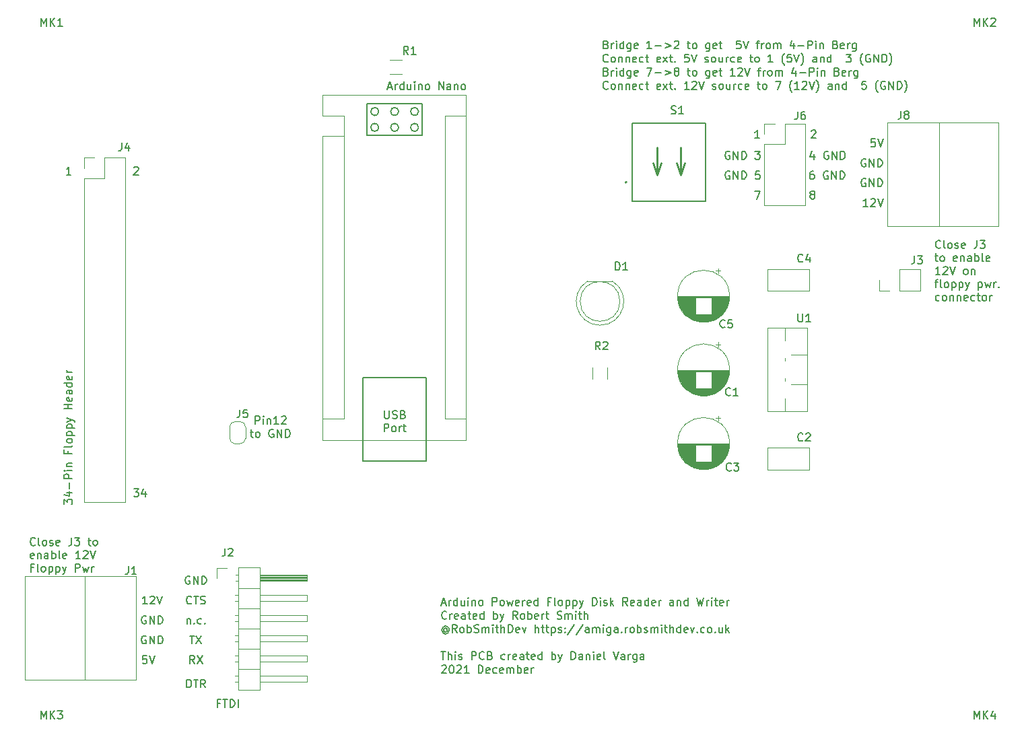
<source format=gto>
G04 #@! TF.GenerationSoftware,KiCad,Pcbnew,(5.1.10)-1*
G04 #@! TF.CreationDate,2021-12-19T22:42:05+01:00*
G04 #@! TF.ProjectId,DrawBridge,44726177-4272-4696-9467-652e6b696361,1.0*
G04 #@! TF.SameCoordinates,Original*
G04 #@! TF.FileFunction,Legend,Top*
G04 #@! TF.FilePolarity,Positive*
%FSLAX46Y46*%
G04 Gerber Fmt 4.6, Leading zero omitted, Abs format (unit mm)*
G04 Created by KiCad (PCBNEW (5.1.10)-1) date 2021-12-19 22:42:05*
%MOMM*%
%LPD*%
G01*
G04 APERTURE LIST*
%ADD10C,0.200000*%
%ADD11C,0.150000*%
%ADD12C,0.250000*%
%ADD13C,0.120000*%
%ADD14C,0.127000*%
G04 APERTURE END LIST*
D10*
X131176428Y-50003571D02*
X131319285Y-50051190D01*
X131366904Y-50098809D01*
X131414523Y-50194047D01*
X131414523Y-50336904D01*
X131366904Y-50432142D01*
X131319285Y-50479761D01*
X131224047Y-50527380D01*
X130843095Y-50527380D01*
X130843095Y-49527380D01*
X131176428Y-49527380D01*
X131271666Y-49575000D01*
X131319285Y-49622619D01*
X131366904Y-49717857D01*
X131366904Y-49813095D01*
X131319285Y-49908333D01*
X131271666Y-49955952D01*
X131176428Y-50003571D01*
X130843095Y-50003571D01*
X131843095Y-50527380D02*
X131843095Y-49860714D01*
X131843095Y-50051190D02*
X131890714Y-49955952D01*
X131938333Y-49908333D01*
X132033571Y-49860714D01*
X132128809Y-49860714D01*
X132462142Y-50527380D02*
X132462142Y-49860714D01*
X132462142Y-49527380D02*
X132414523Y-49575000D01*
X132462142Y-49622619D01*
X132509761Y-49575000D01*
X132462142Y-49527380D01*
X132462142Y-49622619D01*
X133366904Y-50527380D02*
X133366904Y-49527380D01*
X133366904Y-50479761D02*
X133271666Y-50527380D01*
X133081190Y-50527380D01*
X132985952Y-50479761D01*
X132938333Y-50432142D01*
X132890714Y-50336904D01*
X132890714Y-50051190D01*
X132938333Y-49955952D01*
X132985952Y-49908333D01*
X133081190Y-49860714D01*
X133271666Y-49860714D01*
X133366904Y-49908333D01*
X134271666Y-49860714D02*
X134271666Y-50670238D01*
X134224047Y-50765476D01*
X134176428Y-50813095D01*
X134081190Y-50860714D01*
X133938333Y-50860714D01*
X133843095Y-50813095D01*
X134271666Y-50479761D02*
X134176428Y-50527380D01*
X133985952Y-50527380D01*
X133890714Y-50479761D01*
X133843095Y-50432142D01*
X133795476Y-50336904D01*
X133795476Y-50051190D01*
X133843095Y-49955952D01*
X133890714Y-49908333D01*
X133985952Y-49860714D01*
X134176428Y-49860714D01*
X134271666Y-49908333D01*
X135128809Y-50479761D02*
X135033571Y-50527380D01*
X134843095Y-50527380D01*
X134747857Y-50479761D01*
X134700238Y-50384523D01*
X134700238Y-50003571D01*
X134747857Y-49908333D01*
X134843095Y-49860714D01*
X135033571Y-49860714D01*
X135128809Y-49908333D01*
X135176428Y-50003571D01*
X135176428Y-50098809D01*
X134700238Y-50194047D01*
X136890714Y-50527380D02*
X136319285Y-50527380D01*
X136605000Y-50527380D02*
X136605000Y-49527380D01*
X136509761Y-49670238D01*
X136414523Y-49765476D01*
X136319285Y-49813095D01*
X137319285Y-50146428D02*
X138081190Y-50146428D01*
X138557380Y-49860714D02*
X139319285Y-50146428D01*
X138557380Y-50432142D01*
X139747857Y-49622619D02*
X139795476Y-49575000D01*
X139890714Y-49527380D01*
X140128809Y-49527380D01*
X140224047Y-49575000D01*
X140271666Y-49622619D01*
X140319285Y-49717857D01*
X140319285Y-49813095D01*
X140271666Y-49955952D01*
X139700238Y-50527380D01*
X140319285Y-50527380D01*
X141366904Y-49860714D02*
X141747857Y-49860714D01*
X141509761Y-49527380D02*
X141509761Y-50384523D01*
X141557380Y-50479761D01*
X141652619Y-50527380D01*
X141747857Y-50527380D01*
X142224047Y-50527380D02*
X142128809Y-50479761D01*
X142081190Y-50432142D01*
X142033571Y-50336904D01*
X142033571Y-50051190D01*
X142081190Y-49955952D01*
X142128809Y-49908333D01*
X142224047Y-49860714D01*
X142366904Y-49860714D01*
X142462142Y-49908333D01*
X142509761Y-49955952D01*
X142557380Y-50051190D01*
X142557380Y-50336904D01*
X142509761Y-50432142D01*
X142462142Y-50479761D01*
X142366904Y-50527380D01*
X142224047Y-50527380D01*
X144176428Y-49860714D02*
X144176428Y-50670238D01*
X144128809Y-50765476D01*
X144081190Y-50813095D01*
X143985952Y-50860714D01*
X143843095Y-50860714D01*
X143747857Y-50813095D01*
X144176428Y-50479761D02*
X144081190Y-50527380D01*
X143890714Y-50527380D01*
X143795476Y-50479761D01*
X143747857Y-50432142D01*
X143700238Y-50336904D01*
X143700238Y-50051190D01*
X143747857Y-49955952D01*
X143795476Y-49908333D01*
X143890714Y-49860714D01*
X144081190Y-49860714D01*
X144176428Y-49908333D01*
X145033571Y-50479761D02*
X144938333Y-50527380D01*
X144747857Y-50527380D01*
X144652619Y-50479761D01*
X144605000Y-50384523D01*
X144605000Y-50003571D01*
X144652619Y-49908333D01*
X144747857Y-49860714D01*
X144938333Y-49860714D01*
X145033571Y-49908333D01*
X145081190Y-50003571D01*
X145081190Y-50098809D01*
X144605000Y-50194047D01*
X145366904Y-49860714D02*
X145747857Y-49860714D01*
X145509761Y-49527380D02*
X145509761Y-50384523D01*
X145557380Y-50479761D01*
X145652619Y-50527380D01*
X145747857Y-50527380D01*
X148081190Y-49527380D02*
X147605000Y-49527380D01*
X147557380Y-50003571D01*
X147605000Y-49955952D01*
X147700238Y-49908333D01*
X147938333Y-49908333D01*
X148033571Y-49955952D01*
X148081190Y-50003571D01*
X148128809Y-50098809D01*
X148128809Y-50336904D01*
X148081190Y-50432142D01*
X148033571Y-50479761D01*
X147938333Y-50527380D01*
X147700238Y-50527380D01*
X147605000Y-50479761D01*
X147557380Y-50432142D01*
X148414523Y-49527380D02*
X148747857Y-50527380D01*
X149081190Y-49527380D01*
X150033571Y-49860714D02*
X150414523Y-49860714D01*
X150176428Y-50527380D02*
X150176428Y-49670238D01*
X150224047Y-49575000D01*
X150319285Y-49527380D01*
X150414523Y-49527380D01*
X150747857Y-50527380D02*
X150747857Y-49860714D01*
X150747857Y-50051190D02*
X150795476Y-49955952D01*
X150843095Y-49908333D01*
X150938333Y-49860714D01*
X151033571Y-49860714D01*
X151509761Y-50527380D02*
X151414523Y-50479761D01*
X151366904Y-50432142D01*
X151319285Y-50336904D01*
X151319285Y-50051190D01*
X151366904Y-49955952D01*
X151414523Y-49908333D01*
X151509761Y-49860714D01*
X151652619Y-49860714D01*
X151747857Y-49908333D01*
X151795476Y-49955952D01*
X151843095Y-50051190D01*
X151843095Y-50336904D01*
X151795476Y-50432142D01*
X151747857Y-50479761D01*
X151652619Y-50527380D01*
X151509761Y-50527380D01*
X152271666Y-50527380D02*
X152271666Y-49860714D01*
X152271666Y-49955952D02*
X152319285Y-49908333D01*
X152414523Y-49860714D01*
X152557380Y-49860714D01*
X152652619Y-49908333D01*
X152700238Y-50003571D01*
X152700238Y-50527380D01*
X152700238Y-50003571D02*
X152747857Y-49908333D01*
X152843095Y-49860714D01*
X152985952Y-49860714D01*
X153081190Y-49908333D01*
X153128809Y-50003571D01*
X153128809Y-50527380D01*
X154795476Y-49860714D02*
X154795476Y-50527380D01*
X154557380Y-49479761D02*
X154319285Y-50194047D01*
X154938333Y-50194047D01*
X155319285Y-50146428D02*
X156081190Y-50146428D01*
X156557380Y-50527380D02*
X156557380Y-49527380D01*
X156938333Y-49527380D01*
X157033571Y-49575000D01*
X157081190Y-49622619D01*
X157128809Y-49717857D01*
X157128809Y-49860714D01*
X157081190Y-49955952D01*
X157033571Y-50003571D01*
X156938333Y-50051190D01*
X156557380Y-50051190D01*
X157557380Y-50527380D02*
X157557380Y-49860714D01*
X157557380Y-49527380D02*
X157509761Y-49575000D01*
X157557380Y-49622619D01*
X157605000Y-49575000D01*
X157557380Y-49527380D01*
X157557380Y-49622619D01*
X158033571Y-49860714D02*
X158033571Y-50527380D01*
X158033571Y-49955952D02*
X158081190Y-49908333D01*
X158176428Y-49860714D01*
X158319285Y-49860714D01*
X158414523Y-49908333D01*
X158462142Y-50003571D01*
X158462142Y-50527380D01*
X160033571Y-50003571D02*
X160176428Y-50051190D01*
X160224047Y-50098809D01*
X160271666Y-50194047D01*
X160271666Y-50336904D01*
X160224047Y-50432142D01*
X160176428Y-50479761D01*
X160081190Y-50527380D01*
X159700238Y-50527380D01*
X159700238Y-49527380D01*
X160033571Y-49527380D01*
X160128809Y-49575000D01*
X160176428Y-49622619D01*
X160224047Y-49717857D01*
X160224047Y-49813095D01*
X160176428Y-49908333D01*
X160128809Y-49955952D01*
X160033571Y-50003571D01*
X159700238Y-50003571D01*
X161081190Y-50479761D02*
X160985952Y-50527380D01*
X160795476Y-50527380D01*
X160700238Y-50479761D01*
X160652619Y-50384523D01*
X160652619Y-50003571D01*
X160700238Y-49908333D01*
X160795476Y-49860714D01*
X160985952Y-49860714D01*
X161081190Y-49908333D01*
X161128809Y-50003571D01*
X161128809Y-50098809D01*
X160652619Y-50194047D01*
X161557380Y-50527380D02*
X161557380Y-49860714D01*
X161557380Y-50051190D02*
X161605000Y-49955952D01*
X161652619Y-49908333D01*
X161747857Y-49860714D01*
X161843095Y-49860714D01*
X162605000Y-49860714D02*
X162605000Y-50670238D01*
X162557380Y-50765476D01*
X162509761Y-50813095D01*
X162414523Y-50860714D01*
X162271666Y-50860714D01*
X162176428Y-50813095D01*
X162605000Y-50479761D02*
X162509761Y-50527380D01*
X162319285Y-50527380D01*
X162224047Y-50479761D01*
X162176428Y-50432142D01*
X162128809Y-50336904D01*
X162128809Y-50051190D01*
X162176428Y-49955952D01*
X162224047Y-49908333D01*
X162319285Y-49860714D01*
X162509761Y-49860714D01*
X162605000Y-49908333D01*
X131414523Y-52132142D02*
X131366904Y-52179761D01*
X131224047Y-52227380D01*
X131128809Y-52227380D01*
X130985952Y-52179761D01*
X130890714Y-52084523D01*
X130843095Y-51989285D01*
X130795476Y-51798809D01*
X130795476Y-51655952D01*
X130843095Y-51465476D01*
X130890714Y-51370238D01*
X130985952Y-51275000D01*
X131128809Y-51227380D01*
X131224047Y-51227380D01*
X131366904Y-51275000D01*
X131414523Y-51322619D01*
X131985952Y-52227380D02*
X131890714Y-52179761D01*
X131843095Y-52132142D01*
X131795476Y-52036904D01*
X131795476Y-51751190D01*
X131843095Y-51655952D01*
X131890714Y-51608333D01*
X131985952Y-51560714D01*
X132128809Y-51560714D01*
X132224047Y-51608333D01*
X132271666Y-51655952D01*
X132319285Y-51751190D01*
X132319285Y-52036904D01*
X132271666Y-52132142D01*
X132224047Y-52179761D01*
X132128809Y-52227380D01*
X131985952Y-52227380D01*
X132747857Y-51560714D02*
X132747857Y-52227380D01*
X132747857Y-51655952D02*
X132795476Y-51608333D01*
X132890714Y-51560714D01*
X133033571Y-51560714D01*
X133128809Y-51608333D01*
X133176428Y-51703571D01*
X133176428Y-52227380D01*
X133652619Y-51560714D02*
X133652619Y-52227380D01*
X133652619Y-51655952D02*
X133700238Y-51608333D01*
X133795476Y-51560714D01*
X133938333Y-51560714D01*
X134033571Y-51608333D01*
X134081190Y-51703571D01*
X134081190Y-52227380D01*
X134938333Y-52179761D02*
X134843095Y-52227380D01*
X134652619Y-52227380D01*
X134557380Y-52179761D01*
X134509761Y-52084523D01*
X134509761Y-51703571D01*
X134557380Y-51608333D01*
X134652619Y-51560714D01*
X134843095Y-51560714D01*
X134938333Y-51608333D01*
X134985952Y-51703571D01*
X134985952Y-51798809D01*
X134509761Y-51894047D01*
X135843095Y-52179761D02*
X135747857Y-52227380D01*
X135557380Y-52227380D01*
X135462142Y-52179761D01*
X135414523Y-52132142D01*
X135366904Y-52036904D01*
X135366904Y-51751190D01*
X135414523Y-51655952D01*
X135462142Y-51608333D01*
X135557380Y-51560714D01*
X135747857Y-51560714D01*
X135843095Y-51608333D01*
X136128809Y-51560714D02*
X136509761Y-51560714D01*
X136271666Y-51227380D02*
X136271666Y-52084523D01*
X136319285Y-52179761D01*
X136414523Y-52227380D01*
X136509761Y-52227380D01*
X137985952Y-52179761D02*
X137890714Y-52227380D01*
X137700238Y-52227380D01*
X137605000Y-52179761D01*
X137557380Y-52084523D01*
X137557380Y-51703571D01*
X137605000Y-51608333D01*
X137700238Y-51560714D01*
X137890714Y-51560714D01*
X137985952Y-51608333D01*
X138033571Y-51703571D01*
X138033571Y-51798809D01*
X137557380Y-51894047D01*
X138366904Y-52227380D02*
X138890714Y-51560714D01*
X138366904Y-51560714D02*
X138890714Y-52227380D01*
X139128809Y-51560714D02*
X139509761Y-51560714D01*
X139271666Y-51227380D02*
X139271666Y-52084523D01*
X139319285Y-52179761D01*
X139414523Y-52227380D01*
X139509761Y-52227380D01*
X139843095Y-52132142D02*
X139890714Y-52179761D01*
X139843095Y-52227380D01*
X139795476Y-52179761D01*
X139843095Y-52132142D01*
X139843095Y-52227380D01*
X141557380Y-51227380D02*
X141081190Y-51227380D01*
X141033571Y-51703571D01*
X141081190Y-51655952D01*
X141176428Y-51608333D01*
X141414523Y-51608333D01*
X141509761Y-51655952D01*
X141557380Y-51703571D01*
X141605000Y-51798809D01*
X141605000Y-52036904D01*
X141557380Y-52132142D01*
X141509761Y-52179761D01*
X141414523Y-52227380D01*
X141176428Y-52227380D01*
X141081190Y-52179761D01*
X141033571Y-52132142D01*
X141890714Y-51227380D02*
X142224047Y-52227380D01*
X142557380Y-51227380D01*
X143605000Y-52179761D02*
X143700238Y-52227380D01*
X143890714Y-52227380D01*
X143985952Y-52179761D01*
X144033571Y-52084523D01*
X144033571Y-52036904D01*
X143985952Y-51941666D01*
X143890714Y-51894047D01*
X143747857Y-51894047D01*
X143652619Y-51846428D01*
X143605000Y-51751190D01*
X143605000Y-51703571D01*
X143652619Y-51608333D01*
X143747857Y-51560714D01*
X143890714Y-51560714D01*
X143985952Y-51608333D01*
X144605000Y-52227380D02*
X144509761Y-52179761D01*
X144462142Y-52132142D01*
X144414523Y-52036904D01*
X144414523Y-51751190D01*
X144462142Y-51655952D01*
X144509761Y-51608333D01*
X144605000Y-51560714D01*
X144747857Y-51560714D01*
X144843095Y-51608333D01*
X144890714Y-51655952D01*
X144938333Y-51751190D01*
X144938333Y-52036904D01*
X144890714Y-52132142D01*
X144843095Y-52179761D01*
X144747857Y-52227380D01*
X144605000Y-52227380D01*
X145795476Y-51560714D02*
X145795476Y-52227380D01*
X145366904Y-51560714D02*
X145366904Y-52084523D01*
X145414523Y-52179761D01*
X145509761Y-52227380D01*
X145652619Y-52227380D01*
X145747857Y-52179761D01*
X145795476Y-52132142D01*
X146271666Y-52227380D02*
X146271666Y-51560714D01*
X146271666Y-51751190D02*
X146319285Y-51655952D01*
X146366904Y-51608333D01*
X146462142Y-51560714D01*
X146557380Y-51560714D01*
X147319285Y-52179761D02*
X147224047Y-52227380D01*
X147033571Y-52227380D01*
X146938333Y-52179761D01*
X146890714Y-52132142D01*
X146843095Y-52036904D01*
X146843095Y-51751190D01*
X146890714Y-51655952D01*
X146938333Y-51608333D01*
X147033571Y-51560714D01*
X147224047Y-51560714D01*
X147319285Y-51608333D01*
X148128809Y-52179761D02*
X148033571Y-52227380D01*
X147843095Y-52227380D01*
X147747857Y-52179761D01*
X147700238Y-52084523D01*
X147700238Y-51703571D01*
X147747857Y-51608333D01*
X147843095Y-51560714D01*
X148033571Y-51560714D01*
X148128809Y-51608333D01*
X148176428Y-51703571D01*
X148176428Y-51798809D01*
X147700238Y-51894047D01*
X149224047Y-51560714D02*
X149605000Y-51560714D01*
X149366904Y-51227380D02*
X149366904Y-52084523D01*
X149414523Y-52179761D01*
X149509761Y-52227380D01*
X149605000Y-52227380D01*
X150081190Y-52227380D02*
X149985952Y-52179761D01*
X149938333Y-52132142D01*
X149890714Y-52036904D01*
X149890714Y-51751190D01*
X149938333Y-51655952D01*
X149985952Y-51608333D01*
X150081190Y-51560714D01*
X150224047Y-51560714D01*
X150319285Y-51608333D01*
X150366904Y-51655952D01*
X150414523Y-51751190D01*
X150414523Y-52036904D01*
X150366904Y-52132142D01*
X150319285Y-52179761D01*
X150224047Y-52227380D01*
X150081190Y-52227380D01*
X152128809Y-52227380D02*
X151557380Y-52227380D01*
X151843095Y-52227380D02*
X151843095Y-51227380D01*
X151747857Y-51370238D01*
X151652619Y-51465476D01*
X151557380Y-51513095D01*
X153605000Y-52608333D02*
X153557380Y-52560714D01*
X153462142Y-52417857D01*
X153414523Y-52322619D01*
X153366904Y-52179761D01*
X153319285Y-51941666D01*
X153319285Y-51751190D01*
X153366904Y-51513095D01*
X153414523Y-51370238D01*
X153462142Y-51275000D01*
X153557380Y-51132142D01*
X153605000Y-51084523D01*
X154462142Y-51227380D02*
X153985952Y-51227380D01*
X153938333Y-51703571D01*
X153985952Y-51655952D01*
X154081190Y-51608333D01*
X154319285Y-51608333D01*
X154414523Y-51655952D01*
X154462142Y-51703571D01*
X154509761Y-51798809D01*
X154509761Y-52036904D01*
X154462142Y-52132142D01*
X154414523Y-52179761D01*
X154319285Y-52227380D01*
X154081190Y-52227380D01*
X153985952Y-52179761D01*
X153938333Y-52132142D01*
X154795476Y-51227380D02*
X155128809Y-52227380D01*
X155462142Y-51227380D01*
X155700238Y-52608333D02*
X155747857Y-52560714D01*
X155843095Y-52417857D01*
X155890714Y-52322619D01*
X155938333Y-52179761D01*
X155985952Y-51941666D01*
X155985952Y-51751190D01*
X155938333Y-51513095D01*
X155890714Y-51370238D01*
X155843095Y-51275000D01*
X155747857Y-51132142D01*
X155700238Y-51084523D01*
X157652619Y-52227380D02*
X157652619Y-51703571D01*
X157605000Y-51608333D01*
X157509761Y-51560714D01*
X157319285Y-51560714D01*
X157224047Y-51608333D01*
X157652619Y-52179761D02*
X157557380Y-52227380D01*
X157319285Y-52227380D01*
X157224047Y-52179761D01*
X157176428Y-52084523D01*
X157176428Y-51989285D01*
X157224047Y-51894047D01*
X157319285Y-51846428D01*
X157557380Y-51846428D01*
X157652619Y-51798809D01*
X158128809Y-51560714D02*
X158128809Y-52227380D01*
X158128809Y-51655952D02*
X158176428Y-51608333D01*
X158271666Y-51560714D01*
X158414523Y-51560714D01*
X158509761Y-51608333D01*
X158557380Y-51703571D01*
X158557380Y-52227380D01*
X159462142Y-52227380D02*
X159462142Y-51227380D01*
X159462142Y-52179761D02*
X159366904Y-52227380D01*
X159176428Y-52227380D01*
X159081190Y-52179761D01*
X159033571Y-52132142D01*
X158985952Y-52036904D01*
X158985952Y-51751190D01*
X159033571Y-51655952D01*
X159081190Y-51608333D01*
X159176428Y-51560714D01*
X159366904Y-51560714D01*
X159462142Y-51608333D01*
X161366904Y-51227380D02*
X161985952Y-51227380D01*
X161652619Y-51608333D01*
X161795476Y-51608333D01*
X161890714Y-51655952D01*
X161938333Y-51703571D01*
X161985952Y-51798809D01*
X161985952Y-52036904D01*
X161938333Y-52132142D01*
X161890714Y-52179761D01*
X161795476Y-52227380D01*
X161509761Y-52227380D01*
X161414523Y-52179761D01*
X161366904Y-52132142D01*
X163462142Y-52608333D02*
X163414523Y-52560714D01*
X163319285Y-52417857D01*
X163271666Y-52322619D01*
X163224047Y-52179761D01*
X163176428Y-51941666D01*
X163176428Y-51751190D01*
X163224047Y-51513095D01*
X163271666Y-51370238D01*
X163319285Y-51275000D01*
X163414523Y-51132142D01*
X163462142Y-51084523D01*
X164366904Y-51275000D02*
X164271666Y-51227380D01*
X164128809Y-51227380D01*
X163985952Y-51275000D01*
X163890714Y-51370238D01*
X163843095Y-51465476D01*
X163795476Y-51655952D01*
X163795476Y-51798809D01*
X163843095Y-51989285D01*
X163890714Y-52084523D01*
X163985952Y-52179761D01*
X164128809Y-52227380D01*
X164224047Y-52227380D01*
X164366904Y-52179761D01*
X164414523Y-52132142D01*
X164414523Y-51798809D01*
X164224047Y-51798809D01*
X164843095Y-52227380D02*
X164843095Y-51227380D01*
X165414523Y-52227380D01*
X165414523Y-51227380D01*
X165890714Y-52227380D02*
X165890714Y-51227380D01*
X166128809Y-51227380D01*
X166271666Y-51275000D01*
X166366904Y-51370238D01*
X166414523Y-51465476D01*
X166462142Y-51655952D01*
X166462142Y-51798809D01*
X166414523Y-51989285D01*
X166366904Y-52084523D01*
X166271666Y-52179761D01*
X166128809Y-52227380D01*
X165890714Y-52227380D01*
X166795476Y-52608333D02*
X166843095Y-52560714D01*
X166938333Y-52417857D01*
X166985952Y-52322619D01*
X167033571Y-52179761D01*
X167081190Y-51941666D01*
X167081190Y-51751190D01*
X167033571Y-51513095D01*
X166985952Y-51370238D01*
X166938333Y-51275000D01*
X166843095Y-51132142D01*
X166795476Y-51084523D01*
X131176428Y-53403571D02*
X131319285Y-53451190D01*
X131366904Y-53498809D01*
X131414523Y-53594047D01*
X131414523Y-53736904D01*
X131366904Y-53832142D01*
X131319285Y-53879761D01*
X131224047Y-53927380D01*
X130843095Y-53927380D01*
X130843095Y-52927380D01*
X131176428Y-52927380D01*
X131271666Y-52975000D01*
X131319285Y-53022619D01*
X131366904Y-53117857D01*
X131366904Y-53213095D01*
X131319285Y-53308333D01*
X131271666Y-53355952D01*
X131176428Y-53403571D01*
X130843095Y-53403571D01*
X131843095Y-53927380D02*
X131843095Y-53260714D01*
X131843095Y-53451190D02*
X131890714Y-53355952D01*
X131938333Y-53308333D01*
X132033571Y-53260714D01*
X132128809Y-53260714D01*
X132462142Y-53927380D02*
X132462142Y-53260714D01*
X132462142Y-52927380D02*
X132414523Y-52975000D01*
X132462142Y-53022619D01*
X132509761Y-52975000D01*
X132462142Y-52927380D01*
X132462142Y-53022619D01*
X133366904Y-53927380D02*
X133366904Y-52927380D01*
X133366904Y-53879761D02*
X133271666Y-53927380D01*
X133081190Y-53927380D01*
X132985952Y-53879761D01*
X132938333Y-53832142D01*
X132890714Y-53736904D01*
X132890714Y-53451190D01*
X132938333Y-53355952D01*
X132985952Y-53308333D01*
X133081190Y-53260714D01*
X133271666Y-53260714D01*
X133366904Y-53308333D01*
X134271666Y-53260714D02*
X134271666Y-54070238D01*
X134224047Y-54165476D01*
X134176428Y-54213095D01*
X134081190Y-54260714D01*
X133938333Y-54260714D01*
X133843095Y-54213095D01*
X134271666Y-53879761D02*
X134176428Y-53927380D01*
X133985952Y-53927380D01*
X133890714Y-53879761D01*
X133843095Y-53832142D01*
X133795476Y-53736904D01*
X133795476Y-53451190D01*
X133843095Y-53355952D01*
X133890714Y-53308333D01*
X133985952Y-53260714D01*
X134176428Y-53260714D01*
X134271666Y-53308333D01*
X135128809Y-53879761D02*
X135033571Y-53927380D01*
X134843095Y-53927380D01*
X134747857Y-53879761D01*
X134700238Y-53784523D01*
X134700238Y-53403571D01*
X134747857Y-53308333D01*
X134843095Y-53260714D01*
X135033571Y-53260714D01*
X135128809Y-53308333D01*
X135176428Y-53403571D01*
X135176428Y-53498809D01*
X134700238Y-53594047D01*
X136271666Y-52927380D02*
X136938333Y-52927380D01*
X136509761Y-53927380D01*
X137319285Y-53546428D02*
X138081190Y-53546428D01*
X138557380Y-53260714D02*
X139319285Y-53546428D01*
X138557380Y-53832142D01*
X139938333Y-53355952D02*
X139843095Y-53308333D01*
X139795476Y-53260714D01*
X139747857Y-53165476D01*
X139747857Y-53117857D01*
X139795476Y-53022619D01*
X139843095Y-52975000D01*
X139938333Y-52927380D01*
X140128809Y-52927380D01*
X140224047Y-52975000D01*
X140271666Y-53022619D01*
X140319285Y-53117857D01*
X140319285Y-53165476D01*
X140271666Y-53260714D01*
X140224047Y-53308333D01*
X140128809Y-53355952D01*
X139938333Y-53355952D01*
X139843095Y-53403571D01*
X139795476Y-53451190D01*
X139747857Y-53546428D01*
X139747857Y-53736904D01*
X139795476Y-53832142D01*
X139843095Y-53879761D01*
X139938333Y-53927380D01*
X140128809Y-53927380D01*
X140224047Y-53879761D01*
X140271666Y-53832142D01*
X140319285Y-53736904D01*
X140319285Y-53546428D01*
X140271666Y-53451190D01*
X140224047Y-53403571D01*
X140128809Y-53355952D01*
X141366904Y-53260714D02*
X141747857Y-53260714D01*
X141509761Y-52927380D02*
X141509761Y-53784523D01*
X141557380Y-53879761D01*
X141652619Y-53927380D01*
X141747857Y-53927380D01*
X142224047Y-53927380D02*
X142128809Y-53879761D01*
X142081190Y-53832142D01*
X142033571Y-53736904D01*
X142033571Y-53451190D01*
X142081190Y-53355952D01*
X142128809Y-53308333D01*
X142224047Y-53260714D01*
X142366904Y-53260714D01*
X142462142Y-53308333D01*
X142509761Y-53355952D01*
X142557380Y-53451190D01*
X142557380Y-53736904D01*
X142509761Y-53832142D01*
X142462142Y-53879761D01*
X142366904Y-53927380D01*
X142224047Y-53927380D01*
X144176428Y-53260714D02*
X144176428Y-54070238D01*
X144128809Y-54165476D01*
X144081190Y-54213095D01*
X143985952Y-54260714D01*
X143843095Y-54260714D01*
X143747857Y-54213095D01*
X144176428Y-53879761D02*
X144081190Y-53927380D01*
X143890714Y-53927380D01*
X143795476Y-53879761D01*
X143747857Y-53832142D01*
X143700238Y-53736904D01*
X143700238Y-53451190D01*
X143747857Y-53355952D01*
X143795476Y-53308333D01*
X143890714Y-53260714D01*
X144081190Y-53260714D01*
X144176428Y-53308333D01*
X145033571Y-53879761D02*
X144938333Y-53927380D01*
X144747857Y-53927380D01*
X144652619Y-53879761D01*
X144605000Y-53784523D01*
X144605000Y-53403571D01*
X144652619Y-53308333D01*
X144747857Y-53260714D01*
X144938333Y-53260714D01*
X145033571Y-53308333D01*
X145081190Y-53403571D01*
X145081190Y-53498809D01*
X144605000Y-53594047D01*
X145366904Y-53260714D02*
X145747857Y-53260714D01*
X145509761Y-52927380D02*
X145509761Y-53784523D01*
X145557380Y-53879761D01*
X145652619Y-53927380D01*
X145747857Y-53927380D01*
X147366904Y-53927380D02*
X146795476Y-53927380D01*
X147081190Y-53927380D02*
X147081190Y-52927380D01*
X146985952Y-53070238D01*
X146890714Y-53165476D01*
X146795476Y-53213095D01*
X147747857Y-53022619D02*
X147795476Y-52975000D01*
X147890714Y-52927380D01*
X148128809Y-52927380D01*
X148224047Y-52975000D01*
X148271666Y-53022619D01*
X148319285Y-53117857D01*
X148319285Y-53213095D01*
X148271666Y-53355952D01*
X147700238Y-53927380D01*
X148319285Y-53927380D01*
X148605000Y-52927380D02*
X148938333Y-53927380D01*
X149271666Y-52927380D01*
X150224047Y-53260714D02*
X150605000Y-53260714D01*
X150366904Y-53927380D02*
X150366904Y-53070238D01*
X150414523Y-52975000D01*
X150509761Y-52927380D01*
X150605000Y-52927380D01*
X150938333Y-53927380D02*
X150938333Y-53260714D01*
X150938333Y-53451190D02*
X150985952Y-53355952D01*
X151033571Y-53308333D01*
X151128809Y-53260714D01*
X151224047Y-53260714D01*
X151700238Y-53927380D02*
X151605000Y-53879761D01*
X151557380Y-53832142D01*
X151509761Y-53736904D01*
X151509761Y-53451190D01*
X151557380Y-53355952D01*
X151605000Y-53308333D01*
X151700238Y-53260714D01*
X151843095Y-53260714D01*
X151938333Y-53308333D01*
X151985952Y-53355952D01*
X152033571Y-53451190D01*
X152033571Y-53736904D01*
X151985952Y-53832142D01*
X151938333Y-53879761D01*
X151843095Y-53927380D01*
X151700238Y-53927380D01*
X152462142Y-53927380D02*
X152462142Y-53260714D01*
X152462142Y-53355952D02*
X152509761Y-53308333D01*
X152605000Y-53260714D01*
X152747857Y-53260714D01*
X152843095Y-53308333D01*
X152890714Y-53403571D01*
X152890714Y-53927380D01*
X152890714Y-53403571D02*
X152938333Y-53308333D01*
X153033571Y-53260714D01*
X153176428Y-53260714D01*
X153271666Y-53308333D01*
X153319285Y-53403571D01*
X153319285Y-53927380D01*
X154985952Y-53260714D02*
X154985952Y-53927380D01*
X154747857Y-52879761D02*
X154509761Y-53594047D01*
X155128809Y-53594047D01*
X155509761Y-53546428D02*
X156271666Y-53546428D01*
X156747857Y-53927380D02*
X156747857Y-52927380D01*
X157128809Y-52927380D01*
X157224047Y-52975000D01*
X157271666Y-53022619D01*
X157319285Y-53117857D01*
X157319285Y-53260714D01*
X157271666Y-53355952D01*
X157224047Y-53403571D01*
X157128809Y-53451190D01*
X156747857Y-53451190D01*
X157747857Y-53927380D02*
X157747857Y-53260714D01*
X157747857Y-52927380D02*
X157700238Y-52975000D01*
X157747857Y-53022619D01*
X157795476Y-52975000D01*
X157747857Y-52927380D01*
X157747857Y-53022619D01*
X158224047Y-53260714D02*
X158224047Y-53927380D01*
X158224047Y-53355952D02*
X158271666Y-53308333D01*
X158366904Y-53260714D01*
X158509761Y-53260714D01*
X158605000Y-53308333D01*
X158652619Y-53403571D01*
X158652619Y-53927380D01*
X160224047Y-53403571D02*
X160366904Y-53451190D01*
X160414523Y-53498809D01*
X160462142Y-53594047D01*
X160462142Y-53736904D01*
X160414523Y-53832142D01*
X160366904Y-53879761D01*
X160271666Y-53927380D01*
X159890714Y-53927380D01*
X159890714Y-52927380D01*
X160224047Y-52927380D01*
X160319285Y-52975000D01*
X160366904Y-53022619D01*
X160414523Y-53117857D01*
X160414523Y-53213095D01*
X160366904Y-53308333D01*
X160319285Y-53355952D01*
X160224047Y-53403571D01*
X159890714Y-53403571D01*
X161271666Y-53879761D02*
X161176428Y-53927380D01*
X160985952Y-53927380D01*
X160890714Y-53879761D01*
X160843095Y-53784523D01*
X160843095Y-53403571D01*
X160890714Y-53308333D01*
X160985952Y-53260714D01*
X161176428Y-53260714D01*
X161271666Y-53308333D01*
X161319285Y-53403571D01*
X161319285Y-53498809D01*
X160843095Y-53594047D01*
X161747857Y-53927380D02*
X161747857Y-53260714D01*
X161747857Y-53451190D02*
X161795476Y-53355952D01*
X161843095Y-53308333D01*
X161938333Y-53260714D01*
X162033571Y-53260714D01*
X162795476Y-53260714D02*
X162795476Y-54070238D01*
X162747857Y-54165476D01*
X162700238Y-54213095D01*
X162605000Y-54260714D01*
X162462142Y-54260714D01*
X162366904Y-54213095D01*
X162795476Y-53879761D02*
X162700238Y-53927380D01*
X162509761Y-53927380D01*
X162414523Y-53879761D01*
X162366904Y-53832142D01*
X162319285Y-53736904D01*
X162319285Y-53451190D01*
X162366904Y-53355952D01*
X162414523Y-53308333D01*
X162509761Y-53260714D01*
X162700238Y-53260714D01*
X162795476Y-53308333D01*
X131414523Y-55532142D02*
X131366904Y-55579761D01*
X131224047Y-55627380D01*
X131128809Y-55627380D01*
X130985952Y-55579761D01*
X130890714Y-55484523D01*
X130843095Y-55389285D01*
X130795476Y-55198809D01*
X130795476Y-55055952D01*
X130843095Y-54865476D01*
X130890714Y-54770238D01*
X130985952Y-54675000D01*
X131128809Y-54627380D01*
X131224047Y-54627380D01*
X131366904Y-54675000D01*
X131414523Y-54722619D01*
X131985952Y-55627380D02*
X131890714Y-55579761D01*
X131843095Y-55532142D01*
X131795476Y-55436904D01*
X131795476Y-55151190D01*
X131843095Y-55055952D01*
X131890714Y-55008333D01*
X131985952Y-54960714D01*
X132128809Y-54960714D01*
X132224047Y-55008333D01*
X132271666Y-55055952D01*
X132319285Y-55151190D01*
X132319285Y-55436904D01*
X132271666Y-55532142D01*
X132224047Y-55579761D01*
X132128809Y-55627380D01*
X131985952Y-55627380D01*
X132747857Y-54960714D02*
X132747857Y-55627380D01*
X132747857Y-55055952D02*
X132795476Y-55008333D01*
X132890714Y-54960714D01*
X133033571Y-54960714D01*
X133128809Y-55008333D01*
X133176428Y-55103571D01*
X133176428Y-55627380D01*
X133652619Y-54960714D02*
X133652619Y-55627380D01*
X133652619Y-55055952D02*
X133700238Y-55008333D01*
X133795476Y-54960714D01*
X133938333Y-54960714D01*
X134033571Y-55008333D01*
X134081190Y-55103571D01*
X134081190Y-55627380D01*
X134938333Y-55579761D02*
X134843095Y-55627380D01*
X134652619Y-55627380D01*
X134557380Y-55579761D01*
X134509761Y-55484523D01*
X134509761Y-55103571D01*
X134557380Y-55008333D01*
X134652619Y-54960714D01*
X134843095Y-54960714D01*
X134938333Y-55008333D01*
X134985952Y-55103571D01*
X134985952Y-55198809D01*
X134509761Y-55294047D01*
X135843095Y-55579761D02*
X135747857Y-55627380D01*
X135557380Y-55627380D01*
X135462142Y-55579761D01*
X135414523Y-55532142D01*
X135366904Y-55436904D01*
X135366904Y-55151190D01*
X135414523Y-55055952D01*
X135462142Y-55008333D01*
X135557380Y-54960714D01*
X135747857Y-54960714D01*
X135843095Y-55008333D01*
X136128809Y-54960714D02*
X136509761Y-54960714D01*
X136271666Y-54627380D02*
X136271666Y-55484523D01*
X136319285Y-55579761D01*
X136414523Y-55627380D01*
X136509761Y-55627380D01*
X137985952Y-55579761D02*
X137890714Y-55627380D01*
X137700238Y-55627380D01*
X137605000Y-55579761D01*
X137557380Y-55484523D01*
X137557380Y-55103571D01*
X137605000Y-55008333D01*
X137700238Y-54960714D01*
X137890714Y-54960714D01*
X137985952Y-55008333D01*
X138033571Y-55103571D01*
X138033571Y-55198809D01*
X137557380Y-55294047D01*
X138366904Y-55627380D02*
X138890714Y-54960714D01*
X138366904Y-54960714D02*
X138890714Y-55627380D01*
X139128809Y-54960714D02*
X139509761Y-54960714D01*
X139271666Y-54627380D02*
X139271666Y-55484523D01*
X139319285Y-55579761D01*
X139414523Y-55627380D01*
X139509761Y-55627380D01*
X139843095Y-55532142D02*
X139890714Y-55579761D01*
X139843095Y-55627380D01*
X139795476Y-55579761D01*
X139843095Y-55532142D01*
X139843095Y-55627380D01*
X141605000Y-55627380D02*
X141033571Y-55627380D01*
X141319285Y-55627380D02*
X141319285Y-54627380D01*
X141224047Y-54770238D01*
X141128809Y-54865476D01*
X141033571Y-54913095D01*
X141985952Y-54722619D02*
X142033571Y-54675000D01*
X142128809Y-54627380D01*
X142366904Y-54627380D01*
X142462142Y-54675000D01*
X142509761Y-54722619D01*
X142557380Y-54817857D01*
X142557380Y-54913095D01*
X142509761Y-55055952D01*
X141938333Y-55627380D01*
X142557380Y-55627380D01*
X142843095Y-54627380D02*
X143176428Y-55627380D01*
X143509761Y-54627380D01*
X144557380Y-55579761D02*
X144652619Y-55627380D01*
X144843095Y-55627380D01*
X144938333Y-55579761D01*
X144985952Y-55484523D01*
X144985952Y-55436904D01*
X144938333Y-55341666D01*
X144843095Y-55294047D01*
X144700238Y-55294047D01*
X144605000Y-55246428D01*
X144557380Y-55151190D01*
X144557380Y-55103571D01*
X144605000Y-55008333D01*
X144700238Y-54960714D01*
X144843095Y-54960714D01*
X144938333Y-55008333D01*
X145557380Y-55627380D02*
X145462142Y-55579761D01*
X145414523Y-55532142D01*
X145366904Y-55436904D01*
X145366904Y-55151190D01*
X145414523Y-55055952D01*
X145462142Y-55008333D01*
X145557380Y-54960714D01*
X145700238Y-54960714D01*
X145795476Y-55008333D01*
X145843095Y-55055952D01*
X145890714Y-55151190D01*
X145890714Y-55436904D01*
X145843095Y-55532142D01*
X145795476Y-55579761D01*
X145700238Y-55627380D01*
X145557380Y-55627380D01*
X146747857Y-54960714D02*
X146747857Y-55627380D01*
X146319285Y-54960714D02*
X146319285Y-55484523D01*
X146366904Y-55579761D01*
X146462142Y-55627380D01*
X146605000Y-55627380D01*
X146700238Y-55579761D01*
X146747857Y-55532142D01*
X147224047Y-55627380D02*
X147224047Y-54960714D01*
X147224047Y-55151190D02*
X147271666Y-55055952D01*
X147319285Y-55008333D01*
X147414523Y-54960714D01*
X147509761Y-54960714D01*
X148271666Y-55579761D02*
X148176428Y-55627380D01*
X147985952Y-55627380D01*
X147890714Y-55579761D01*
X147843095Y-55532142D01*
X147795476Y-55436904D01*
X147795476Y-55151190D01*
X147843095Y-55055952D01*
X147890714Y-55008333D01*
X147985952Y-54960714D01*
X148176428Y-54960714D01*
X148271666Y-55008333D01*
X149081190Y-55579761D02*
X148985952Y-55627380D01*
X148795476Y-55627380D01*
X148700238Y-55579761D01*
X148652619Y-55484523D01*
X148652619Y-55103571D01*
X148700238Y-55008333D01*
X148795476Y-54960714D01*
X148985952Y-54960714D01*
X149081190Y-55008333D01*
X149128809Y-55103571D01*
X149128809Y-55198809D01*
X148652619Y-55294047D01*
X150176428Y-54960714D02*
X150557380Y-54960714D01*
X150319285Y-54627380D02*
X150319285Y-55484523D01*
X150366904Y-55579761D01*
X150462142Y-55627380D01*
X150557380Y-55627380D01*
X151033571Y-55627380D02*
X150938333Y-55579761D01*
X150890714Y-55532142D01*
X150843095Y-55436904D01*
X150843095Y-55151190D01*
X150890714Y-55055952D01*
X150938333Y-55008333D01*
X151033571Y-54960714D01*
X151176428Y-54960714D01*
X151271666Y-55008333D01*
X151319285Y-55055952D01*
X151366904Y-55151190D01*
X151366904Y-55436904D01*
X151319285Y-55532142D01*
X151271666Y-55579761D01*
X151176428Y-55627380D01*
X151033571Y-55627380D01*
X152462142Y-54627380D02*
X153128809Y-54627380D01*
X152700238Y-55627380D01*
X154557380Y-56008333D02*
X154509761Y-55960714D01*
X154414523Y-55817857D01*
X154366904Y-55722619D01*
X154319285Y-55579761D01*
X154271666Y-55341666D01*
X154271666Y-55151190D01*
X154319285Y-54913095D01*
X154366904Y-54770238D01*
X154414523Y-54675000D01*
X154509761Y-54532142D01*
X154557380Y-54484523D01*
X155462142Y-55627380D02*
X154890714Y-55627380D01*
X155176428Y-55627380D02*
X155176428Y-54627380D01*
X155081190Y-54770238D01*
X154985952Y-54865476D01*
X154890714Y-54913095D01*
X155843095Y-54722619D02*
X155890714Y-54675000D01*
X155985952Y-54627380D01*
X156224047Y-54627380D01*
X156319285Y-54675000D01*
X156366904Y-54722619D01*
X156414523Y-54817857D01*
X156414523Y-54913095D01*
X156366904Y-55055952D01*
X155795476Y-55627380D01*
X156414523Y-55627380D01*
X156700238Y-54627380D02*
X157033571Y-55627380D01*
X157366904Y-54627380D01*
X157605000Y-56008333D02*
X157652619Y-55960714D01*
X157747857Y-55817857D01*
X157795476Y-55722619D01*
X157843095Y-55579761D01*
X157890714Y-55341666D01*
X157890714Y-55151190D01*
X157843095Y-54913095D01*
X157795476Y-54770238D01*
X157747857Y-54675000D01*
X157652619Y-54532142D01*
X157605000Y-54484523D01*
X159557380Y-55627380D02*
X159557380Y-55103571D01*
X159509761Y-55008333D01*
X159414523Y-54960714D01*
X159224047Y-54960714D01*
X159128809Y-55008333D01*
X159557380Y-55579761D02*
X159462142Y-55627380D01*
X159224047Y-55627380D01*
X159128809Y-55579761D01*
X159081190Y-55484523D01*
X159081190Y-55389285D01*
X159128809Y-55294047D01*
X159224047Y-55246428D01*
X159462142Y-55246428D01*
X159557380Y-55198809D01*
X160033571Y-54960714D02*
X160033571Y-55627380D01*
X160033571Y-55055952D02*
X160081190Y-55008333D01*
X160176428Y-54960714D01*
X160319285Y-54960714D01*
X160414523Y-55008333D01*
X160462142Y-55103571D01*
X160462142Y-55627380D01*
X161366904Y-55627380D02*
X161366904Y-54627380D01*
X161366904Y-55579761D02*
X161271666Y-55627380D01*
X161081190Y-55627380D01*
X160985952Y-55579761D01*
X160938333Y-55532142D01*
X160890714Y-55436904D01*
X160890714Y-55151190D01*
X160938333Y-55055952D01*
X160985952Y-55008333D01*
X161081190Y-54960714D01*
X161271666Y-54960714D01*
X161366904Y-55008333D01*
X163843095Y-54627380D02*
X163366904Y-54627380D01*
X163319285Y-55103571D01*
X163366904Y-55055952D01*
X163462142Y-55008333D01*
X163700238Y-55008333D01*
X163795476Y-55055952D01*
X163843095Y-55103571D01*
X163890714Y-55198809D01*
X163890714Y-55436904D01*
X163843095Y-55532142D01*
X163795476Y-55579761D01*
X163700238Y-55627380D01*
X163462142Y-55627380D01*
X163366904Y-55579761D01*
X163319285Y-55532142D01*
X165366904Y-56008333D02*
X165319285Y-55960714D01*
X165224047Y-55817857D01*
X165176428Y-55722619D01*
X165128809Y-55579761D01*
X165081190Y-55341666D01*
X165081190Y-55151190D01*
X165128809Y-54913095D01*
X165176428Y-54770238D01*
X165224047Y-54675000D01*
X165319285Y-54532142D01*
X165366904Y-54484523D01*
X166271666Y-54675000D02*
X166176428Y-54627380D01*
X166033571Y-54627380D01*
X165890714Y-54675000D01*
X165795476Y-54770238D01*
X165747857Y-54865476D01*
X165700238Y-55055952D01*
X165700238Y-55198809D01*
X165747857Y-55389285D01*
X165795476Y-55484523D01*
X165890714Y-55579761D01*
X166033571Y-55627380D01*
X166128809Y-55627380D01*
X166271666Y-55579761D01*
X166319285Y-55532142D01*
X166319285Y-55198809D01*
X166128809Y-55198809D01*
X166747857Y-55627380D02*
X166747857Y-54627380D01*
X167319285Y-55627380D01*
X167319285Y-54627380D01*
X167795476Y-55627380D02*
X167795476Y-54627380D01*
X168033571Y-54627380D01*
X168176428Y-54675000D01*
X168271666Y-54770238D01*
X168319285Y-54865476D01*
X168366904Y-55055952D01*
X168366904Y-55198809D01*
X168319285Y-55389285D01*
X168271666Y-55484523D01*
X168176428Y-55579761D01*
X168033571Y-55627380D01*
X167795476Y-55627380D01*
X168700238Y-56008333D02*
X168747857Y-55960714D01*
X168843095Y-55817857D01*
X168890714Y-55722619D01*
X168938333Y-55579761D01*
X168985952Y-55341666D01*
X168985952Y-55151190D01*
X168938333Y-54913095D01*
X168890714Y-54770238D01*
X168843095Y-54675000D01*
X168747857Y-54532142D01*
X168700238Y-54484523D01*
D11*
X149841666Y-68427380D02*
X150508333Y-68427380D01*
X150079761Y-69427380D01*
X150460714Y-61777380D02*
X149889285Y-61777380D01*
X150175000Y-61777380D02*
X150175000Y-60777380D01*
X150079761Y-60920238D01*
X149984523Y-61015476D01*
X149889285Y-61063095D01*
X157029761Y-68855952D02*
X156934523Y-68808333D01*
X156886904Y-68760714D01*
X156839285Y-68665476D01*
X156839285Y-68617857D01*
X156886904Y-68522619D01*
X156934523Y-68475000D01*
X157029761Y-68427380D01*
X157220238Y-68427380D01*
X157315476Y-68475000D01*
X157363095Y-68522619D01*
X157410714Y-68617857D01*
X157410714Y-68665476D01*
X157363095Y-68760714D01*
X157315476Y-68808333D01*
X157220238Y-68855952D01*
X157029761Y-68855952D01*
X156934523Y-68903571D01*
X156886904Y-68951190D01*
X156839285Y-69046428D01*
X156839285Y-69236904D01*
X156886904Y-69332142D01*
X156934523Y-69379761D01*
X157029761Y-69427380D01*
X157220238Y-69427380D01*
X157315476Y-69379761D01*
X157363095Y-69332142D01*
X157410714Y-69236904D01*
X157410714Y-69046428D01*
X157363095Y-68951190D01*
X157315476Y-68903571D01*
X157220238Y-68855952D01*
X156989285Y-60872619D02*
X157036904Y-60825000D01*
X157132142Y-60777380D01*
X157370238Y-60777380D01*
X157465476Y-60825000D01*
X157513095Y-60872619D01*
X157560714Y-60967857D01*
X157560714Y-61063095D01*
X157513095Y-61205952D01*
X156941666Y-61777380D01*
X157560714Y-61777380D01*
X146705952Y-63475000D02*
X146610714Y-63427380D01*
X146467857Y-63427380D01*
X146325000Y-63475000D01*
X146229761Y-63570238D01*
X146182142Y-63665476D01*
X146134523Y-63855952D01*
X146134523Y-63998809D01*
X146182142Y-64189285D01*
X146229761Y-64284523D01*
X146325000Y-64379761D01*
X146467857Y-64427380D01*
X146563095Y-64427380D01*
X146705952Y-64379761D01*
X146753571Y-64332142D01*
X146753571Y-63998809D01*
X146563095Y-63998809D01*
X147182142Y-64427380D02*
X147182142Y-63427380D01*
X147753571Y-64427380D01*
X147753571Y-63427380D01*
X148229761Y-64427380D02*
X148229761Y-63427380D01*
X148467857Y-63427380D01*
X148610714Y-63475000D01*
X148705952Y-63570238D01*
X148753571Y-63665476D01*
X148801190Y-63855952D01*
X148801190Y-63998809D01*
X148753571Y-64189285D01*
X148705952Y-64284523D01*
X148610714Y-64379761D01*
X148467857Y-64427380D01*
X148229761Y-64427380D01*
X149896428Y-63427380D02*
X150515476Y-63427380D01*
X150182142Y-63808333D01*
X150325000Y-63808333D01*
X150420238Y-63855952D01*
X150467857Y-63903571D01*
X150515476Y-63998809D01*
X150515476Y-64236904D01*
X150467857Y-64332142D01*
X150420238Y-64379761D01*
X150325000Y-64427380D01*
X150039285Y-64427380D01*
X149944047Y-64379761D01*
X149896428Y-64332142D01*
X146705952Y-65975000D02*
X146610714Y-65927380D01*
X146467857Y-65927380D01*
X146325000Y-65975000D01*
X146229761Y-66070238D01*
X146182142Y-66165476D01*
X146134523Y-66355952D01*
X146134523Y-66498809D01*
X146182142Y-66689285D01*
X146229761Y-66784523D01*
X146325000Y-66879761D01*
X146467857Y-66927380D01*
X146563095Y-66927380D01*
X146705952Y-66879761D01*
X146753571Y-66832142D01*
X146753571Y-66498809D01*
X146563095Y-66498809D01*
X147182142Y-66927380D02*
X147182142Y-65927380D01*
X147753571Y-66927380D01*
X147753571Y-65927380D01*
X148229761Y-66927380D02*
X148229761Y-65927380D01*
X148467857Y-65927380D01*
X148610714Y-65975000D01*
X148705952Y-66070238D01*
X148753571Y-66165476D01*
X148801190Y-66355952D01*
X148801190Y-66498809D01*
X148753571Y-66689285D01*
X148705952Y-66784523D01*
X148610714Y-66879761D01*
X148467857Y-66927380D01*
X148229761Y-66927380D01*
X150467857Y-65927380D02*
X149991666Y-65927380D01*
X149944047Y-66403571D01*
X149991666Y-66355952D01*
X150086904Y-66308333D01*
X150325000Y-66308333D01*
X150420238Y-66355952D01*
X150467857Y-66403571D01*
X150515476Y-66498809D01*
X150515476Y-66736904D01*
X150467857Y-66832142D01*
X150420238Y-66879761D01*
X150325000Y-66927380D01*
X150086904Y-66927380D01*
X149991666Y-66879761D01*
X149944047Y-66832142D01*
X157260714Y-65927380D02*
X157070238Y-65927380D01*
X156975000Y-65975000D01*
X156927380Y-66022619D01*
X156832142Y-66165476D01*
X156784523Y-66355952D01*
X156784523Y-66736904D01*
X156832142Y-66832142D01*
X156879761Y-66879761D01*
X156975000Y-66927380D01*
X157165476Y-66927380D01*
X157260714Y-66879761D01*
X157308333Y-66832142D01*
X157355952Y-66736904D01*
X157355952Y-66498809D01*
X157308333Y-66403571D01*
X157260714Y-66355952D01*
X157165476Y-66308333D01*
X156975000Y-66308333D01*
X156879761Y-66355952D01*
X156832142Y-66403571D01*
X156784523Y-66498809D01*
X159070238Y-65975000D02*
X158975000Y-65927380D01*
X158832142Y-65927380D01*
X158689285Y-65975000D01*
X158594047Y-66070238D01*
X158546428Y-66165476D01*
X158498809Y-66355952D01*
X158498809Y-66498809D01*
X158546428Y-66689285D01*
X158594047Y-66784523D01*
X158689285Y-66879761D01*
X158832142Y-66927380D01*
X158927380Y-66927380D01*
X159070238Y-66879761D01*
X159117857Y-66832142D01*
X159117857Y-66498809D01*
X158927380Y-66498809D01*
X159546428Y-66927380D02*
X159546428Y-65927380D01*
X160117857Y-66927380D01*
X160117857Y-65927380D01*
X160594047Y-66927380D02*
X160594047Y-65927380D01*
X160832142Y-65927380D01*
X160975000Y-65975000D01*
X161070238Y-66070238D01*
X161117857Y-66165476D01*
X161165476Y-66355952D01*
X161165476Y-66498809D01*
X161117857Y-66689285D01*
X161070238Y-66784523D01*
X160975000Y-66879761D01*
X160832142Y-66927380D01*
X160594047Y-66927380D01*
X157310714Y-63760714D02*
X157310714Y-64427380D01*
X157072619Y-63379761D02*
X156834523Y-64094047D01*
X157453571Y-64094047D01*
X159120238Y-63475000D02*
X159025000Y-63427380D01*
X158882142Y-63427380D01*
X158739285Y-63475000D01*
X158644047Y-63570238D01*
X158596428Y-63665476D01*
X158548809Y-63855952D01*
X158548809Y-63998809D01*
X158596428Y-64189285D01*
X158644047Y-64284523D01*
X158739285Y-64379761D01*
X158882142Y-64427380D01*
X158977380Y-64427380D01*
X159120238Y-64379761D01*
X159167857Y-64332142D01*
X159167857Y-63998809D01*
X158977380Y-63998809D01*
X159596428Y-64427380D02*
X159596428Y-63427380D01*
X160167857Y-64427380D01*
X160167857Y-63427380D01*
X160644047Y-64427380D02*
X160644047Y-63427380D01*
X160882142Y-63427380D01*
X161025000Y-63475000D01*
X161120238Y-63570238D01*
X161167857Y-63665476D01*
X161215476Y-63855952D01*
X161215476Y-63998809D01*
X161167857Y-64189285D01*
X161120238Y-64284523D01*
X161025000Y-64379761D01*
X160882142Y-64427380D01*
X160644047Y-64427380D01*
D10*
X110495476Y-120291666D02*
X110971666Y-120291666D01*
X110400238Y-120577380D02*
X110733571Y-119577380D01*
X111066904Y-120577380D01*
X111400238Y-120577380D02*
X111400238Y-119910714D01*
X111400238Y-120101190D02*
X111447857Y-120005952D01*
X111495476Y-119958333D01*
X111590714Y-119910714D01*
X111685952Y-119910714D01*
X112447857Y-120577380D02*
X112447857Y-119577380D01*
X112447857Y-120529761D02*
X112352619Y-120577380D01*
X112162142Y-120577380D01*
X112066904Y-120529761D01*
X112019285Y-120482142D01*
X111971666Y-120386904D01*
X111971666Y-120101190D01*
X112019285Y-120005952D01*
X112066904Y-119958333D01*
X112162142Y-119910714D01*
X112352619Y-119910714D01*
X112447857Y-119958333D01*
X113352619Y-119910714D02*
X113352619Y-120577380D01*
X112924047Y-119910714D02*
X112924047Y-120434523D01*
X112971666Y-120529761D01*
X113066904Y-120577380D01*
X113209761Y-120577380D01*
X113305000Y-120529761D01*
X113352619Y-120482142D01*
X113828809Y-120577380D02*
X113828809Y-119910714D01*
X113828809Y-119577380D02*
X113781190Y-119625000D01*
X113828809Y-119672619D01*
X113876428Y-119625000D01*
X113828809Y-119577380D01*
X113828809Y-119672619D01*
X114305000Y-119910714D02*
X114305000Y-120577380D01*
X114305000Y-120005952D02*
X114352619Y-119958333D01*
X114447857Y-119910714D01*
X114590714Y-119910714D01*
X114685952Y-119958333D01*
X114733571Y-120053571D01*
X114733571Y-120577380D01*
X115352619Y-120577380D02*
X115257380Y-120529761D01*
X115209761Y-120482142D01*
X115162142Y-120386904D01*
X115162142Y-120101190D01*
X115209761Y-120005952D01*
X115257380Y-119958333D01*
X115352619Y-119910714D01*
X115495476Y-119910714D01*
X115590714Y-119958333D01*
X115638333Y-120005952D01*
X115685952Y-120101190D01*
X115685952Y-120386904D01*
X115638333Y-120482142D01*
X115590714Y-120529761D01*
X115495476Y-120577380D01*
X115352619Y-120577380D01*
X116876428Y-120577380D02*
X116876428Y-119577380D01*
X117257380Y-119577380D01*
X117352619Y-119625000D01*
X117400238Y-119672619D01*
X117447857Y-119767857D01*
X117447857Y-119910714D01*
X117400238Y-120005952D01*
X117352619Y-120053571D01*
X117257380Y-120101190D01*
X116876428Y-120101190D01*
X118019285Y-120577380D02*
X117924047Y-120529761D01*
X117876428Y-120482142D01*
X117828809Y-120386904D01*
X117828809Y-120101190D01*
X117876428Y-120005952D01*
X117924047Y-119958333D01*
X118019285Y-119910714D01*
X118162142Y-119910714D01*
X118257380Y-119958333D01*
X118305000Y-120005952D01*
X118352619Y-120101190D01*
X118352619Y-120386904D01*
X118305000Y-120482142D01*
X118257380Y-120529761D01*
X118162142Y-120577380D01*
X118019285Y-120577380D01*
X118685952Y-119910714D02*
X118876428Y-120577380D01*
X119066904Y-120101190D01*
X119257380Y-120577380D01*
X119447857Y-119910714D01*
X120209761Y-120529761D02*
X120114523Y-120577380D01*
X119924047Y-120577380D01*
X119828809Y-120529761D01*
X119781190Y-120434523D01*
X119781190Y-120053571D01*
X119828809Y-119958333D01*
X119924047Y-119910714D01*
X120114523Y-119910714D01*
X120209761Y-119958333D01*
X120257380Y-120053571D01*
X120257380Y-120148809D01*
X119781190Y-120244047D01*
X120685952Y-120577380D02*
X120685952Y-119910714D01*
X120685952Y-120101190D02*
X120733571Y-120005952D01*
X120781190Y-119958333D01*
X120876428Y-119910714D01*
X120971666Y-119910714D01*
X121685952Y-120529761D02*
X121590714Y-120577380D01*
X121400238Y-120577380D01*
X121305000Y-120529761D01*
X121257380Y-120434523D01*
X121257380Y-120053571D01*
X121305000Y-119958333D01*
X121400238Y-119910714D01*
X121590714Y-119910714D01*
X121685952Y-119958333D01*
X121733571Y-120053571D01*
X121733571Y-120148809D01*
X121257380Y-120244047D01*
X122590714Y-120577380D02*
X122590714Y-119577380D01*
X122590714Y-120529761D02*
X122495476Y-120577380D01*
X122305000Y-120577380D01*
X122209761Y-120529761D01*
X122162142Y-120482142D01*
X122114523Y-120386904D01*
X122114523Y-120101190D01*
X122162142Y-120005952D01*
X122209761Y-119958333D01*
X122305000Y-119910714D01*
X122495476Y-119910714D01*
X122590714Y-119958333D01*
X124162142Y-120053571D02*
X123828809Y-120053571D01*
X123828809Y-120577380D02*
X123828809Y-119577380D01*
X124305000Y-119577380D01*
X124828809Y-120577380D02*
X124733571Y-120529761D01*
X124685952Y-120434523D01*
X124685952Y-119577380D01*
X125352619Y-120577380D02*
X125257380Y-120529761D01*
X125209761Y-120482142D01*
X125162142Y-120386904D01*
X125162142Y-120101190D01*
X125209761Y-120005952D01*
X125257380Y-119958333D01*
X125352619Y-119910714D01*
X125495476Y-119910714D01*
X125590714Y-119958333D01*
X125638333Y-120005952D01*
X125685952Y-120101190D01*
X125685952Y-120386904D01*
X125638333Y-120482142D01*
X125590714Y-120529761D01*
X125495476Y-120577380D01*
X125352619Y-120577380D01*
X126114523Y-119910714D02*
X126114523Y-120910714D01*
X126114523Y-119958333D02*
X126209761Y-119910714D01*
X126400238Y-119910714D01*
X126495476Y-119958333D01*
X126543095Y-120005952D01*
X126590714Y-120101190D01*
X126590714Y-120386904D01*
X126543095Y-120482142D01*
X126495476Y-120529761D01*
X126400238Y-120577380D01*
X126209761Y-120577380D01*
X126114523Y-120529761D01*
X127019285Y-119910714D02*
X127019285Y-120910714D01*
X127019285Y-119958333D02*
X127114523Y-119910714D01*
X127305000Y-119910714D01*
X127400238Y-119958333D01*
X127447857Y-120005952D01*
X127495476Y-120101190D01*
X127495476Y-120386904D01*
X127447857Y-120482142D01*
X127400238Y-120529761D01*
X127305000Y-120577380D01*
X127114523Y-120577380D01*
X127019285Y-120529761D01*
X127828809Y-119910714D02*
X128066904Y-120577380D01*
X128305000Y-119910714D02*
X128066904Y-120577380D01*
X127971666Y-120815476D01*
X127924047Y-120863095D01*
X127828809Y-120910714D01*
X129447857Y-120577380D02*
X129447857Y-119577380D01*
X129685952Y-119577380D01*
X129828809Y-119625000D01*
X129924047Y-119720238D01*
X129971666Y-119815476D01*
X130019285Y-120005952D01*
X130019285Y-120148809D01*
X129971666Y-120339285D01*
X129924047Y-120434523D01*
X129828809Y-120529761D01*
X129685952Y-120577380D01*
X129447857Y-120577380D01*
X130447857Y-120577380D02*
X130447857Y-119910714D01*
X130447857Y-119577380D02*
X130400238Y-119625000D01*
X130447857Y-119672619D01*
X130495476Y-119625000D01*
X130447857Y-119577380D01*
X130447857Y-119672619D01*
X130876428Y-120529761D02*
X130971666Y-120577380D01*
X131162142Y-120577380D01*
X131257380Y-120529761D01*
X131305000Y-120434523D01*
X131305000Y-120386904D01*
X131257380Y-120291666D01*
X131162142Y-120244047D01*
X131019285Y-120244047D01*
X130924047Y-120196428D01*
X130876428Y-120101190D01*
X130876428Y-120053571D01*
X130924047Y-119958333D01*
X131019285Y-119910714D01*
X131162142Y-119910714D01*
X131257380Y-119958333D01*
X131733571Y-120577380D02*
X131733571Y-119577380D01*
X131828809Y-120196428D02*
X132114523Y-120577380D01*
X132114523Y-119910714D02*
X131733571Y-120291666D01*
X133876428Y-120577380D02*
X133543095Y-120101190D01*
X133305000Y-120577380D02*
X133305000Y-119577380D01*
X133685952Y-119577380D01*
X133781190Y-119625000D01*
X133828809Y-119672619D01*
X133876428Y-119767857D01*
X133876428Y-119910714D01*
X133828809Y-120005952D01*
X133781190Y-120053571D01*
X133685952Y-120101190D01*
X133305000Y-120101190D01*
X134685952Y-120529761D02*
X134590714Y-120577380D01*
X134400238Y-120577380D01*
X134305000Y-120529761D01*
X134257380Y-120434523D01*
X134257380Y-120053571D01*
X134305000Y-119958333D01*
X134400238Y-119910714D01*
X134590714Y-119910714D01*
X134685952Y-119958333D01*
X134733571Y-120053571D01*
X134733571Y-120148809D01*
X134257380Y-120244047D01*
X135590714Y-120577380D02*
X135590714Y-120053571D01*
X135543095Y-119958333D01*
X135447857Y-119910714D01*
X135257380Y-119910714D01*
X135162142Y-119958333D01*
X135590714Y-120529761D02*
X135495476Y-120577380D01*
X135257380Y-120577380D01*
X135162142Y-120529761D01*
X135114523Y-120434523D01*
X135114523Y-120339285D01*
X135162142Y-120244047D01*
X135257380Y-120196428D01*
X135495476Y-120196428D01*
X135590714Y-120148809D01*
X136495476Y-120577380D02*
X136495476Y-119577380D01*
X136495476Y-120529761D02*
X136400238Y-120577380D01*
X136209761Y-120577380D01*
X136114523Y-120529761D01*
X136066904Y-120482142D01*
X136019285Y-120386904D01*
X136019285Y-120101190D01*
X136066904Y-120005952D01*
X136114523Y-119958333D01*
X136209761Y-119910714D01*
X136400238Y-119910714D01*
X136495476Y-119958333D01*
X137352619Y-120529761D02*
X137257380Y-120577380D01*
X137066904Y-120577380D01*
X136971666Y-120529761D01*
X136924047Y-120434523D01*
X136924047Y-120053571D01*
X136971666Y-119958333D01*
X137066904Y-119910714D01*
X137257380Y-119910714D01*
X137352619Y-119958333D01*
X137400238Y-120053571D01*
X137400238Y-120148809D01*
X136924047Y-120244047D01*
X137828809Y-120577380D02*
X137828809Y-119910714D01*
X137828809Y-120101190D02*
X137876428Y-120005952D01*
X137924047Y-119958333D01*
X138019285Y-119910714D01*
X138114523Y-119910714D01*
X139638333Y-120577380D02*
X139638333Y-120053571D01*
X139590714Y-119958333D01*
X139495476Y-119910714D01*
X139305000Y-119910714D01*
X139209761Y-119958333D01*
X139638333Y-120529761D02*
X139543095Y-120577380D01*
X139305000Y-120577380D01*
X139209761Y-120529761D01*
X139162142Y-120434523D01*
X139162142Y-120339285D01*
X139209761Y-120244047D01*
X139305000Y-120196428D01*
X139543095Y-120196428D01*
X139638333Y-120148809D01*
X140114523Y-119910714D02*
X140114523Y-120577380D01*
X140114523Y-120005952D02*
X140162142Y-119958333D01*
X140257380Y-119910714D01*
X140400238Y-119910714D01*
X140495476Y-119958333D01*
X140543095Y-120053571D01*
X140543095Y-120577380D01*
X141447857Y-120577380D02*
X141447857Y-119577380D01*
X141447857Y-120529761D02*
X141352619Y-120577380D01*
X141162142Y-120577380D01*
X141066904Y-120529761D01*
X141019285Y-120482142D01*
X140971666Y-120386904D01*
X140971666Y-120101190D01*
X141019285Y-120005952D01*
X141066904Y-119958333D01*
X141162142Y-119910714D01*
X141352619Y-119910714D01*
X141447857Y-119958333D01*
X142590714Y-119577380D02*
X142828809Y-120577380D01*
X143019285Y-119863095D01*
X143209761Y-120577380D01*
X143447857Y-119577380D01*
X143828809Y-120577380D02*
X143828809Y-119910714D01*
X143828809Y-120101190D02*
X143876428Y-120005952D01*
X143924047Y-119958333D01*
X144019285Y-119910714D01*
X144114523Y-119910714D01*
X144447857Y-120577380D02*
X144447857Y-119910714D01*
X144447857Y-119577380D02*
X144400238Y-119625000D01*
X144447857Y-119672619D01*
X144495476Y-119625000D01*
X144447857Y-119577380D01*
X144447857Y-119672619D01*
X144781190Y-119910714D02*
X145162142Y-119910714D01*
X144924047Y-119577380D02*
X144924047Y-120434523D01*
X144971666Y-120529761D01*
X145066904Y-120577380D01*
X145162142Y-120577380D01*
X145876428Y-120529761D02*
X145781190Y-120577380D01*
X145590714Y-120577380D01*
X145495476Y-120529761D01*
X145447857Y-120434523D01*
X145447857Y-120053571D01*
X145495476Y-119958333D01*
X145590714Y-119910714D01*
X145781190Y-119910714D01*
X145876428Y-119958333D01*
X145924047Y-120053571D01*
X145924047Y-120148809D01*
X145447857Y-120244047D01*
X146352619Y-120577380D02*
X146352619Y-119910714D01*
X146352619Y-120101190D02*
X146400238Y-120005952D01*
X146447857Y-119958333D01*
X146543095Y-119910714D01*
X146638333Y-119910714D01*
X111114523Y-122182142D02*
X111066904Y-122229761D01*
X110924047Y-122277380D01*
X110828809Y-122277380D01*
X110685952Y-122229761D01*
X110590714Y-122134523D01*
X110543095Y-122039285D01*
X110495476Y-121848809D01*
X110495476Y-121705952D01*
X110543095Y-121515476D01*
X110590714Y-121420238D01*
X110685952Y-121325000D01*
X110828809Y-121277380D01*
X110924047Y-121277380D01*
X111066904Y-121325000D01*
X111114523Y-121372619D01*
X111543095Y-122277380D02*
X111543095Y-121610714D01*
X111543095Y-121801190D02*
X111590714Y-121705952D01*
X111638333Y-121658333D01*
X111733571Y-121610714D01*
X111828809Y-121610714D01*
X112543095Y-122229761D02*
X112447857Y-122277380D01*
X112257380Y-122277380D01*
X112162142Y-122229761D01*
X112114523Y-122134523D01*
X112114523Y-121753571D01*
X112162142Y-121658333D01*
X112257380Y-121610714D01*
X112447857Y-121610714D01*
X112543095Y-121658333D01*
X112590714Y-121753571D01*
X112590714Y-121848809D01*
X112114523Y-121944047D01*
X113447857Y-122277380D02*
X113447857Y-121753571D01*
X113400238Y-121658333D01*
X113305000Y-121610714D01*
X113114523Y-121610714D01*
X113019285Y-121658333D01*
X113447857Y-122229761D02*
X113352619Y-122277380D01*
X113114523Y-122277380D01*
X113019285Y-122229761D01*
X112971666Y-122134523D01*
X112971666Y-122039285D01*
X113019285Y-121944047D01*
X113114523Y-121896428D01*
X113352619Y-121896428D01*
X113447857Y-121848809D01*
X113781190Y-121610714D02*
X114162142Y-121610714D01*
X113924047Y-121277380D02*
X113924047Y-122134523D01*
X113971666Y-122229761D01*
X114066904Y-122277380D01*
X114162142Y-122277380D01*
X114876428Y-122229761D02*
X114781190Y-122277380D01*
X114590714Y-122277380D01*
X114495476Y-122229761D01*
X114447857Y-122134523D01*
X114447857Y-121753571D01*
X114495476Y-121658333D01*
X114590714Y-121610714D01*
X114781190Y-121610714D01*
X114876428Y-121658333D01*
X114924047Y-121753571D01*
X114924047Y-121848809D01*
X114447857Y-121944047D01*
X115781190Y-122277380D02*
X115781190Y-121277380D01*
X115781190Y-122229761D02*
X115685952Y-122277380D01*
X115495476Y-122277380D01*
X115400238Y-122229761D01*
X115352619Y-122182142D01*
X115305000Y-122086904D01*
X115305000Y-121801190D01*
X115352619Y-121705952D01*
X115400238Y-121658333D01*
X115495476Y-121610714D01*
X115685952Y-121610714D01*
X115781190Y-121658333D01*
X117019285Y-122277380D02*
X117019285Y-121277380D01*
X117019285Y-121658333D02*
X117114523Y-121610714D01*
X117305000Y-121610714D01*
X117400238Y-121658333D01*
X117447857Y-121705952D01*
X117495476Y-121801190D01*
X117495476Y-122086904D01*
X117447857Y-122182142D01*
X117400238Y-122229761D01*
X117305000Y-122277380D01*
X117114523Y-122277380D01*
X117019285Y-122229761D01*
X117828809Y-121610714D02*
X118066904Y-122277380D01*
X118305000Y-121610714D02*
X118066904Y-122277380D01*
X117971666Y-122515476D01*
X117924047Y-122563095D01*
X117828809Y-122610714D01*
X120019285Y-122277380D02*
X119685952Y-121801190D01*
X119447857Y-122277380D02*
X119447857Y-121277380D01*
X119828809Y-121277380D01*
X119924047Y-121325000D01*
X119971666Y-121372619D01*
X120019285Y-121467857D01*
X120019285Y-121610714D01*
X119971666Y-121705952D01*
X119924047Y-121753571D01*
X119828809Y-121801190D01*
X119447857Y-121801190D01*
X120590714Y-122277380D02*
X120495476Y-122229761D01*
X120447857Y-122182142D01*
X120400238Y-122086904D01*
X120400238Y-121801190D01*
X120447857Y-121705952D01*
X120495476Y-121658333D01*
X120590714Y-121610714D01*
X120733571Y-121610714D01*
X120828809Y-121658333D01*
X120876428Y-121705952D01*
X120924047Y-121801190D01*
X120924047Y-122086904D01*
X120876428Y-122182142D01*
X120828809Y-122229761D01*
X120733571Y-122277380D01*
X120590714Y-122277380D01*
X121352619Y-122277380D02*
X121352619Y-121277380D01*
X121352619Y-121658333D02*
X121447857Y-121610714D01*
X121638333Y-121610714D01*
X121733571Y-121658333D01*
X121781190Y-121705952D01*
X121828809Y-121801190D01*
X121828809Y-122086904D01*
X121781190Y-122182142D01*
X121733571Y-122229761D01*
X121638333Y-122277380D01*
X121447857Y-122277380D01*
X121352619Y-122229761D01*
X122638333Y-122229761D02*
X122543095Y-122277380D01*
X122352619Y-122277380D01*
X122257380Y-122229761D01*
X122209761Y-122134523D01*
X122209761Y-121753571D01*
X122257380Y-121658333D01*
X122352619Y-121610714D01*
X122543095Y-121610714D01*
X122638333Y-121658333D01*
X122685952Y-121753571D01*
X122685952Y-121848809D01*
X122209761Y-121944047D01*
X123114523Y-122277380D02*
X123114523Y-121610714D01*
X123114523Y-121801190D02*
X123162142Y-121705952D01*
X123209761Y-121658333D01*
X123305000Y-121610714D01*
X123400238Y-121610714D01*
X123590714Y-121610714D02*
X123971666Y-121610714D01*
X123733571Y-121277380D02*
X123733571Y-122134523D01*
X123781190Y-122229761D01*
X123876428Y-122277380D01*
X123971666Y-122277380D01*
X125019285Y-122229761D02*
X125162142Y-122277380D01*
X125400238Y-122277380D01*
X125495476Y-122229761D01*
X125543095Y-122182142D01*
X125590714Y-122086904D01*
X125590714Y-121991666D01*
X125543095Y-121896428D01*
X125495476Y-121848809D01*
X125400238Y-121801190D01*
X125209761Y-121753571D01*
X125114523Y-121705952D01*
X125066904Y-121658333D01*
X125019285Y-121563095D01*
X125019285Y-121467857D01*
X125066904Y-121372619D01*
X125114523Y-121325000D01*
X125209761Y-121277380D01*
X125447857Y-121277380D01*
X125590714Y-121325000D01*
X126019285Y-122277380D02*
X126019285Y-121610714D01*
X126019285Y-121705952D02*
X126066904Y-121658333D01*
X126162142Y-121610714D01*
X126305000Y-121610714D01*
X126400238Y-121658333D01*
X126447857Y-121753571D01*
X126447857Y-122277380D01*
X126447857Y-121753571D02*
X126495476Y-121658333D01*
X126590714Y-121610714D01*
X126733571Y-121610714D01*
X126828809Y-121658333D01*
X126876428Y-121753571D01*
X126876428Y-122277380D01*
X127352619Y-122277380D02*
X127352619Y-121610714D01*
X127352619Y-121277380D02*
X127305000Y-121325000D01*
X127352619Y-121372619D01*
X127400238Y-121325000D01*
X127352619Y-121277380D01*
X127352619Y-121372619D01*
X127685952Y-121610714D02*
X128066904Y-121610714D01*
X127828809Y-121277380D02*
X127828809Y-122134523D01*
X127876428Y-122229761D01*
X127971666Y-122277380D01*
X128066904Y-122277380D01*
X128400238Y-122277380D02*
X128400238Y-121277380D01*
X128828809Y-122277380D02*
X128828809Y-121753571D01*
X128781190Y-121658333D01*
X128685952Y-121610714D01*
X128543095Y-121610714D01*
X128447857Y-121658333D01*
X128400238Y-121705952D01*
X111162142Y-123501190D02*
X111114523Y-123453571D01*
X111019285Y-123405952D01*
X110924047Y-123405952D01*
X110828809Y-123453571D01*
X110781190Y-123501190D01*
X110733571Y-123596428D01*
X110733571Y-123691666D01*
X110781190Y-123786904D01*
X110828809Y-123834523D01*
X110924047Y-123882142D01*
X111019285Y-123882142D01*
X111114523Y-123834523D01*
X111162142Y-123786904D01*
X111162142Y-123405952D02*
X111162142Y-123786904D01*
X111209761Y-123834523D01*
X111257380Y-123834523D01*
X111352619Y-123786904D01*
X111400238Y-123691666D01*
X111400238Y-123453571D01*
X111305000Y-123310714D01*
X111162142Y-123215476D01*
X110971666Y-123167857D01*
X110781190Y-123215476D01*
X110638333Y-123310714D01*
X110543095Y-123453571D01*
X110495476Y-123644047D01*
X110543095Y-123834523D01*
X110638333Y-123977380D01*
X110781190Y-124072619D01*
X110971666Y-124120238D01*
X111162142Y-124072619D01*
X111305000Y-123977380D01*
X112400238Y-123977380D02*
X112066904Y-123501190D01*
X111828809Y-123977380D02*
X111828809Y-122977380D01*
X112209761Y-122977380D01*
X112305000Y-123025000D01*
X112352619Y-123072619D01*
X112400238Y-123167857D01*
X112400238Y-123310714D01*
X112352619Y-123405952D01*
X112305000Y-123453571D01*
X112209761Y-123501190D01*
X111828809Y-123501190D01*
X112971666Y-123977380D02*
X112876428Y-123929761D01*
X112828809Y-123882142D01*
X112781190Y-123786904D01*
X112781190Y-123501190D01*
X112828809Y-123405952D01*
X112876428Y-123358333D01*
X112971666Y-123310714D01*
X113114523Y-123310714D01*
X113209761Y-123358333D01*
X113257380Y-123405952D01*
X113305000Y-123501190D01*
X113305000Y-123786904D01*
X113257380Y-123882142D01*
X113209761Y-123929761D01*
X113114523Y-123977380D01*
X112971666Y-123977380D01*
X113733571Y-123977380D02*
X113733571Y-122977380D01*
X113733571Y-123358333D02*
X113828809Y-123310714D01*
X114019285Y-123310714D01*
X114114523Y-123358333D01*
X114162142Y-123405952D01*
X114209761Y-123501190D01*
X114209761Y-123786904D01*
X114162142Y-123882142D01*
X114114523Y-123929761D01*
X114019285Y-123977380D01*
X113828809Y-123977380D01*
X113733571Y-123929761D01*
X114590714Y-123929761D02*
X114733571Y-123977380D01*
X114971666Y-123977380D01*
X115066904Y-123929761D01*
X115114523Y-123882142D01*
X115162142Y-123786904D01*
X115162142Y-123691666D01*
X115114523Y-123596428D01*
X115066904Y-123548809D01*
X114971666Y-123501190D01*
X114781190Y-123453571D01*
X114685952Y-123405952D01*
X114638333Y-123358333D01*
X114590714Y-123263095D01*
X114590714Y-123167857D01*
X114638333Y-123072619D01*
X114685952Y-123025000D01*
X114781190Y-122977380D01*
X115019285Y-122977380D01*
X115162142Y-123025000D01*
X115590714Y-123977380D02*
X115590714Y-123310714D01*
X115590714Y-123405952D02*
X115638333Y-123358333D01*
X115733571Y-123310714D01*
X115876428Y-123310714D01*
X115971666Y-123358333D01*
X116019285Y-123453571D01*
X116019285Y-123977380D01*
X116019285Y-123453571D02*
X116066904Y-123358333D01*
X116162142Y-123310714D01*
X116305000Y-123310714D01*
X116400238Y-123358333D01*
X116447857Y-123453571D01*
X116447857Y-123977380D01*
X116924047Y-123977380D02*
X116924047Y-123310714D01*
X116924047Y-122977380D02*
X116876428Y-123025000D01*
X116924047Y-123072619D01*
X116971666Y-123025000D01*
X116924047Y-122977380D01*
X116924047Y-123072619D01*
X117257380Y-123310714D02*
X117638333Y-123310714D01*
X117400238Y-122977380D02*
X117400238Y-123834523D01*
X117447857Y-123929761D01*
X117543095Y-123977380D01*
X117638333Y-123977380D01*
X117971666Y-123977380D02*
X117971666Y-122977380D01*
X118400238Y-123977380D02*
X118400238Y-123453571D01*
X118352619Y-123358333D01*
X118257380Y-123310714D01*
X118114523Y-123310714D01*
X118019285Y-123358333D01*
X117971666Y-123405952D01*
X118876428Y-123977380D02*
X118876428Y-122977380D01*
X119114523Y-122977380D01*
X119257380Y-123025000D01*
X119352619Y-123120238D01*
X119400238Y-123215476D01*
X119447857Y-123405952D01*
X119447857Y-123548809D01*
X119400238Y-123739285D01*
X119352619Y-123834523D01*
X119257380Y-123929761D01*
X119114523Y-123977380D01*
X118876428Y-123977380D01*
X120257380Y-123929761D02*
X120162142Y-123977380D01*
X119971666Y-123977380D01*
X119876428Y-123929761D01*
X119828809Y-123834523D01*
X119828809Y-123453571D01*
X119876428Y-123358333D01*
X119971666Y-123310714D01*
X120162142Y-123310714D01*
X120257380Y-123358333D01*
X120305000Y-123453571D01*
X120305000Y-123548809D01*
X119828809Y-123644047D01*
X120638333Y-123310714D02*
X120876428Y-123977380D01*
X121114523Y-123310714D01*
X122257380Y-123977380D02*
X122257380Y-122977380D01*
X122685952Y-123977380D02*
X122685952Y-123453571D01*
X122638333Y-123358333D01*
X122543095Y-123310714D01*
X122400238Y-123310714D01*
X122305000Y-123358333D01*
X122257380Y-123405952D01*
X123019285Y-123310714D02*
X123400238Y-123310714D01*
X123162142Y-122977380D02*
X123162142Y-123834523D01*
X123209761Y-123929761D01*
X123305000Y-123977380D01*
X123400238Y-123977380D01*
X123590714Y-123310714D02*
X123971666Y-123310714D01*
X123733571Y-122977380D02*
X123733571Y-123834523D01*
X123781190Y-123929761D01*
X123876428Y-123977380D01*
X123971666Y-123977380D01*
X124305000Y-123310714D02*
X124305000Y-124310714D01*
X124305000Y-123358333D02*
X124400238Y-123310714D01*
X124590714Y-123310714D01*
X124685952Y-123358333D01*
X124733571Y-123405952D01*
X124781190Y-123501190D01*
X124781190Y-123786904D01*
X124733571Y-123882142D01*
X124685952Y-123929761D01*
X124590714Y-123977380D01*
X124400238Y-123977380D01*
X124305000Y-123929761D01*
X125162142Y-123929761D02*
X125257380Y-123977380D01*
X125447857Y-123977380D01*
X125543095Y-123929761D01*
X125590714Y-123834523D01*
X125590714Y-123786904D01*
X125543095Y-123691666D01*
X125447857Y-123644047D01*
X125305000Y-123644047D01*
X125209761Y-123596428D01*
X125162142Y-123501190D01*
X125162142Y-123453571D01*
X125209761Y-123358333D01*
X125305000Y-123310714D01*
X125447857Y-123310714D01*
X125543095Y-123358333D01*
X126019285Y-123882142D02*
X126066904Y-123929761D01*
X126019285Y-123977380D01*
X125971666Y-123929761D01*
X126019285Y-123882142D01*
X126019285Y-123977380D01*
X126019285Y-123358333D02*
X126066904Y-123405952D01*
X126019285Y-123453571D01*
X125971666Y-123405952D01*
X126019285Y-123358333D01*
X126019285Y-123453571D01*
X127209761Y-122929761D02*
X126352619Y-124215476D01*
X128257380Y-122929761D02*
X127400238Y-124215476D01*
X129019285Y-123977380D02*
X129019285Y-123453571D01*
X128971666Y-123358333D01*
X128876428Y-123310714D01*
X128685952Y-123310714D01*
X128590714Y-123358333D01*
X129019285Y-123929761D02*
X128924047Y-123977380D01*
X128685952Y-123977380D01*
X128590714Y-123929761D01*
X128543095Y-123834523D01*
X128543095Y-123739285D01*
X128590714Y-123644047D01*
X128685952Y-123596428D01*
X128924047Y-123596428D01*
X129019285Y-123548809D01*
X129495476Y-123977380D02*
X129495476Y-123310714D01*
X129495476Y-123405952D02*
X129543095Y-123358333D01*
X129638333Y-123310714D01*
X129781190Y-123310714D01*
X129876428Y-123358333D01*
X129924047Y-123453571D01*
X129924047Y-123977380D01*
X129924047Y-123453571D02*
X129971666Y-123358333D01*
X130066904Y-123310714D01*
X130209761Y-123310714D01*
X130305000Y-123358333D01*
X130352619Y-123453571D01*
X130352619Y-123977380D01*
X130828809Y-123977380D02*
X130828809Y-123310714D01*
X130828809Y-122977380D02*
X130781190Y-123025000D01*
X130828809Y-123072619D01*
X130876428Y-123025000D01*
X130828809Y-122977380D01*
X130828809Y-123072619D01*
X131733571Y-123310714D02*
X131733571Y-124120238D01*
X131685952Y-124215476D01*
X131638333Y-124263095D01*
X131543095Y-124310714D01*
X131400238Y-124310714D01*
X131305000Y-124263095D01*
X131733571Y-123929761D02*
X131638333Y-123977380D01*
X131447857Y-123977380D01*
X131352619Y-123929761D01*
X131305000Y-123882142D01*
X131257380Y-123786904D01*
X131257380Y-123501190D01*
X131305000Y-123405952D01*
X131352619Y-123358333D01*
X131447857Y-123310714D01*
X131638333Y-123310714D01*
X131733571Y-123358333D01*
X132638333Y-123977380D02*
X132638333Y-123453571D01*
X132590714Y-123358333D01*
X132495476Y-123310714D01*
X132305000Y-123310714D01*
X132209761Y-123358333D01*
X132638333Y-123929761D02*
X132543095Y-123977380D01*
X132305000Y-123977380D01*
X132209761Y-123929761D01*
X132162142Y-123834523D01*
X132162142Y-123739285D01*
X132209761Y-123644047D01*
X132305000Y-123596428D01*
X132543095Y-123596428D01*
X132638333Y-123548809D01*
X133114523Y-123882142D02*
X133162142Y-123929761D01*
X133114523Y-123977380D01*
X133066904Y-123929761D01*
X133114523Y-123882142D01*
X133114523Y-123977380D01*
X133590714Y-123977380D02*
X133590714Y-123310714D01*
X133590714Y-123501190D02*
X133638333Y-123405952D01*
X133685952Y-123358333D01*
X133781190Y-123310714D01*
X133876428Y-123310714D01*
X134352619Y-123977380D02*
X134257380Y-123929761D01*
X134209761Y-123882142D01*
X134162142Y-123786904D01*
X134162142Y-123501190D01*
X134209761Y-123405952D01*
X134257380Y-123358333D01*
X134352619Y-123310714D01*
X134495476Y-123310714D01*
X134590714Y-123358333D01*
X134638333Y-123405952D01*
X134685952Y-123501190D01*
X134685952Y-123786904D01*
X134638333Y-123882142D01*
X134590714Y-123929761D01*
X134495476Y-123977380D01*
X134352619Y-123977380D01*
X135114523Y-123977380D02*
X135114523Y-122977380D01*
X135114523Y-123358333D02*
X135209761Y-123310714D01*
X135400238Y-123310714D01*
X135495476Y-123358333D01*
X135543095Y-123405952D01*
X135590714Y-123501190D01*
X135590714Y-123786904D01*
X135543095Y-123882142D01*
X135495476Y-123929761D01*
X135400238Y-123977380D01*
X135209761Y-123977380D01*
X135114523Y-123929761D01*
X135971666Y-123929761D02*
X136066904Y-123977380D01*
X136257380Y-123977380D01*
X136352619Y-123929761D01*
X136400238Y-123834523D01*
X136400238Y-123786904D01*
X136352619Y-123691666D01*
X136257380Y-123644047D01*
X136114523Y-123644047D01*
X136019285Y-123596428D01*
X135971666Y-123501190D01*
X135971666Y-123453571D01*
X136019285Y-123358333D01*
X136114523Y-123310714D01*
X136257380Y-123310714D01*
X136352619Y-123358333D01*
X136828809Y-123977380D02*
X136828809Y-123310714D01*
X136828809Y-123405952D02*
X136876428Y-123358333D01*
X136971666Y-123310714D01*
X137114523Y-123310714D01*
X137209761Y-123358333D01*
X137257380Y-123453571D01*
X137257380Y-123977380D01*
X137257380Y-123453571D02*
X137305000Y-123358333D01*
X137400238Y-123310714D01*
X137543095Y-123310714D01*
X137638333Y-123358333D01*
X137685952Y-123453571D01*
X137685952Y-123977380D01*
X138162142Y-123977380D02*
X138162142Y-123310714D01*
X138162142Y-122977380D02*
X138114523Y-123025000D01*
X138162142Y-123072619D01*
X138209761Y-123025000D01*
X138162142Y-122977380D01*
X138162142Y-123072619D01*
X138495476Y-123310714D02*
X138876428Y-123310714D01*
X138638333Y-122977380D02*
X138638333Y-123834523D01*
X138685952Y-123929761D01*
X138781190Y-123977380D01*
X138876428Y-123977380D01*
X139209761Y-123977380D02*
X139209761Y-122977380D01*
X139638333Y-123977380D02*
X139638333Y-123453571D01*
X139590714Y-123358333D01*
X139495476Y-123310714D01*
X139352619Y-123310714D01*
X139257380Y-123358333D01*
X139209761Y-123405952D01*
X140543095Y-123977380D02*
X140543095Y-122977380D01*
X140543095Y-123929761D02*
X140447857Y-123977380D01*
X140257380Y-123977380D01*
X140162142Y-123929761D01*
X140114523Y-123882142D01*
X140066904Y-123786904D01*
X140066904Y-123501190D01*
X140114523Y-123405952D01*
X140162142Y-123358333D01*
X140257380Y-123310714D01*
X140447857Y-123310714D01*
X140543095Y-123358333D01*
X141400238Y-123929761D02*
X141305000Y-123977380D01*
X141114523Y-123977380D01*
X141019285Y-123929761D01*
X140971666Y-123834523D01*
X140971666Y-123453571D01*
X141019285Y-123358333D01*
X141114523Y-123310714D01*
X141305000Y-123310714D01*
X141400238Y-123358333D01*
X141447857Y-123453571D01*
X141447857Y-123548809D01*
X140971666Y-123644047D01*
X141781190Y-123310714D02*
X142019285Y-123977380D01*
X142257380Y-123310714D01*
X142638333Y-123882142D02*
X142685952Y-123929761D01*
X142638333Y-123977380D01*
X142590714Y-123929761D01*
X142638333Y-123882142D01*
X142638333Y-123977380D01*
X143543095Y-123929761D02*
X143447857Y-123977380D01*
X143257380Y-123977380D01*
X143162142Y-123929761D01*
X143114523Y-123882142D01*
X143066904Y-123786904D01*
X143066904Y-123501190D01*
X143114523Y-123405952D01*
X143162142Y-123358333D01*
X143257380Y-123310714D01*
X143447857Y-123310714D01*
X143543095Y-123358333D01*
X144114523Y-123977380D02*
X144019285Y-123929761D01*
X143971666Y-123882142D01*
X143924047Y-123786904D01*
X143924047Y-123501190D01*
X143971666Y-123405952D01*
X144019285Y-123358333D01*
X144114523Y-123310714D01*
X144257380Y-123310714D01*
X144352619Y-123358333D01*
X144400238Y-123405952D01*
X144447857Y-123501190D01*
X144447857Y-123786904D01*
X144400238Y-123882142D01*
X144352619Y-123929761D01*
X144257380Y-123977380D01*
X144114523Y-123977380D01*
X144876428Y-123882142D02*
X144924047Y-123929761D01*
X144876428Y-123977380D01*
X144828809Y-123929761D01*
X144876428Y-123882142D01*
X144876428Y-123977380D01*
X145781190Y-123310714D02*
X145781190Y-123977380D01*
X145352619Y-123310714D02*
X145352619Y-123834523D01*
X145400238Y-123929761D01*
X145495476Y-123977380D01*
X145638333Y-123977380D01*
X145733571Y-123929761D01*
X145781190Y-123882142D01*
X146257380Y-123977380D02*
X146257380Y-122977380D01*
X146352619Y-123596428D02*
X146638333Y-123977380D01*
X146638333Y-123310714D02*
X146257380Y-123691666D01*
X110400238Y-126377380D02*
X110971666Y-126377380D01*
X110685952Y-127377380D02*
X110685952Y-126377380D01*
X111305000Y-127377380D02*
X111305000Y-126377380D01*
X111733571Y-127377380D02*
X111733571Y-126853571D01*
X111685952Y-126758333D01*
X111590714Y-126710714D01*
X111447857Y-126710714D01*
X111352619Y-126758333D01*
X111305000Y-126805952D01*
X112209761Y-127377380D02*
X112209761Y-126710714D01*
X112209761Y-126377380D02*
X112162142Y-126425000D01*
X112209761Y-126472619D01*
X112257380Y-126425000D01*
X112209761Y-126377380D01*
X112209761Y-126472619D01*
X112638333Y-127329761D02*
X112733571Y-127377380D01*
X112924047Y-127377380D01*
X113019285Y-127329761D01*
X113066904Y-127234523D01*
X113066904Y-127186904D01*
X113019285Y-127091666D01*
X112924047Y-127044047D01*
X112781190Y-127044047D01*
X112685952Y-126996428D01*
X112638333Y-126901190D01*
X112638333Y-126853571D01*
X112685952Y-126758333D01*
X112781190Y-126710714D01*
X112924047Y-126710714D01*
X113019285Y-126758333D01*
X114257380Y-127377380D02*
X114257380Y-126377380D01*
X114638333Y-126377380D01*
X114733571Y-126425000D01*
X114781190Y-126472619D01*
X114828809Y-126567857D01*
X114828809Y-126710714D01*
X114781190Y-126805952D01*
X114733571Y-126853571D01*
X114638333Y-126901190D01*
X114257380Y-126901190D01*
X115828809Y-127282142D02*
X115781190Y-127329761D01*
X115638333Y-127377380D01*
X115543095Y-127377380D01*
X115400238Y-127329761D01*
X115305000Y-127234523D01*
X115257380Y-127139285D01*
X115209761Y-126948809D01*
X115209761Y-126805952D01*
X115257380Y-126615476D01*
X115305000Y-126520238D01*
X115400238Y-126425000D01*
X115543095Y-126377380D01*
X115638333Y-126377380D01*
X115781190Y-126425000D01*
X115828809Y-126472619D01*
X116590714Y-126853571D02*
X116733571Y-126901190D01*
X116781190Y-126948809D01*
X116828809Y-127044047D01*
X116828809Y-127186904D01*
X116781190Y-127282142D01*
X116733571Y-127329761D01*
X116638333Y-127377380D01*
X116257380Y-127377380D01*
X116257380Y-126377380D01*
X116590714Y-126377380D01*
X116685952Y-126425000D01*
X116733571Y-126472619D01*
X116781190Y-126567857D01*
X116781190Y-126663095D01*
X116733571Y-126758333D01*
X116685952Y-126805952D01*
X116590714Y-126853571D01*
X116257380Y-126853571D01*
X118447857Y-127329761D02*
X118352619Y-127377380D01*
X118162142Y-127377380D01*
X118066904Y-127329761D01*
X118019285Y-127282142D01*
X117971666Y-127186904D01*
X117971666Y-126901190D01*
X118019285Y-126805952D01*
X118066904Y-126758333D01*
X118162142Y-126710714D01*
X118352619Y-126710714D01*
X118447857Y-126758333D01*
X118876428Y-127377380D02*
X118876428Y-126710714D01*
X118876428Y-126901190D02*
X118924047Y-126805952D01*
X118971666Y-126758333D01*
X119066904Y-126710714D01*
X119162142Y-126710714D01*
X119876428Y-127329761D02*
X119781190Y-127377380D01*
X119590714Y-127377380D01*
X119495476Y-127329761D01*
X119447857Y-127234523D01*
X119447857Y-126853571D01*
X119495476Y-126758333D01*
X119590714Y-126710714D01*
X119781190Y-126710714D01*
X119876428Y-126758333D01*
X119924047Y-126853571D01*
X119924047Y-126948809D01*
X119447857Y-127044047D01*
X120781190Y-127377380D02*
X120781190Y-126853571D01*
X120733571Y-126758333D01*
X120638333Y-126710714D01*
X120447857Y-126710714D01*
X120352619Y-126758333D01*
X120781190Y-127329761D02*
X120685952Y-127377380D01*
X120447857Y-127377380D01*
X120352619Y-127329761D01*
X120305000Y-127234523D01*
X120305000Y-127139285D01*
X120352619Y-127044047D01*
X120447857Y-126996428D01*
X120685952Y-126996428D01*
X120781190Y-126948809D01*
X121114523Y-126710714D02*
X121495476Y-126710714D01*
X121257380Y-126377380D02*
X121257380Y-127234523D01*
X121305000Y-127329761D01*
X121400238Y-127377380D01*
X121495476Y-127377380D01*
X122209761Y-127329761D02*
X122114523Y-127377380D01*
X121924047Y-127377380D01*
X121828809Y-127329761D01*
X121781190Y-127234523D01*
X121781190Y-126853571D01*
X121828809Y-126758333D01*
X121924047Y-126710714D01*
X122114523Y-126710714D01*
X122209761Y-126758333D01*
X122257380Y-126853571D01*
X122257380Y-126948809D01*
X121781190Y-127044047D01*
X123114523Y-127377380D02*
X123114523Y-126377380D01*
X123114523Y-127329761D02*
X123019285Y-127377380D01*
X122828809Y-127377380D01*
X122733571Y-127329761D01*
X122685952Y-127282142D01*
X122638333Y-127186904D01*
X122638333Y-126901190D01*
X122685952Y-126805952D01*
X122733571Y-126758333D01*
X122828809Y-126710714D01*
X123019285Y-126710714D01*
X123114523Y-126758333D01*
X124352619Y-127377380D02*
X124352619Y-126377380D01*
X124352619Y-126758333D02*
X124447857Y-126710714D01*
X124638333Y-126710714D01*
X124733571Y-126758333D01*
X124781190Y-126805952D01*
X124828809Y-126901190D01*
X124828809Y-127186904D01*
X124781190Y-127282142D01*
X124733571Y-127329761D01*
X124638333Y-127377380D01*
X124447857Y-127377380D01*
X124352619Y-127329761D01*
X125162142Y-126710714D02*
X125400238Y-127377380D01*
X125638333Y-126710714D02*
X125400238Y-127377380D01*
X125305000Y-127615476D01*
X125257380Y-127663095D01*
X125162142Y-127710714D01*
X126781190Y-127377380D02*
X126781190Y-126377380D01*
X127019285Y-126377380D01*
X127162142Y-126425000D01*
X127257380Y-126520238D01*
X127305000Y-126615476D01*
X127352619Y-126805952D01*
X127352619Y-126948809D01*
X127305000Y-127139285D01*
X127257380Y-127234523D01*
X127162142Y-127329761D01*
X127019285Y-127377380D01*
X126781190Y-127377380D01*
X128209761Y-127377380D02*
X128209761Y-126853571D01*
X128162142Y-126758333D01*
X128066904Y-126710714D01*
X127876428Y-126710714D01*
X127781190Y-126758333D01*
X128209761Y-127329761D02*
X128114523Y-127377380D01*
X127876428Y-127377380D01*
X127781190Y-127329761D01*
X127733571Y-127234523D01*
X127733571Y-127139285D01*
X127781190Y-127044047D01*
X127876428Y-126996428D01*
X128114523Y-126996428D01*
X128209761Y-126948809D01*
X128685952Y-126710714D02*
X128685952Y-127377380D01*
X128685952Y-126805952D02*
X128733571Y-126758333D01*
X128828809Y-126710714D01*
X128971666Y-126710714D01*
X129066904Y-126758333D01*
X129114523Y-126853571D01*
X129114523Y-127377380D01*
X129590714Y-127377380D02*
X129590714Y-126710714D01*
X129590714Y-126377380D02*
X129543095Y-126425000D01*
X129590714Y-126472619D01*
X129638333Y-126425000D01*
X129590714Y-126377380D01*
X129590714Y-126472619D01*
X130447857Y-127329761D02*
X130352619Y-127377380D01*
X130162142Y-127377380D01*
X130066904Y-127329761D01*
X130019285Y-127234523D01*
X130019285Y-126853571D01*
X130066904Y-126758333D01*
X130162142Y-126710714D01*
X130352619Y-126710714D01*
X130447857Y-126758333D01*
X130495476Y-126853571D01*
X130495476Y-126948809D01*
X130019285Y-127044047D01*
X131066904Y-127377380D02*
X130971666Y-127329761D01*
X130924047Y-127234523D01*
X130924047Y-126377380D01*
X132066904Y-126377380D02*
X132400238Y-127377380D01*
X132733571Y-126377380D01*
X133495476Y-127377380D02*
X133495476Y-126853571D01*
X133447857Y-126758333D01*
X133352619Y-126710714D01*
X133162142Y-126710714D01*
X133066904Y-126758333D01*
X133495476Y-127329761D02*
X133400238Y-127377380D01*
X133162142Y-127377380D01*
X133066904Y-127329761D01*
X133019285Y-127234523D01*
X133019285Y-127139285D01*
X133066904Y-127044047D01*
X133162142Y-126996428D01*
X133400238Y-126996428D01*
X133495476Y-126948809D01*
X133971666Y-127377380D02*
X133971666Y-126710714D01*
X133971666Y-126901190D02*
X134019285Y-126805952D01*
X134066904Y-126758333D01*
X134162142Y-126710714D01*
X134257380Y-126710714D01*
X135019285Y-126710714D02*
X135019285Y-127520238D01*
X134971666Y-127615476D01*
X134924047Y-127663095D01*
X134828809Y-127710714D01*
X134685952Y-127710714D01*
X134590714Y-127663095D01*
X135019285Y-127329761D02*
X134924047Y-127377380D01*
X134733571Y-127377380D01*
X134638333Y-127329761D01*
X134590714Y-127282142D01*
X134543095Y-127186904D01*
X134543095Y-126901190D01*
X134590714Y-126805952D01*
X134638333Y-126758333D01*
X134733571Y-126710714D01*
X134924047Y-126710714D01*
X135019285Y-126758333D01*
X135924047Y-127377380D02*
X135924047Y-126853571D01*
X135876428Y-126758333D01*
X135781190Y-126710714D01*
X135590714Y-126710714D01*
X135495476Y-126758333D01*
X135924047Y-127329761D02*
X135828809Y-127377380D01*
X135590714Y-127377380D01*
X135495476Y-127329761D01*
X135447857Y-127234523D01*
X135447857Y-127139285D01*
X135495476Y-127044047D01*
X135590714Y-126996428D01*
X135828809Y-126996428D01*
X135924047Y-126948809D01*
X110495476Y-128172619D02*
X110543095Y-128125000D01*
X110638333Y-128077380D01*
X110876428Y-128077380D01*
X110971666Y-128125000D01*
X111019285Y-128172619D01*
X111066904Y-128267857D01*
X111066904Y-128363095D01*
X111019285Y-128505952D01*
X110447857Y-129077380D01*
X111066904Y-129077380D01*
X111685952Y-128077380D02*
X111781190Y-128077380D01*
X111876428Y-128125000D01*
X111924047Y-128172619D01*
X111971666Y-128267857D01*
X112019285Y-128458333D01*
X112019285Y-128696428D01*
X111971666Y-128886904D01*
X111924047Y-128982142D01*
X111876428Y-129029761D01*
X111781190Y-129077380D01*
X111685952Y-129077380D01*
X111590714Y-129029761D01*
X111543095Y-128982142D01*
X111495476Y-128886904D01*
X111447857Y-128696428D01*
X111447857Y-128458333D01*
X111495476Y-128267857D01*
X111543095Y-128172619D01*
X111590714Y-128125000D01*
X111685952Y-128077380D01*
X112400238Y-128172619D02*
X112447857Y-128125000D01*
X112543095Y-128077380D01*
X112781190Y-128077380D01*
X112876428Y-128125000D01*
X112924047Y-128172619D01*
X112971666Y-128267857D01*
X112971666Y-128363095D01*
X112924047Y-128505952D01*
X112352619Y-129077380D01*
X112971666Y-129077380D01*
X113924047Y-129077380D02*
X113352619Y-129077380D01*
X113638333Y-129077380D02*
X113638333Y-128077380D01*
X113543095Y-128220238D01*
X113447857Y-128315476D01*
X113352619Y-128363095D01*
X115114523Y-129077380D02*
X115114523Y-128077380D01*
X115352619Y-128077380D01*
X115495476Y-128125000D01*
X115590714Y-128220238D01*
X115638333Y-128315476D01*
X115685952Y-128505952D01*
X115685952Y-128648809D01*
X115638333Y-128839285D01*
X115590714Y-128934523D01*
X115495476Y-129029761D01*
X115352619Y-129077380D01*
X115114523Y-129077380D01*
X116495476Y-129029761D02*
X116400238Y-129077380D01*
X116209761Y-129077380D01*
X116114523Y-129029761D01*
X116066904Y-128934523D01*
X116066904Y-128553571D01*
X116114523Y-128458333D01*
X116209761Y-128410714D01*
X116400238Y-128410714D01*
X116495476Y-128458333D01*
X116543095Y-128553571D01*
X116543095Y-128648809D01*
X116066904Y-128744047D01*
X117400238Y-129029761D02*
X117305000Y-129077380D01*
X117114523Y-129077380D01*
X117019285Y-129029761D01*
X116971666Y-128982142D01*
X116924047Y-128886904D01*
X116924047Y-128601190D01*
X116971666Y-128505952D01*
X117019285Y-128458333D01*
X117114523Y-128410714D01*
X117305000Y-128410714D01*
X117400238Y-128458333D01*
X118209761Y-129029761D02*
X118114523Y-129077380D01*
X117924047Y-129077380D01*
X117828809Y-129029761D01*
X117781190Y-128934523D01*
X117781190Y-128553571D01*
X117828809Y-128458333D01*
X117924047Y-128410714D01*
X118114523Y-128410714D01*
X118209761Y-128458333D01*
X118257380Y-128553571D01*
X118257380Y-128648809D01*
X117781190Y-128744047D01*
X118685952Y-129077380D02*
X118685952Y-128410714D01*
X118685952Y-128505952D02*
X118733571Y-128458333D01*
X118828809Y-128410714D01*
X118971666Y-128410714D01*
X119066904Y-128458333D01*
X119114523Y-128553571D01*
X119114523Y-129077380D01*
X119114523Y-128553571D02*
X119162142Y-128458333D01*
X119257380Y-128410714D01*
X119400238Y-128410714D01*
X119495476Y-128458333D01*
X119543095Y-128553571D01*
X119543095Y-129077380D01*
X120019285Y-129077380D02*
X120019285Y-128077380D01*
X120019285Y-128458333D02*
X120114523Y-128410714D01*
X120305000Y-128410714D01*
X120400238Y-128458333D01*
X120447857Y-128505952D01*
X120495476Y-128601190D01*
X120495476Y-128886904D01*
X120447857Y-128982142D01*
X120400238Y-129029761D01*
X120305000Y-129077380D01*
X120114523Y-129077380D01*
X120019285Y-129029761D01*
X121305000Y-129029761D02*
X121209761Y-129077380D01*
X121019285Y-129077380D01*
X120924047Y-129029761D01*
X120876428Y-128934523D01*
X120876428Y-128553571D01*
X120924047Y-128458333D01*
X121019285Y-128410714D01*
X121209761Y-128410714D01*
X121305000Y-128458333D01*
X121352619Y-128553571D01*
X121352619Y-128648809D01*
X120876428Y-128744047D01*
X121781190Y-129077380D02*
X121781190Y-128410714D01*
X121781190Y-128601190D02*
X121828809Y-128505952D01*
X121876428Y-128458333D01*
X121971666Y-128410714D01*
X122066904Y-128410714D01*
D11*
X173232023Y-75532142D02*
X173184404Y-75579761D01*
X173041547Y-75627380D01*
X172946309Y-75627380D01*
X172803452Y-75579761D01*
X172708214Y-75484523D01*
X172660595Y-75389285D01*
X172612976Y-75198809D01*
X172612976Y-75055952D01*
X172660595Y-74865476D01*
X172708214Y-74770238D01*
X172803452Y-74675000D01*
X172946309Y-74627380D01*
X173041547Y-74627380D01*
X173184404Y-74675000D01*
X173232023Y-74722619D01*
X173803452Y-75627380D02*
X173708214Y-75579761D01*
X173660595Y-75484523D01*
X173660595Y-74627380D01*
X174327261Y-75627380D02*
X174232023Y-75579761D01*
X174184404Y-75532142D01*
X174136785Y-75436904D01*
X174136785Y-75151190D01*
X174184404Y-75055952D01*
X174232023Y-75008333D01*
X174327261Y-74960714D01*
X174470119Y-74960714D01*
X174565357Y-75008333D01*
X174612976Y-75055952D01*
X174660595Y-75151190D01*
X174660595Y-75436904D01*
X174612976Y-75532142D01*
X174565357Y-75579761D01*
X174470119Y-75627380D01*
X174327261Y-75627380D01*
X175041547Y-75579761D02*
X175136785Y-75627380D01*
X175327261Y-75627380D01*
X175422500Y-75579761D01*
X175470119Y-75484523D01*
X175470119Y-75436904D01*
X175422500Y-75341666D01*
X175327261Y-75294047D01*
X175184404Y-75294047D01*
X175089166Y-75246428D01*
X175041547Y-75151190D01*
X175041547Y-75103571D01*
X175089166Y-75008333D01*
X175184404Y-74960714D01*
X175327261Y-74960714D01*
X175422500Y-75008333D01*
X176279642Y-75579761D02*
X176184404Y-75627380D01*
X175993928Y-75627380D01*
X175898690Y-75579761D01*
X175851071Y-75484523D01*
X175851071Y-75103571D01*
X175898690Y-75008333D01*
X175993928Y-74960714D01*
X176184404Y-74960714D01*
X176279642Y-75008333D01*
X176327261Y-75103571D01*
X176327261Y-75198809D01*
X175851071Y-75294047D01*
X177803452Y-74627380D02*
X177803452Y-75341666D01*
X177755833Y-75484523D01*
X177660595Y-75579761D01*
X177517738Y-75627380D01*
X177422500Y-75627380D01*
X178184404Y-74627380D02*
X178803452Y-74627380D01*
X178470119Y-75008333D01*
X178612976Y-75008333D01*
X178708214Y-75055952D01*
X178755833Y-75103571D01*
X178803452Y-75198809D01*
X178803452Y-75436904D01*
X178755833Y-75532142D01*
X178708214Y-75579761D01*
X178612976Y-75627380D01*
X178327261Y-75627380D01*
X178232023Y-75579761D01*
X178184404Y-75532142D01*
X172517738Y-76610714D02*
X172898690Y-76610714D01*
X172660595Y-76277380D02*
X172660595Y-77134523D01*
X172708214Y-77229761D01*
X172803452Y-77277380D01*
X172898690Y-77277380D01*
X173374880Y-77277380D02*
X173279642Y-77229761D01*
X173232023Y-77182142D01*
X173184404Y-77086904D01*
X173184404Y-76801190D01*
X173232023Y-76705952D01*
X173279642Y-76658333D01*
X173374880Y-76610714D01*
X173517738Y-76610714D01*
X173612976Y-76658333D01*
X173660595Y-76705952D01*
X173708214Y-76801190D01*
X173708214Y-77086904D01*
X173660595Y-77182142D01*
X173612976Y-77229761D01*
X173517738Y-77277380D01*
X173374880Y-77277380D01*
X175279642Y-77229761D02*
X175184404Y-77277380D01*
X174993928Y-77277380D01*
X174898690Y-77229761D01*
X174851071Y-77134523D01*
X174851071Y-76753571D01*
X174898690Y-76658333D01*
X174993928Y-76610714D01*
X175184404Y-76610714D01*
X175279642Y-76658333D01*
X175327261Y-76753571D01*
X175327261Y-76848809D01*
X174851071Y-76944047D01*
X175755833Y-76610714D02*
X175755833Y-77277380D01*
X175755833Y-76705952D02*
X175803452Y-76658333D01*
X175898690Y-76610714D01*
X176041547Y-76610714D01*
X176136785Y-76658333D01*
X176184404Y-76753571D01*
X176184404Y-77277380D01*
X177089166Y-77277380D02*
X177089166Y-76753571D01*
X177041547Y-76658333D01*
X176946309Y-76610714D01*
X176755833Y-76610714D01*
X176660595Y-76658333D01*
X177089166Y-77229761D02*
X176993928Y-77277380D01*
X176755833Y-77277380D01*
X176660595Y-77229761D01*
X176612976Y-77134523D01*
X176612976Y-77039285D01*
X176660595Y-76944047D01*
X176755833Y-76896428D01*
X176993928Y-76896428D01*
X177089166Y-76848809D01*
X177565357Y-77277380D02*
X177565357Y-76277380D01*
X177565357Y-76658333D02*
X177660595Y-76610714D01*
X177851071Y-76610714D01*
X177946309Y-76658333D01*
X177993928Y-76705952D01*
X178041547Y-76801190D01*
X178041547Y-77086904D01*
X177993928Y-77182142D01*
X177946309Y-77229761D01*
X177851071Y-77277380D01*
X177660595Y-77277380D01*
X177565357Y-77229761D01*
X178612976Y-77277380D02*
X178517738Y-77229761D01*
X178470119Y-77134523D01*
X178470119Y-76277380D01*
X179374880Y-77229761D02*
X179279642Y-77277380D01*
X179089166Y-77277380D01*
X178993928Y-77229761D01*
X178946309Y-77134523D01*
X178946309Y-76753571D01*
X178993928Y-76658333D01*
X179089166Y-76610714D01*
X179279642Y-76610714D01*
X179374880Y-76658333D01*
X179422500Y-76753571D01*
X179422500Y-76848809D01*
X178946309Y-76944047D01*
X173184404Y-78927380D02*
X172612976Y-78927380D01*
X172898690Y-78927380D02*
X172898690Y-77927380D01*
X172803452Y-78070238D01*
X172708214Y-78165476D01*
X172612976Y-78213095D01*
X173565357Y-78022619D02*
X173612976Y-77975000D01*
X173708214Y-77927380D01*
X173946309Y-77927380D01*
X174041547Y-77975000D01*
X174089166Y-78022619D01*
X174136785Y-78117857D01*
X174136785Y-78213095D01*
X174089166Y-78355952D01*
X173517738Y-78927380D01*
X174136785Y-78927380D01*
X174422500Y-77927380D02*
X174755833Y-78927380D01*
X175089166Y-77927380D01*
X176327261Y-78927380D02*
X176232023Y-78879761D01*
X176184404Y-78832142D01*
X176136785Y-78736904D01*
X176136785Y-78451190D01*
X176184404Y-78355952D01*
X176232023Y-78308333D01*
X176327261Y-78260714D01*
X176470119Y-78260714D01*
X176565357Y-78308333D01*
X176612976Y-78355952D01*
X176660595Y-78451190D01*
X176660595Y-78736904D01*
X176612976Y-78832142D01*
X176565357Y-78879761D01*
X176470119Y-78927380D01*
X176327261Y-78927380D01*
X177089166Y-78260714D02*
X177089166Y-78927380D01*
X177089166Y-78355952D02*
X177136785Y-78308333D01*
X177232023Y-78260714D01*
X177374880Y-78260714D01*
X177470119Y-78308333D01*
X177517738Y-78403571D01*
X177517738Y-78927380D01*
X172517738Y-79910714D02*
X172898690Y-79910714D01*
X172660595Y-80577380D02*
X172660595Y-79720238D01*
X172708214Y-79625000D01*
X172803452Y-79577380D01*
X172898690Y-79577380D01*
X173374880Y-80577380D02*
X173279642Y-80529761D01*
X173232023Y-80434523D01*
X173232023Y-79577380D01*
X173898690Y-80577380D02*
X173803452Y-80529761D01*
X173755833Y-80482142D01*
X173708214Y-80386904D01*
X173708214Y-80101190D01*
X173755833Y-80005952D01*
X173803452Y-79958333D01*
X173898690Y-79910714D01*
X174041547Y-79910714D01*
X174136785Y-79958333D01*
X174184404Y-80005952D01*
X174232023Y-80101190D01*
X174232023Y-80386904D01*
X174184404Y-80482142D01*
X174136785Y-80529761D01*
X174041547Y-80577380D01*
X173898690Y-80577380D01*
X174660595Y-79910714D02*
X174660595Y-80910714D01*
X174660595Y-79958333D02*
X174755833Y-79910714D01*
X174946309Y-79910714D01*
X175041547Y-79958333D01*
X175089166Y-80005952D01*
X175136785Y-80101190D01*
X175136785Y-80386904D01*
X175089166Y-80482142D01*
X175041547Y-80529761D01*
X174946309Y-80577380D01*
X174755833Y-80577380D01*
X174660595Y-80529761D01*
X175565357Y-79910714D02*
X175565357Y-80910714D01*
X175565357Y-79958333D02*
X175660595Y-79910714D01*
X175851071Y-79910714D01*
X175946309Y-79958333D01*
X175993928Y-80005952D01*
X176041547Y-80101190D01*
X176041547Y-80386904D01*
X175993928Y-80482142D01*
X175946309Y-80529761D01*
X175851071Y-80577380D01*
X175660595Y-80577380D01*
X175565357Y-80529761D01*
X176374880Y-79910714D02*
X176612976Y-80577380D01*
X176851071Y-79910714D02*
X176612976Y-80577380D01*
X176517738Y-80815476D01*
X176470119Y-80863095D01*
X176374880Y-80910714D01*
X177993928Y-79910714D02*
X177993928Y-80910714D01*
X177993928Y-79958333D02*
X178089166Y-79910714D01*
X178279642Y-79910714D01*
X178374880Y-79958333D01*
X178422500Y-80005952D01*
X178470119Y-80101190D01*
X178470119Y-80386904D01*
X178422500Y-80482142D01*
X178374880Y-80529761D01*
X178279642Y-80577380D01*
X178089166Y-80577380D01*
X177993928Y-80529761D01*
X178803452Y-79910714D02*
X178993928Y-80577380D01*
X179184404Y-80101190D01*
X179374880Y-80577380D01*
X179565357Y-79910714D01*
X179946309Y-80577380D02*
X179946309Y-79910714D01*
X179946309Y-80101190D02*
X179993928Y-80005952D01*
X180041547Y-79958333D01*
X180136785Y-79910714D01*
X180232023Y-79910714D01*
X180565357Y-80482142D02*
X180612976Y-80529761D01*
X180565357Y-80577380D01*
X180517738Y-80529761D01*
X180565357Y-80482142D01*
X180565357Y-80577380D01*
X173089166Y-82179761D02*
X172993928Y-82227380D01*
X172803452Y-82227380D01*
X172708214Y-82179761D01*
X172660595Y-82132142D01*
X172612976Y-82036904D01*
X172612976Y-81751190D01*
X172660595Y-81655952D01*
X172708214Y-81608333D01*
X172803452Y-81560714D01*
X172993928Y-81560714D01*
X173089166Y-81608333D01*
X173660595Y-82227380D02*
X173565357Y-82179761D01*
X173517738Y-82132142D01*
X173470119Y-82036904D01*
X173470119Y-81751190D01*
X173517738Y-81655952D01*
X173565357Y-81608333D01*
X173660595Y-81560714D01*
X173803452Y-81560714D01*
X173898690Y-81608333D01*
X173946309Y-81655952D01*
X173993928Y-81751190D01*
X173993928Y-82036904D01*
X173946309Y-82132142D01*
X173898690Y-82179761D01*
X173803452Y-82227380D01*
X173660595Y-82227380D01*
X174422500Y-81560714D02*
X174422500Y-82227380D01*
X174422500Y-81655952D02*
X174470119Y-81608333D01*
X174565357Y-81560714D01*
X174708214Y-81560714D01*
X174803452Y-81608333D01*
X174851071Y-81703571D01*
X174851071Y-82227380D01*
X175327261Y-81560714D02*
X175327261Y-82227380D01*
X175327261Y-81655952D02*
X175374880Y-81608333D01*
X175470119Y-81560714D01*
X175612976Y-81560714D01*
X175708214Y-81608333D01*
X175755833Y-81703571D01*
X175755833Y-82227380D01*
X176612976Y-82179761D02*
X176517738Y-82227380D01*
X176327261Y-82227380D01*
X176232023Y-82179761D01*
X176184404Y-82084523D01*
X176184404Y-81703571D01*
X176232023Y-81608333D01*
X176327261Y-81560714D01*
X176517738Y-81560714D01*
X176612976Y-81608333D01*
X176660595Y-81703571D01*
X176660595Y-81798809D01*
X176184404Y-81894047D01*
X177517738Y-82179761D02*
X177422500Y-82227380D01*
X177232023Y-82227380D01*
X177136785Y-82179761D01*
X177089166Y-82132142D01*
X177041547Y-82036904D01*
X177041547Y-81751190D01*
X177089166Y-81655952D01*
X177136785Y-81608333D01*
X177232023Y-81560714D01*
X177422500Y-81560714D01*
X177517738Y-81608333D01*
X177803452Y-81560714D02*
X178184404Y-81560714D01*
X177946309Y-81227380D02*
X177946309Y-82084523D01*
X177993928Y-82179761D01*
X178089166Y-82227380D01*
X178184404Y-82227380D01*
X178660595Y-82227380D02*
X178565357Y-82179761D01*
X178517738Y-82132142D01*
X178470119Y-82036904D01*
X178470119Y-81751190D01*
X178517738Y-81655952D01*
X178565357Y-81608333D01*
X178660595Y-81560714D01*
X178803452Y-81560714D01*
X178898690Y-81608333D01*
X178946309Y-81655952D01*
X178993928Y-81751190D01*
X178993928Y-82036904D01*
X178946309Y-82132142D01*
X178898690Y-82179761D01*
X178803452Y-82227380D01*
X178660595Y-82227380D01*
X179422500Y-82227380D02*
X179422500Y-81560714D01*
X179422500Y-81751190D02*
X179470119Y-81655952D01*
X179517738Y-81608333D01*
X179612976Y-81560714D01*
X179708214Y-81560714D01*
X73384523Y-126877380D02*
X72908333Y-126877380D01*
X72860714Y-127353571D01*
X72908333Y-127305952D01*
X73003571Y-127258333D01*
X73241666Y-127258333D01*
X73336904Y-127305952D01*
X73384523Y-127353571D01*
X73432142Y-127448809D01*
X73432142Y-127686904D01*
X73384523Y-127782142D01*
X73336904Y-127829761D01*
X73241666Y-127877380D01*
X73003571Y-127877380D01*
X72908333Y-127829761D01*
X72860714Y-127782142D01*
X73717857Y-126877380D02*
X74051190Y-127877380D01*
X74384523Y-126877380D01*
X73455952Y-120377380D02*
X72884523Y-120377380D01*
X73170238Y-120377380D02*
X73170238Y-119377380D01*
X73075000Y-119520238D01*
X72979761Y-119615476D01*
X72884523Y-119663095D01*
X73836904Y-119472619D02*
X73884523Y-119425000D01*
X73979761Y-119377380D01*
X74217857Y-119377380D01*
X74313095Y-119425000D01*
X74360714Y-119472619D01*
X74408333Y-119567857D01*
X74408333Y-119663095D01*
X74360714Y-119805952D01*
X73789285Y-120377380D01*
X74408333Y-120377380D01*
X74694047Y-119377380D02*
X75027380Y-120377380D01*
X75360714Y-119377380D01*
X73313095Y-121925000D02*
X73217857Y-121877380D01*
X73075000Y-121877380D01*
X72932142Y-121925000D01*
X72836904Y-122020238D01*
X72789285Y-122115476D01*
X72741666Y-122305952D01*
X72741666Y-122448809D01*
X72789285Y-122639285D01*
X72836904Y-122734523D01*
X72932142Y-122829761D01*
X73075000Y-122877380D01*
X73170238Y-122877380D01*
X73313095Y-122829761D01*
X73360714Y-122782142D01*
X73360714Y-122448809D01*
X73170238Y-122448809D01*
X73789285Y-122877380D02*
X73789285Y-121877380D01*
X74360714Y-122877380D01*
X74360714Y-121877380D01*
X74836904Y-122877380D02*
X74836904Y-121877380D01*
X75075000Y-121877380D01*
X75217857Y-121925000D01*
X75313095Y-122020238D01*
X75360714Y-122115476D01*
X75408333Y-122305952D01*
X75408333Y-122448809D01*
X75360714Y-122639285D01*
X75313095Y-122734523D01*
X75217857Y-122829761D01*
X75075000Y-122877380D01*
X74836904Y-122877380D01*
X73313095Y-124425000D02*
X73217857Y-124377380D01*
X73075000Y-124377380D01*
X72932142Y-124425000D01*
X72836904Y-124520238D01*
X72789285Y-124615476D01*
X72741666Y-124805952D01*
X72741666Y-124948809D01*
X72789285Y-125139285D01*
X72836904Y-125234523D01*
X72932142Y-125329761D01*
X73075000Y-125377380D01*
X73170238Y-125377380D01*
X73313095Y-125329761D01*
X73360714Y-125282142D01*
X73360714Y-124948809D01*
X73170238Y-124948809D01*
X73789285Y-125377380D02*
X73789285Y-124377380D01*
X74360714Y-125377380D01*
X74360714Y-124377380D01*
X74836904Y-125377380D02*
X74836904Y-124377380D01*
X75075000Y-124377380D01*
X75217857Y-124425000D01*
X75313095Y-124520238D01*
X75360714Y-124615476D01*
X75408333Y-124805952D01*
X75408333Y-124948809D01*
X75360714Y-125139285D01*
X75313095Y-125234523D01*
X75217857Y-125329761D01*
X75075000Y-125377380D01*
X74836904Y-125377380D01*
X59382023Y-112932142D02*
X59334404Y-112979761D01*
X59191547Y-113027380D01*
X59096309Y-113027380D01*
X58953452Y-112979761D01*
X58858214Y-112884523D01*
X58810595Y-112789285D01*
X58762976Y-112598809D01*
X58762976Y-112455952D01*
X58810595Y-112265476D01*
X58858214Y-112170238D01*
X58953452Y-112075000D01*
X59096309Y-112027380D01*
X59191547Y-112027380D01*
X59334404Y-112075000D01*
X59382023Y-112122619D01*
X59953452Y-113027380D02*
X59858214Y-112979761D01*
X59810595Y-112884523D01*
X59810595Y-112027380D01*
X60477261Y-113027380D02*
X60382023Y-112979761D01*
X60334404Y-112932142D01*
X60286785Y-112836904D01*
X60286785Y-112551190D01*
X60334404Y-112455952D01*
X60382023Y-112408333D01*
X60477261Y-112360714D01*
X60620119Y-112360714D01*
X60715357Y-112408333D01*
X60762976Y-112455952D01*
X60810595Y-112551190D01*
X60810595Y-112836904D01*
X60762976Y-112932142D01*
X60715357Y-112979761D01*
X60620119Y-113027380D01*
X60477261Y-113027380D01*
X61191547Y-112979761D02*
X61286785Y-113027380D01*
X61477261Y-113027380D01*
X61572500Y-112979761D01*
X61620119Y-112884523D01*
X61620119Y-112836904D01*
X61572500Y-112741666D01*
X61477261Y-112694047D01*
X61334404Y-112694047D01*
X61239166Y-112646428D01*
X61191547Y-112551190D01*
X61191547Y-112503571D01*
X61239166Y-112408333D01*
X61334404Y-112360714D01*
X61477261Y-112360714D01*
X61572500Y-112408333D01*
X62429642Y-112979761D02*
X62334404Y-113027380D01*
X62143928Y-113027380D01*
X62048690Y-112979761D01*
X62001071Y-112884523D01*
X62001071Y-112503571D01*
X62048690Y-112408333D01*
X62143928Y-112360714D01*
X62334404Y-112360714D01*
X62429642Y-112408333D01*
X62477261Y-112503571D01*
X62477261Y-112598809D01*
X62001071Y-112694047D01*
X63953452Y-112027380D02*
X63953452Y-112741666D01*
X63905833Y-112884523D01*
X63810595Y-112979761D01*
X63667738Y-113027380D01*
X63572500Y-113027380D01*
X64334404Y-112027380D02*
X64953452Y-112027380D01*
X64620119Y-112408333D01*
X64762976Y-112408333D01*
X64858214Y-112455952D01*
X64905833Y-112503571D01*
X64953452Y-112598809D01*
X64953452Y-112836904D01*
X64905833Y-112932142D01*
X64858214Y-112979761D01*
X64762976Y-113027380D01*
X64477261Y-113027380D01*
X64382023Y-112979761D01*
X64334404Y-112932142D01*
X66001071Y-112360714D02*
X66382023Y-112360714D01*
X66143928Y-112027380D02*
X66143928Y-112884523D01*
X66191547Y-112979761D01*
X66286785Y-113027380D01*
X66382023Y-113027380D01*
X66858214Y-113027380D02*
X66762976Y-112979761D01*
X66715357Y-112932142D01*
X66667738Y-112836904D01*
X66667738Y-112551190D01*
X66715357Y-112455952D01*
X66762976Y-112408333D01*
X66858214Y-112360714D01*
X67001071Y-112360714D01*
X67096309Y-112408333D01*
X67143928Y-112455952D01*
X67191547Y-112551190D01*
X67191547Y-112836904D01*
X67143928Y-112932142D01*
X67096309Y-112979761D01*
X67001071Y-113027380D01*
X66858214Y-113027380D01*
X59191547Y-114629761D02*
X59096309Y-114677380D01*
X58905833Y-114677380D01*
X58810595Y-114629761D01*
X58762976Y-114534523D01*
X58762976Y-114153571D01*
X58810595Y-114058333D01*
X58905833Y-114010714D01*
X59096309Y-114010714D01*
X59191547Y-114058333D01*
X59239166Y-114153571D01*
X59239166Y-114248809D01*
X58762976Y-114344047D01*
X59667738Y-114010714D02*
X59667738Y-114677380D01*
X59667738Y-114105952D02*
X59715357Y-114058333D01*
X59810595Y-114010714D01*
X59953452Y-114010714D01*
X60048690Y-114058333D01*
X60096309Y-114153571D01*
X60096309Y-114677380D01*
X61001071Y-114677380D02*
X61001071Y-114153571D01*
X60953452Y-114058333D01*
X60858214Y-114010714D01*
X60667738Y-114010714D01*
X60572500Y-114058333D01*
X61001071Y-114629761D02*
X60905833Y-114677380D01*
X60667738Y-114677380D01*
X60572500Y-114629761D01*
X60524880Y-114534523D01*
X60524880Y-114439285D01*
X60572500Y-114344047D01*
X60667738Y-114296428D01*
X60905833Y-114296428D01*
X61001071Y-114248809D01*
X61477261Y-114677380D02*
X61477261Y-113677380D01*
X61477261Y-114058333D02*
X61572500Y-114010714D01*
X61762976Y-114010714D01*
X61858214Y-114058333D01*
X61905833Y-114105952D01*
X61953452Y-114201190D01*
X61953452Y-114486904D01*
X61905833Y-114582142D01*
X61858214Y-114629761D01*
X61762976Y-114677380D01*
X61572500Y-114677380D01*
X61477261Y-114629761D01*
X62524880Y-114677380D02*
X62429642Y-114629761D01*
X62382023Y-114534523D01*
X62382023Y-113677380D01*
X63286785Y-114629761D02*
X63191547Y-114677380D01*
X63001071Y-114677380D01*
X62905833Y-114629761D01*
X62858214Y-114534523D01*
X62858214Y-114153571D01*
X62905833Y-114058333D01*
X63001071Y-114010714D01*
X63191547Y-114010714D01*
X63286785Y-114058333D01*
X63334404Y-114153571D01*
X63334404Y-114248809D01*
X62858214Y-114344047D01*
X65048690Y-114677380D02*
X64477261Y-114677380D01*
X64762976Y-114677380D02*
X64762976Y-113677380D01*
X64667738Y-113820238D01*
X64572500Y-113915476D01*
X64477261Y-113963095D01*
X65429642Y-113772619D02*
X65477261Y-113725000D01*
X65572500Y-113677380D01*
X65810595Y-113677380D01*
X65905833Y-113725000D01*
X65953452Y-113772619D01*
X66001071Y-113867857D01*
X66001071Y-113963095D01*
X65953452Y-114105952D01*
X65382023Y-114677380D01*
X66001071Y-114677380D01*
X66286785Y-113677380D02*
X66620119Y-114677380D01*
X66953452Y-113677380D01*
X59143928Y-115803571D02*
X58810595Y-115803571D01*
X58810595Y-116327380D02*
X58810595Y-115327380D01*
X59286785Y-115327380D01*
X59810595Y-116327380D02*
X59715357Y-116279761D01*
X59667738Y-116184523D01*
X59667738Y-115327380D01*
X60334404Y-116327380D02*
X60239166Y-116279761D01*
X60191547Y-116232142D01*
X60143928Y-116136904D01*
X60143928Y-115851190D01*
X60191547Y-115755952D01*
X60239166Y-115708333D01*
X60334404Y-115660714D01*
X60477261Y-115660714D01*
X60572500Y-115708333D01*
X60620119Y-115755952D01*
X60667738Y-115851190D01*
X60667738Y-116136904D01*
X60620119Y-116232142D01*
X60572500Y-116279761D01*
X60477261Y-116327380D01*
X60334404Y-116327380D01*
X61096309Y-115660714D02*
X61096309Y-116660714D01*
X61096309Y-115708333D02*
X61191547Y-115660714D01*
X61382023Y-115660714D01*
X61477261Y-115708333D01*
X61524880Y-115755952D01*
X61572500Y-115851190D01*
X61572500Y-116136904D01*
X61524880Y-116232142D01*
X61477261Y-116279761D01*
X61382023Y-116327380D01*
X61191547Y-116327380D01*
X61096309Y-116279761D01*
X62001071Y-115660714D02*
X62001071Y-116660714D01*
X62001071Y-115708333D02*
X62096309Y-115660714D01*
X62286785Y-115660714D01*
X62382023Y-115708333D01*
X62429642Y-115755952D01*
X62477261Y-115851190D01*
X62477261Y-116136904D01*
X62429642Y-116232142D01*
X62382023Y-116279761D01*
X62286785Y-116327380D01*
X62096309Y-116327380D01*
X62001071Y-116279761D01*
X62810595Y-115660714D02*
X63048690Y-116327380D01*
X63286785Y-115660714D02*
X63048690Y-116327380D01*
X62953452Y-116565476D01*
X62905833Y-116613095D01*
X62810595Y-116660714D01*
X64429642Y-116327380D02*
X64429642Y-115327380D01*
X64810595Y-115327380D01*
X64905833Y-115375000D01*
X64953452Y-115422619D01*
X65001071Y-115517857D01*
X65001071Y-115660714D01*
X64953452Y-115755952D01*
X64905833Y-115803571D01*
X64810595Y-115851190D01*
X64429642Y-115851190D01*
X65334404Y-115660714D02*
X65524880Y-116327380D01*
X65715357Y-115851190D01*
X65905833Y-116327380D01*
X66096309Y-115660714D01*
X66477261Y-116327380D02*
X66477261Y-115660714D01*
X66477261Y-115851190D02*
X66524880Y-115755952D01*
X66572500Y-115708333D01*
X66667738Y-115660714D01*
X66762976Y-115660714D01*
X78432142Y-130877380D02*
X78432142Y-129877380D01*
X78670238Y-129877380D01*
X78813095Y-129925000D01*
X78908333Y-130020238D01*
X78955952Y-130115476D01*
X79003571Y-130305952D01*
X79003571Y-130448809D01*
X78955952Y-130639285D01*
X78908333Y-130734523D01*
X78813095Y-130829761D01*
X78670238Y-130877380D01*
X78432142Y-130877380D01*
X79289285Y-129877380D02*
X79860714Y-129877380D01*
X79575000Y-130877380D02*
X79575000Y-129877380D01*
X80765476Y-130877380D02*
X80432142Y-130401190D01*
X80194047Y-130877380D02*
X80194047Y-129877380D01*
X80575000Y-129877380D01*
X80670238Y-129925000D01*
X80717857Y-129972619D01*
X80765476Y-130067857D01*
X80765476Y-130210714D01*
X80717857Y-130305952D01*
X80670238Y-130353571D01*
X80575000Y-130401190D01*
X80194047Y-130401190D01*
X79408333Y-127877380D02*
X79075000Y-127401190D01*
X78836904Y-127877380D02*
X78836904Y-126877380D01*
X79217857Y-126877380D01*
X79313095Y-126925000D01*
X79360714Y-126972619D01*
X79408333Y-127067857D01*
X79408333Y-127210714D01*
X79360714Y-127305952D01*
X79313095Y-127353571D01*
X79217857Y-127401190D01*
X78836904Y-127401190D01*
X79741666Y-126877380D02*
X80408333Y-127877380D01*
X80408333Y-126877380D02*
X79741666Y-127877380D01*
X78813095Y-124377380D02*
X79384523Y-124377380D01*
X79098809Y-125377380D02*
X79098809Y-124377380D01*
X79622619Y-124377380D02*
X80289285Y-125377380D01*
X80289285Y-124377380D02*
X79622619Y-125377380D01*
X78455952Y-122210714D02*
X78455952Y-122877380D01*
X78455952Y-122305952D02*
X78503571Y-122258333D01*
X78598809Y-122210714D01*
X78741666Y-122210714D01*
X78836904Y-122258333D01*
X78884523Y-122353571D01*
X78884523Y-122877380D01*
X79360714Y-122782142D02*
X79408333Y-122829761D01*
X79360714Y-122877380D01*
X79313095Y-122829761D01*
X79360714Y-122782142D01*
X79360714Y-122877380D01*
X80265476Y-122829761D02*
X80170238Y-122877380D01*
X79979761Y-122877380D01*
X79884523Y-122829761D01*
X79836904Y-122782142D01*
X79789285Y-122686904D01*
X79789285Y-122401190D01*
X79836904Y-122305952D01*
X79884523Y-122258333D01*
X79979761Y-122210714D01*
X80170238Y-122210714D01*
X80265476Y-122258333D01*
X80694047Y-122782142D02*
X80741666Y-122829761D01*
X80694047Y-122877380D01*
X80646428Y-122829761D01*
X80694047Y-122782142D01*
X80694047Y-122877380D01*
X79027380Y-120282142D02*
X78979761Y-120329761D01*
X78836904Y-120377380D01*
X78741666Y-120377380D01*
X78598809Y-120329761D01*
X78503571Y-120234523D01*
X78455952Y-120139285D01*
X78408333Y-119948809D01*
X78408333Y-119805952D01*
X78455952Y-119615476D01*
X78503571Y-119520238D01*
X78598809Y-119425000D01*
X78741666Y-119377380D01*
X78836904Y-119377380D01*
X78979761Y-119425000D01*
X79027380Y-119472619D01*
X79313095Y-119377380D02*
X79884523Y-119377380D01*
X79598809Y-120377380D02*
X79598809Y-119377380D01*
X80170238Y-120329761D02*
X80313095Y-120377380D01*
X80551190Y-120377380D01*
X80646428Y-120329761D01*
X80694047Y-120282142D01*
X80741666Y-120186904D01*
X80741666Y-120091666D01*
X80694047Y-119996428D01*
X80646428Y-119948809D01*
X80551190Y-119901190D01*
X80360714Y-119853571D01*
X80265476Y-119805952D01*
X80217857Y-119758333D01*
X80170238Y-119663095D01*
X80170238Y-119567857D01*
X80217857Y-119472619D01*
X80265476Y-119425000D01*
X80360714Y-119377380D01*
X80598809Y-119377380D01*
X80741666Y-119425000D01*
X78813095Y-116925000D02*
X78717857Y-116877380D01*
X78575000Y-116877380D01*
X78432142Y-116925000D01*
X78336904Y-117020238D01*
X78289285Y-117115476D01*
X78241666Y-117305952D01*
X78241666Y-117448809D01*
X78289285Y-117639285D01*
X78336904Y-117734523D01*
X78432142Y-117829761D01*
X78575000Y-117877380D01*
X78670238Y-117877380D01*
X78813095Y-117829761D01*
X78860714Y-117782142D01*
X78860714Y-117448809D01*
X78670238Y-117448809D01*
X79289285Y-117877380D02*
X79289285Y-116877380D01*
X79860714Y-117877380D01*
X79860714Y-116877380D01*
X80336904Y-117877380D02*
X80336904Y-116877380D01*
X80575000Y-116877380D01*
X80717857Y-116925000D01*
X80813095Y-117020238D01*
X80860714Y-117115476D01*
X80908333Y-117305952D01*
X80908333Y-117448809D01*
X80860714Y-117639285D01*
X80813095Y-117734523D01*
X80717857Y-117829761D01*
X80575000Y-117877380D01*
X80336904Y-117877380D01*
X82598809Y-132853571D02*
X82265476Y-132853571D01*
X82265476Y-133377380D02*
X82265476Y-132377380D01*
X82741666Y-132377380D01*
X82979761Y-132377380D02*
X83551190Y-132377380D01*
X83265476Y-133377380D02*
X83265476Y-132377380D01*
X83884523Y-133377380D02*
X83884523Y-132377380D01*
X84122619Y-132377380D01*
X84265476Y-132425000D01*
X84360714Y-132520238D01*
X84408333Y-132615476D01*
X84455952Y-132805952D01*
X84455952Y-132948809D01*
X84408333Y-133139285D01*
X84360714Y-133234523D01*
X84265476Y-133329761D01*
X84122619Y-133377380D01*
X83884523Y-133377380D01*
X84884523Y-133377380D02*
X84884523Y-132377380D01*
X103313095Y-96052380D02*
X103313095Y-96861904D01*
X103360714Y-96957142D01*
X103408333Y-97004761D01*
X103503571Y-97052380D01*
X103694047Y-97052380D01*
X103789285Y-97004761D01*
X103836904Y-96957142D01*
X103884523Y-96861904D01*
X103884523Y-96052380D01*
X104313095Y-97004761D02*
X104455952Y-97052380D01*
X104694047Y-97052380D01*
X104789285Y-97004761D01*
X104836904Y-96957142D01*
X104884523Y-96861904D01*
X104884523Y-96766666D01*
X104836904Y-96671428D01*
X104789285Y-96623809D01*
X104694047Y-96576190D01*
X104503571Y-96528571D01*
X104408333Y-96480952D01*
X104360714Y-96433333D01*
X104313095Y-96338095D01*
X104313095Y-96242857D01*
X104360714Y-96147619D01*
X104408333Y-96100000D01*
X104503571Y-96052380D01*
X104741666Y-96052380D01*
X104884523Y-96100000D01*
X105646428Y-96528571D02*
X105789285Y-96576190D01*
X105836904Y-96623809D01*
X105884523Y-96719047D01*
X105884523Y-96861904D01*
X105836904Y-96957142D01*
X105789285Y-97004761D01*
X105694047Y-97052380D01*
X105313095Y-97052380D01*
X105313095Y-96052380D01*
X105646428Y-96052380D01*
X105741666Y-96100000D01*
X105789285Y-96147619D01*
X105836904Y-96242857D01*
X105836904Y-96338095D01*
X105789285Y-96433333D01*
X105741666Y-96480952D01*
X105646428Y-96528571D01*
X105313095Y-96528571D01*
X103265476Y-98702380D02*
X103265476Y-97702380D01*
X103646428Y-97702380D01*
X103741666Y-97750000D01*
X103789285Y-97797619D01*
X103836904Y-97892857D01*
X103836904Y-98035714D01*
X103789285Y-98130952D01*
X103741666Y-98178571D01*
X103646428Y-98226190D01*
X103265476Y-98226190D01*
X104408333Y-98702380D02*
X104313095Y-98654761D01*
X104265476Y-98607142D01*
X104217857Y-98511904D01*
X104217857Y-98226190D01*
X104265476Y-98130952D01*
X104313095Y-98083333D01*
X104408333Y-98035714D01*
X104551190Y-98035714D01*
X104646428Y-98083333D01*
X104694047Y-98130952D01*
X104741666Y-98226190D01*
X104741666Y-98511904D01*
X104694047Y-98607142D01*
X104646428Y-98654761D01*
X104551190Y-98702380D01*
X104408333Y-98702380D01*
X105170238Y-98702380D02*
X105170238Y-98035714D01*
X105170238Y-98226190D02*
X105217857Y-98130952D01*
X105265476Y-98083333D01*
X105360714Y-98035714D01*
X105455952Y-98035714D01*
X105646428Y-98035714D02*
X106027380Y-98035714D01*
X105789285Y-97702380D02*
X105789285Y-98559523D01*
X105836904Y-98654761D01*
X105932142Y-98702380D01*
X106027380Y-98702380D01*
X105075000Y-60425000D02*
G75*
G03*
X105075000Y-60425000I-500000J0D01*
G01*
X107575000Y-60425000D02*
G75*
G03*
X107575000Y-60425000I-500000J0D01*
G01*
X102575000Y-60425000D02*
G75*
G03*
X102575000Y-60425000I-500000J0D01*
G01*
X105075000Y-58425000D02*
G75*
G03*
X105075000Y-58425000I-500000J0D01*
G01*
X107575000Y-58425000D02*
G75*
G03*
X107575000Y-58425000I-500000J0D01*
G01*
X102575000Y-58425000D02*
G75*
G03*
X102575000Y-58425000I-500000J0D01*
G01*
X108075000Y-57425000D02*
X101075000Y-57425000D01*
X108075000Y-61425000D02*
X108075000Y-57425000D01*
X101075000Y-61425000D02*
X108075000Y-61425000D01*
X101075000Y-57425000D02*
X101075000Y-61425000D01*
X100575000Y-102425000D02*
X100575000Y-91925000D01*
X108575000Y-102425000D02*
X100575000Y-102425000D01*
X108575000Y-91925000D02*
X108575000Y-102425000D01*
X100575000Y-91925000D02*
X108575000Y-91925000D01*
X87070238Y-97752380D02*
X87070238Y-96752380D01*
X87451190Y-96752380D01*
X87546428Y-96800000D01*
X87594047Y-96847619D01*
X87641666Y-96942857D01*
X87641666Y-97085714D01*
X87594047Y-97180952D01*
X87546428Y-97228571D01*
X87451190Y-97276190D01*
X87070238Y-97276190D01*
X88070238Y-97752380D02*
X88070238Y-97085714D01*
X88070238Y-96752380D02*
X88022619Y-96800000D01*
X88070238Y-96847619D01*
X88117857Y-96800000D01*
X88070238Y-96752380D01*
X88070238Y-96847619D01*
X88546428Y-97085714D02*
X88546428Y-97752380D01*
X88546428Y-97180952D02*
X88594047Y-97133333D01*
X88689285Y-97085714D01*
X88832142Y-97085714D01*
X88927380Y-97133333D01*
X88975000Y-97228571D01*
X88975000Y-97752380D01*
X89975000Y-97752380D02*
X89403571Y-97752380D01*
X89689285Y-97752380D02*
X89689285Y-96752380D01*
X89594047Y-96895238D01*
X89498809Y-96990476D01*
X89403571Y-97038095D01*
X90355952Y-96847619D02*
X90403571Y-96800000D01*
X90498809Y-96752380D01*
X90736904Y-96752380D01*
X90832142Y-96800000D01*
X90879761Y-96847619D01*
X90927380Y-96942857D01*
X90927380Y-97038095D01*
X90879761Y-97180952D01*
X90308333Y-97752380D01*
X90927380Y-97752380D01*
X86427380Y-98735714D02*
X86808333Y-98735714D01*
X86570238Y-98402380D02*
X86570238Y-99259523D01*
X86617857Y-99354761D01*
X86713095Y-99402380D01*
X86808333Y-99402380D01*
X87284523Y-99402380D02*
X87189285Y-99354761D01*
X87141666Y-99307142D01*
X87094047Y-99211904D01*
X87094047Y-98926190D01*
X87141666Y-98830952D01*
X87189285Y-98783333D01*
X87284523Y-98735714D01*
X87427380Y-98735714D01*
X87522619Y-98783333D01*
X87570238Y-98830952D01*
X87617857Y-98926190D01*
X87617857Y-99211904D01*
X87570238Y-99307142D01*
X87522619Y-99354761D01*
X87427380Y-99402380D01*
X87284523Y-99402380D01*
X89332142Y-98450000D02*
X89236904Y-98402380D01*
X89094047Y-98402380D01*
X88951190Y-98450000D01*
X88855952Y-98545238D01*
X88808333Y-98640476D01*
X88760714Y-98830952D01*
X88760714Y-98973809D01*
X88808333Y-99164285D01*
X88855952Y-99259523D01*
X88951190Y-99354761D01*
X89094047Y-99402380D01*
X89189285Y-99402380D01*
X89332142Y-99354761D01*
X89379761Y-99307142D01*
X89379761Y-98973809D01*
X89189285Y-98973809D01*
X89808333Y-99402380D02*
X89808333Y-98402380D01*
X90379761Y-99402380D01*
X90379761Y-98402380D01*
X90855952Y-99402380D02*
X90855952Y-98402380D01*
X91094047Y-98402380D01*
X91236904Y-98450000D01*
X91332142Y-98545238D01*
X91379761Y-98640476D01*
X91427380Y-98830952D01*
X91427380Y-98973809D01*
X91379761Y-99164285D01*
X91332142Y-99259523D01*
X91236904Y-99354761D01*
X91094047Y-99402380D01*
X90855952Y-99402380D01*
X71789285Y-65472619D02*
X71836904Y-65425000D01*
X71932142Y-65377380D01*
X72170238Y-65377380D01*
X72265476Y-65425000D01*
X72313095Y-65472619D01*
X72360714Y-65567857D01*
X72360714Y-65663095D01*
X72313095Y-65805952D01*
X71741666Y-66377380D01*
X72360714Y-66377380D01*
X63860714Y-66377380D02*
X63289285Y-66377380D01*
X63575000Y-66377380D02*
X63575000Y-65377380D01*
X63479761Y-65520238D01*
X63384523Y-65615476D01*
X63289285Y-65663095D01*
X71765476Y-105877380D02*
X72384523Y-105877380D01*
X72051190Y-106258333D01*
X72194047Y-106258333D01*
X72289285Y-106305952D01*
X72336904Y-106353571D01*
X72384523Y-106448809D01*
X72384523Y-106686904D01*
X72336904Y-106782142D01*
X72289285Y-106829761D01*
X72194047Y-106877380D01*
X71908333Y-106877380D01*
X71813095Y-106829761D01*
X71765476Y-106782142D01*
X73241666Y-106210714D02*
X73241666Y-106877380D01*
X73003571Y-105829761D02*
X72765476Y-106544047D01*
X73384523Y-106544047D01*
X63027380Y-107829761D02*
X63027380Y-107210714D01*
X63408333Y-107544047D01*
X63408333Y-107401190D01*
X63455952Y-107305952D01*
X63503571Y-107258333D01*
X63598809Y-107210714D01*
X63836904Y-107210714D01*
X63932142Y-107258333D01*
X63979761Y-107305952D01*
X64027380Y-107401190D01*
X64027380Y-107686904D01*
X63979761Y-107782142D01*
X63932142Y-107829761D01*
X63360714Y-106353571D02*
X64027380Y-106353571D01*
X62979761Y-106591666D02*
X63694047Y-106829761D01*
X63694047Y-106210714D01*
X63646428Y-105829761D02*
X63646428Y-105067857D01*
X64027380Y-104591666D02*
X63027380Y-104591666D01*
X63027380Y-104210714D01*
X63075000Y-104115476D01*
X63122619Y-104067857D01*
X63217857Y-104020238D01*
X63360714Y-104020238D01*
X63455952Y-104067857D01*
X63503571Y-104115476D01*
X63551190Y-104210714D01*
X63551190Y-104591666D01*
X64027380Y-103591666D02*
X63360714Y-103591666D01*
X63027380Y-103591666D02*
X63075000Y-103639285D01*
X63122619Y-103591666D01*
X63075000Y-103544047D01*
X63027380Y-103591666D01*
X63122619Y-103591666D01*
X63360714Y-103115476D02*
X64027380Y-103115476D01*
X63455952Y-103115476D02*
X63408333Y-103067857D01*
X63360714Y-102972619D01*
X63360714Y-102829761D01*
X63408333Y-102734523D01*
X63503571Y-102686904D01*
X64027380Y-102686904D01*
X63503571Y-101115476D02*
X63503571Y-101448809D01*
X64027380Y-101448809D02*
X63027380Y-101448809D01*
X63027380Y-100972619D01*
X64027380Y-100448809D02*
X63979761Y-100544047D01*
X63884523Y-100591666D01*
X63027380Y-100591666D01*
X64027380Y-99925000D02*
X63979761Y-100020238D01*
X63932142Y-100067857D01*
X63836904Y-100115476D01*
X63551190Y-100115476D01*
X63455952Y-100067857D01*
X63408333Y-100020238D01*
X63360714Y-99925000D01*
X63360714Y-99782142D01*
X63408333Y-99686904D01*
X63455952Y-99639285D01*
X63551190Y-99591666D01*
X63836904Y-99591666D01*
X63932142Y-99639285D01*
X63979761Y-99686904D01*
X64027380Y-99782142D01*
X64027380Y-99925000D01*
X63360714Y-99163095D02*
X64360714Y-99163095D01*
X63408333Y-99163095D02*
X63360714Y-99067857D01*
X63360714Y-98877380D01*
X63408333Y-98782142D01*
X63455952Y-98734523D01*
X63551190Y-98686904D01*
X63836904Y-98686904D01*
X63932142Y-98734523D01*
X63979761Y-98782142D01*
X64027380Y-98877380D01*
X64027380Y-99067857D01*
X63979761Y-99163095D01*
X63360714Y-98258333D02*
X64360714Y-98258333D01*
X63408333Y-98258333D02*
X63360714Y-98163095D01*
X63360714Y-97972619D01*
X63408333Y-97877380D01*
X63455952Y-97829761D01*
X63551190Y-97782142D01*
X63836904Y-97782142D01*
X63932142Y-97829761D01*
X63979761Y-97877380D01*
X64027380Y-97972619D01*
X64027380Y-98163095D01*
X63979761Y-98258333D01*
X63360714Y-97448809D02*
X64027380Y-97210714D01*
X63360714Y-96972619D02*
X64027380Y-97210714D01*
X64265476Y-97305952D01*
X64313095Y-97353571D01*
X64360714Y-97448809D01*
X64027380Y-95829761D02*
X63027380Y-95829761D01*
X63503571Y-95829761D02*
X63503571Y-95258333D01*
X64027380Y-95258333D02*
X63027380Y-95258333D01*
X63979761Y-94401190D02*
X64027380Y-94496428D01*
X64027380Y-94686904D01*
X63979761Y-94782142D01*
X63884523Y-94829761D01*
X63503571Y-94829761D01*
X63408333Y-94782142D01*
X63360714Y-94686904D01*
X63360714Y-94496428D01*
X63408333Y-94401190D01*
X63503571Y-94353571D01*
X63598809Y-94353571D01*
X63694047Y-94829761D01*
X64027380Y-93496428D02*
X63503571Y-93496428D01*
X63408333Y-93544047D01*
X63360714Y-93639285D01*
X63360714Y-93829761D01*
X63408333Y-93925000D01*
X63979761Y-93496428D02*
X64027380Y-93591666D01*
X64027380Y-93829761D01*
X63979761Y-93925000D01*
X63884523Y-93972619D01*
X63789285Y-93972619D01*
X63694047Y-93925000D01*
X63646428Y-93829761D01*
X63646428Y-93591666D01*
X63598809Y-93496428D01*
X64027380Y-92591666D02*
X63027380Y-92591666D01*
X63979761Y-92591666D02*
X64027380Y-92686904D01*
X64027380Y-92877380D01*
X63979761Y-92972619D01*
X63932142Y-93020238D01*
X63836904Y-93067857D01*
X63551190Y-93067857D01*
X63455952Y-93020238D01*
X63408333Y-92972619D01*
X63360714Y-92877380D01*
X63360714Y-92686904D01*
X63408333Y-92591666D01*
X63979761Y-91734523D02*
X64027380Y-91829761D01*
X64027380Y-92020238D01*
X63979761Y-92115476D01*
X63884523Y-92163095D01*
X63503571Y-92163095D01*
X63408333Y-92115476D01*
X63360714Y-92020238D01*
X63360714Y-91829761D01*
X63408333Y-91734523D01*
X63503571Y-91686904D01*
X63598809Y-91686904D01*
X63694047Y-92163095D01*
X64027380Y-91258333D02*
X63360714Y-91258333D01*
X63551190Y-91258333D02*
X63455952Y-91210714D01*
X63408333Y-91163095D01*
X63360714Y-91067857D01*
X63360714Y-90972619D01*
X163813095Y-66925000D02*
X163717857Y-66877380D01*
X163575000Y-66877380D01*
X163432142Y-66925000D01*
X163336904Y-67020238D01*
X163289285Y-67115476D01*
X163241666Y-67305952D01*
X163241666Y-67448809D01*
X163289285Y-67639285D01*
X163336904Y-67734523D01*
X163432142Y-67829761D01*
X163575000Y-67877380D01*
X163670238Y-67877380D01*
X163813095Y-67829761D01*
X163860714Y-67782142D01*
X163860714Y-67448809D01*
X163670238Y-67448809D01*
X164289285Y-67877380D02*
X164289285Y-66877380D01*
X164860714Y-67877380D01*
X164860714Y-66877380D01*
X165336904Y-67877380D02*
X165336904Y-66877380D01*
X165575000Y-66877380D01*
X165717857Y-66925000D01*
X165813095Y-67020238D01*
X165860714Y-67115476D01*
X165908333Y-67305952D01*
X165908333Y-67448809D01*
X165860714Y-67639285D01*
X165813095Y-67734523D01*
X165717857Y-67829761D01*
X165575000Y-67877380D01*
X165336904Y-67877380D01*
X163813095Y-64425000D02*
X163717857Y-64377380D01*
X163575000Y-64377380D01*
X163432142Y-64425000D01*
X163336904Y-64520238D01*
X163289285Y-64615476D01*
X163241666Y-64805952D01*
X163241666Y-64948809D01*
X163289285Y-65139285D01*
X163336904Y-65234523D01*
X163432142Y-65329761D01*
X163575000Y-65377380D01*
X163670238Y-65377380D01*
X163813095Y-65329761D01*
X163860714Y-65282142D01*
X163860714Y-64948809D01*
X163670238Y-64948809D01*
X164289285Y-65377380D02*
X164289285Y-64377380D01*
X164860714Y-65377380D01*
X164860714Y-64377380D01*
X165336904Y-65377380D02*
X165336904Y-64377380D01*
X165575000Y-64377380D01*
X165717857Y-64425000D01*
X165813095Y-64520238D01*
X165860714Y-64615476D01*
X165908333Y-64805952D01*
X165908333Y-64948809D01*
X165860714Y-65139285D01*
X165813095Y-65234523D01*
X165717857Y-65329761D01*
X165575000Y-65377380D01*
X165336904Y-65377380D01*
X164098809Y-70377380D02*
X163527380Y-70377380D01*
X163813095Y-70377380D02*
X163813095Y-69377380D01*
X163717857Y-69520238D01*
X163622618Y-69615476D01*
X163527380Y-69663095D01*
X164479761Y-69472619D02*
X164527380Y-69425000D01*
X164622618Y-69377380D01*
X164860714Y-69377380D01*
X164955952Y-69425000D01*
X165003571Y-69472619D01*
X165051190Y-69567857D01*
X165051190Y-69663095D01*
X165003571Y-69805952D01*
X164432142Y-70377380D01*
X165051190Y-70377380D01*
X165336904Y-69377380D02*
X165670237Y-70377380D01*
X166003571Y-69377380D01*
X165003571Y-61877380D02*
X164527381Y-61877380D01*
X164479762Y-62353571D01*
X164527381Y-62305952D01*
X164622619Y-62258333D01*
X164860714Y-62258333D01*
X164955952Y-62305952D01*
X165003571Y-62353571D01*
X165051190Y-62448809D01*
X165051190Y-62686904D01*
X165003571Y-62782142D01*
X164955952Y-62829761D01*
X164860714Y-62877380D01*
X164622619Y-62877380D01*
X164527381Y-62829761D01*
X164479762Y-62782142D01*
X165336905Y-61877380D02*
X165670238Y-62877380D01*
X166003571Y-61877380D01*
D12*
X137575000Y-62925000D02*
X137575000Y-66425000D01*
X137575000Y-66425000D02*
X138075000Y-64925000D01*
X137575000Y-66425000D02*
X137075000Y-64925000D01*
X140575000Y-66425000D02*
X140075000Y-64925000D01*
X140575000Y-66425000D02*
X141075000Y-64925000D01*
X140575000Y-62925000D02*
X140575000Y-66425000D01*
D13*
X98205000Y-61535000D02*
X98205000Y-58995000D01*
X98205000Y-58995000D02*
X95535000Y-58995000D01*
X95535000Y-61535000D02*
X95535000Y-99765000D01*
X95535000Y-56325000D02*
X95535000Y-58995000D01*
X110905000Y-58995000D02*
X113575000Y-58995000D01*
X110905000Y-58995000D02*
X110905000Y-97095000D01*
X110905000Y-97095000D02*
X113575000Y-97095000D01*
X98205000Y-61535000D02*
X95535000Y-61535000D01*
X98205000Y-61535000D02*
X98205000Y-97095000D01*
X98205000Y-97095000D02*
X95535000Y-97095000D01*
X95535000Y-99765000D02*
X113575000Y-99765000D01*
X113575000Y-99765000D02*
X113575000Y-56325000D01*
X113575000Y-56325000D02*
X95535000Y-56325000D01*
X145579000Y-87742379D02*
X144949000Y-87742379D01*
X145264000Y-87427379D02*
X145264000Y-88057379D01*
X143827000Y-94168620D02*
X143023000Y-94168620D01*
X144058000Y-94128620D02*
X142792000Y-94128620D01*
X144227000Y-94088620D02*
X142623000Y-94088620D01*
X144365000Y-94048620D02*
X142485000Y-94048620D01*
X144484000Y-94008620D02*
X142366000Y-94008620D01*
X144590000Y-93968620D02*
X142260000Y-93968620D01*
X144687000Y-93928620D02*
X142163000Y-93928620D01*
X144775000Y-93888620D02*
X142075000Y-93888620D01*
X144857000Y-93848620D02*
X141993000Y-93848620D01*
X144934000Y-93808620D02*
X141916000Y-93808620D01*
X145006000Y-93768620D02*
X141844000Y-93768620D01*
X145075000Y-93728620D02*
X141775000Y-93728620D01*
X145139000Y-93688620D02*
X141711000Y-93688620D01*
X145201000Y-93648620D02*
X141649000Y-93648620D01*
X145259000Y-93608620D02*
X141591000Y-93608620D01*
X145315000Y-93568620D02*
X141535000Y-93568620D01*
X145369000Y-93528620D02*
X141481000Y-93528620D01*
X145420000Y-93488620D02*
X141430000Y-93488620D01*
X145469000Y-93448620D02*
X141381000Y-93448620D01*
X145517000Y-93408620D02*
X141333000Y-93408620D01*
X145562000Y-93368620D02*
X141288000Y-93368620D01*
X145607000Y-93328620D02*
X141243000Y-93328620D01*
X145649000Y-93288620D02*
X141201000Y-93288620D01*
X145690000Y-93248620D02*
X141160000Y-93248620D01*
X142385000Y-93208620D02*
X141120000Y-93208620D01*
X145730000Y-93208620D02*
X144465000Y-93208620D01*
X142385000Y-93168620D02*
X141082000Y-93168620D01*
X145768000Y-93168620D02*
X144465000Y-93168620D01*
X142385000Y-93128620D02*
X141045000Y-93128620D01*
X145805000Y-93128620D02*
X144465000Y-93128620D01*
X142385000Y-93088620D02*
X141009000Y-93088620D01*
X145841000Y-93088620D02*
X144465000Y-93088620D01*
X142385000Y-93048620D02*
X140975000Y-93048620D01*
X145875000Y-93048620D02*
X144465000Y-93048620D01*
X142385000Y-93008620D02*
X140941000Y-93008620D01*
X145909000Y-93008620D02*
X144465000Y-93008620D01*
X142385000Y-92968620D02*
X140909000Y-92968620D01*
X145941000Y-92968620D02*
X144465000Y-92968620D01*
X142385000Y-92928620D02*
X140877000Y-92928620D01*
X145973000Y-92928620D02*
X144465000Y-92928620D01*
X142385000Y-92888620D02*
X140847000Y-92888620D01*
X146003000Y-92888620D02*
X144465000Y-92888620D01*
X142385000Y-92848620D02*
X140818000Y-92848620D01*
X146032000Y-92848620D02*
X144465000Y-92848620D01*
X142385000Y-92808620D02*
X140789000Y-92808620D01*
X146061000Y-92808620D02*
X144465000Y-92808620D01*
X142385000Y-92768620D02*
X140761000Y-92768620D01*
X146089000Y-92768620D02*
X144465000Y-92768620D01*
X142385000Y-92728620D02*
X140735000Y-92728620D01*
X146115000Y-92728620D02*
X144465000Y-92728620D01*
X142385000Y-92688620D02*
X140709000Y-92688620D01*
X146141000Y-92688620D02*
X144465000Y-92688620D01*
X142385000Y-92648620D02*
X140683000Y-92648620D01*
X146167000Y-92648620D02*
X144465000Y-92648620D01*
X142385000Y-92608620D02*
X140659000Y-92608620D01*
X146191000Y-92608620D02*
X144465000Y-92608620D01*
X142385000Y-92568620D02*
X140635000Y-92568620D01*
X146215000Y-92568620D02*
X144465000Y-92568620D01*
X142385000Y-92528620D02*
X140613000Y-92528620D01*
X146237000Y-92528620D02*
X144465000Y-92528620D01*
X142385000Y-92488620D02*
X140591000Y-92488620D01*
X146259000Y-92488620D02*
X144465000Y-92488620D01*
X142385000Y-92448620D02*
X140569000Y-92448620D01*
X146281000Y-92448620D02*
X144465000Y-92448620D01*
X142385000Y-92408620D02*
X140549000Y-92408620D01*
X146301000Y-92408620D02*
X144465000Y-92408620D01*
X142385000Y-92368620D02*
X140529000Y-92368620D01*
X146321000Y-92368620D02*
X144465000Y-92368620D01*
X142385000Y-92328620D02*
X140509000Y-92328620D01*
X146341000Y-92328620D02*
X144465000Y-92328620D01*
X142385000Y-92288620D02*
X140491000Y-92288620D01*
X146359000Y-92288620D02*
X144465000Y-92288620D01*
X142385000Y-92248620D02*
X140473000Y-92248620D01*
X146377000Y-92248620D02*
X144465000Y-92248620D01*
X142385000Y-92208620D02*
X140455000Y-92208620D01*
X146395000Y-92208620D02*
X144465000Y-92208620D01*
X142385000Y-92168620D02*
X140439000Y-92168620D01*
X146411000Y-92168620D02*
X144465000Y-92168620D01*
X142385000Y-92128620D02*
X140423000Y-92128620D01*
X146427000Y-92128620D02*
X144465000Y-92128620D01*
X142385000Y-92088620D02*
X140407000Y-92088620D01*
X146443000Y-92088620D02*
X144465000Y-92088620D01*
X142385000Y-92048620D02*
X140392000Y-92048620D01*
X146458000Y-92048620D02*
X144465000Y-92048620D01*
X142385000Y-92008620D02*
X140378000Y-92008620D01*
X146472000Y-92008620D02*
X144465000Y-92008620D01*
X142385000Y-91968620D02*
X140364000Y-91968620D01*
X146486000Y-91968620D02*
X144465000Y-91968620D01*
X142385000Y-91928620D02*
X140351000Y-91928620D01*
X146499000Y-91928620D02*
X144465000Y-91928620D01*
X142385000Y-91888620D02*
X140339000Y-91888620D01*
X146511000Y-91888620D02*
X144465000Y-91888620D01*
X142385000Y-91848620D02*
X140327000Y-91848620D01*
X146523000Y-91848620D02*
X144465000Y-91848620D01*
X142385000Y-91808620D02*
X140315000Y-91808620D01*
X146535000Y-91808620D02*
X144465000Y-91808620D01*
X142385000Y-91768620D02*
X140304000Y-91768620D01*
X146546000Y-91768620D02*
X144465000Y-91768620D01*
X142385000Y-91728620D02*
X140294000Y-91728620D01*
X146556000Y-91728620D02*
X144465000Y-91728620D01*
X142385000Y-91688620D02*
X140284000Y-91688620D01*
X146566000Y-91688620D02*
X144465000Y-91688620D01*
X142385000Y-91648620D02*
X140275000Y-91648620D01*
X146575000Y-91648620D02*
X144465000Y-91648620D01*
X142385000Y-91607620D02*
X140266000Y-91607620D01*
X146584000Y-91607620D02*
X144465000Y-91607620D01*
X142385000Y-91567620D02*
X140258000Y-91567620D01*
X146592000Y-91567620D02*
X144465000Y-91567620D01*
X142385000Y-91527620D02*
X140250000Y-91527620D01*
X146600000Y-91527620D02*
X144465000Y-91527620D01*
X142385000Y-91487620D02*
X140243000Y-91487620D01*
X146607000Y-91487620D02*
X144465000Y-91487620D01*
X142385000Y-91447620D02*
X140236000Y-91447620D01*
X146614000Y-91447620D02*
X144465000Y-91447620D01*
X142385000Y-91407620D02*
X140230000Y-91407620D01*
X146620000Y-91407620D02*
X144465000Y-91407620D01*
X142385000Y-91367620D02*
X140224000Y-91367620D01*
X146626000Y-91367620D02*
X144465000Y-91367620D01*
X142385000Y-91327620D02*
X140219000Y-91327620D01*
X146631000Y-91327620D02*
X144465000Y-91327620D01*
X142385000Y-91287620D02*
X140214000Y-91287620D01*
X146636000Y-91287620D02*
X144465000Y-91287620D01*
X142385000Y-91247620D02*
X140210000Y-91247620D01*
X146640000Y-91247620D02*
X144465000Y-91247620D01*
X142385000Y-91207620D02*
X140207000Y-91207620D01*
X146643000Y-91207620D02*
X144465000Y-91207620D01*
X142385000Y-91167620D02*
X140203000Y-91167620D01*
X146647000Y-91167620D02*
X144465000Y-91167620D01*
X146649000Y-91127620D02*
X140201000Y-91127620D01*
X146652000Y-91087620D02*
X140198000Y-91087620D01*
X146653000Y-91047620D02*
X140197000Y-91047620D01*
X146655000Y-91007620D02*
X140195000Y-91007620D01*
X146655000Y-90967620D02*
X140195000Y-90967620D01*
X146655000Y-90927620D02*
X140195000Y-90927620D01*
X146695000Y-90927620D02*
G75*
G03*
X146695000Y-90927620I-3270000J0D01*
G01*
X151475000Y-103465000D02*
X151475000Y-100725000D01*
X156715000Y-103465000D02*
X156715000Y-100725000D01*
X156715000Y-100725000D02*
X151475000Y-100725000D01*
X156715000Y-103465000D02*
X151475000Y-103465000D01*
X146695000Y-100195000D02*
G75*
G03*
X146695000Y-100195000I-3270000J0D01*
G01*
X146655000Y-100195000D02*
X140195000Y-100195000D01*
X146655000Y-100235000D02*
X140195000Y-100235000D01*
X146655000Y-100275000D02*
X140195000Y-100275000D01*
X146653000Y-100315000D02*
X140197000Y-100315000D01*
X146652000Y-100355000D02*
X140198000Y-100355000D01*
X146649000Y-100395000D02*
X140201000Y-100395000D01*
X146647000Y-100435000D02*
X144465000Y-100435000D01*
X142385000Y-100435000D02*
X140203000Y-100435000D01*
X146643000Y-100475000D02*
X144465000Y-100475000D01*
X142385000Y-100475000D02*
X140207000Y-100475000D01*
X146640000Y-100515000D02*
X144465000Y-100515000D01*
X142385000Y-100515000D02*
X140210000Y-100515000D01*
X146636000Y-100555000D02*
X144465000Y-100555000D01*
X142385000Y-100555000D02*
X140214000Y-100555000D01*
X146631000Y-100595000D02*
X144465000Y-100595000D01*
X142385000Y-100595000D02*
X140219000Y-100595000D01*
X146626000Y-100635000D02*
X144465000Y-100635000D01*
X142385000Y-100635000D02*
X140224000Y-100635000D01*
X146620000Y-100675000D02*
X144465000Y-100675000D01*
X142385000Y-100675000D02*
X140230000Y-100675000D01*
X146614000Y-100715000D02*
X144465000Y-100715000D01*
X142385000Y-100715000D02*
X140236000Y-100715000D01*
X146607000Y-100755000D02*
X144465000Y-100755000D01*
X142385000Y-100755000D02*
X140243000Y-100755000D01*
X146600000Y-100795000D02*
X144465000Y-100795000D01*
X142385000Y-100795000D02*
X140250000Y-100795000D01*
X146592000Y-100835000D02*
X144465000Y-100835000D01*
X142385000Y-100835000D02*
X140258000Y-100835000D01*
X146584000Y-100875000D02*
X144465000Y-100875000D01*
X142385000Y-100875000D02*
X140266000Y-100875000D01*
X146575000Y-100916000D02*
X144465000Y-100916000D01*
X142385000Y-100916000D02*
X140275000Y-100916000D01*
X146566000Y-100956000D02*
X144465000Y-100956000D01*
X142385000Y-100956000D02*
X140284000Y-100956000D01*
X146556000Y-100996000D02*
X144465000Y-100996000D01*
X142385000Y-100996000D02*
X140294000Y-100996000D01*
X146546000Y-101036000D02*
X144465000Y-101036000D01*
X142385000Y-101036000D02*
X140304000Y-101036000D01*
X146535000Y-101076000D02*
X144465000Y-101076000D01*
X142385000Y-101076000D02*
X140315000Y-101076000D01*
X146523000Y-101116000D02*
X144465000Y-101116000D01*
X142385000Y-101116000D02*
X140327000Y-101116000D01*
X146511000Y-101156000D02*
X144465000Y-101156000D01*
X142385000Y-101156000D02*
X140339000Y-101156000D01*
X146499000Y-101196000D02*
X144465000Y-101196000D01*
X142385000Y-101196000D02*
X140351000Y-101196000D01*
X146486000Y-101236000D02*
X144465000Y-101236000D01*
X142385000Y-101236000D02*
X140364000Y-101236000D01*
X146472000Y-101276000D02*
X144465000Y-101276000D01*
X142385000Y-101276000D02*
X140378000Y-101276000D01*
X146458000Y-101316000D02*
X144465000Y-101316000D01*
X142385000Y-101316000D02*
X140392000Y-101316000D01*
X146443000Y-101356000D02*
X144465000Y-101356000D01*
X142385000Y-101356000D02*
X140407000Y-101356000D01*
X146427000Y-101396000D02*
X144465000Y-101396000D01*
X142385000Y-101396000D02*
X140423000Y-101396000D01*
X146411000Y-101436000D02*
X144465000Y-101436000D01*
X142385000Y-101436000D02*
X140439000Y-101436000D01*
X146395000Y-101476000D02*
X144465000Y-101476000D01*
X142385000Y-101476000D02*
X140455000Y-101476000D01*
X146377000Y-101516000D02*
X144465000Y-101516000D01*
X142385000Y-101516000D02*
X140473000Y-101516000D01*
X146359000Y-101556000D02*
X144465000Y-101556000D01*
X142385000Y-101556000D02*
X140491000Y-101556000D01*
X146341000Y-101596000D02*
X144465000Y-101596000D01*
X142385000Y-101596000D02*
X140509000Y-101596000D01*
X146321000Y-101636000D02*
X144465000Y-101636000D01*
X142385000Y-101636000D02*
X140529000Y-101636000D01*
X146301000Y-101676000D02*
X144465000Y-101676000D01*
X142385000Y-101676000D02*
X140549000Y-101676000D01*
X146281000Y-101716000D02*
X144465000Y-101716000D01*
X142385000Y-101716000D02*
X140569000Y-101716000D01*
X146259000Y-101756000D02*
X144465000Y-101756000D01*
X142385000Y-101756000D02*
X140591000Y-101756000D01*
X146237000Y-101796000D02*
X144465000Y-101796000D01*
X142385000Y-101796000D02*
X140613000Y-101796000D01*
X146215000Y-101836000D02*
X144465000Y-101836000D01*
X142385000Y-101836000D02*
X140635000Y-101836000D01*
X146191000Y-101876000D02*
X144465000Y-101876000D01*
X142385000Y-101876000D02*
X140659000Y-101876000D01*
X146167000Y-101916000D02*
X144465000Y-101916000D01*
X142385000Y-101916000D02*
X140683000Y-101916000D01*
X146141000Y-101956000D02*
X144465000Y-101956000D01*
X142385000Y-101956000D02*
X140709000Y-101956000D01*
X146115000Y-101996000D02*
X144465000Y-101996000D01*
X142385000Y-101996000D02*
X140735000Y-101996000D01*
X146089000Y-102036000D02*
X144465000Y-102036000D01*
X142385000Y-102036000D02*
X140761000Y-102036000D01*
X146061000Y-102076000D02*
X144465000Y-102076000D01*
X142385000Y-102076000D02*
X140789000Y-102076000D01*
X146032000Y-102116000D02*
X144465000Y-102116000D01*
X142385000Y-102116000D02*
X140818000Y-102116000D01*
X146003000Y-102156000D02*
X144465000Y-102156000D01*
X142385000Y-102156000D02*
X140847000Y-102156000D01*
X145973000Y-102196000D02*
X144465000Y-102196000D01*
X142385000Y-102196000D02*
X140877000Y-102196000D01*
X145941000Y-102236000D02*
X144465000Y-102236000D01*
X142385000Y-102236000D02*
X140909000Y-102236000D01*
X145909000Y-102276000D02*
X144465000Y-102276000D01*
X142385000Y-102276000D02*
X140941000Y-102276000D01*
X145875000Y-102316000D02*
X144465000Y-102316000D01*
X142385000Y-102316000D02*
X140975000Y-102316000D01*
X145841000Y-102356000D02*
X144465000Y-102356000D01*
X142385000Y-102356000D02*
X141009000Y-102356000D01*
X145805000Y-102396000D02*
X144465000Y-102396000D01*
X142385000Y-102396000D02*
X141045000Y-102396000D01*
X145768000Y-102436000D02*
X144465000Y-102436000D01*
X142385000Y-102436000D02*
X141082000Y-102436000D01*
X145730000Y-102476000D02*
X144465000Y-102476000D01*
X142385000Y-102476000D02*
X141120000Y-102476000D01*
X145690000Y-102516000D02*
X141160000Y-102516000D01*
X145649000Y-102556000D02*
X141201000Y-102556000D01*
X145607000Y-102596000D02*
X141243000Y-102596000D01*
X145562000Y-102636000D02*
X141288000Y-102636000D01*
X145517000Y-102676000D02*
X141333000Y-102676000D01*
X145469000Y-102716000D02*
X141381000Y-102716000D01*
X145420000Y-102756000D02*
X141430000Y-102756000D01*
X145369000Y-102796000D02*
X141481000Y-102796000D01*
X145315000Y-102836000D02*
X141535000Y-102836000D01*
X145259000Y-102876000D02*
X141591000Y-102876000D01*
X145201000Y-102916000D02*
X141649000Y-102916000D01*
X145139000Y-102956000D02*
X141711000Y-102956000D01*
X145075000Y-102996000D02*
X141775000Y-102996000D01*
X145006000Y-103036000D02*
X141844000Y-103036000D01*
X144934000Y-103076000D02*
X141916000Y-103076000D01*
X144857000Y-103116000D02*
X141993000Y-103116000D01*
X144775000Y-103156000D02*
X142075000Y-103156000D01*
X144687000Y-103196000D02*
X142163000Y-103196000D01*
X144590000Y-103236000D02*
X142260000Y-103236000D01*
X144484000Y-103276000D02*
X142366000Y-103276000D01*
X144365000Y-103316000D02*
X142485000Y-103316000D01*
X144227000Y-103356000D02*
X142623000Y-103356000D01*
X144058000Y-103396000D02*
X142792000Y-103396000D01*
X143827000Y-103436000D02*
X143023000Y-103436000D01*
X145264000Y-96694759D02*
X145264000Y-97324759D01*
X145579000Y-97009759D02*
X144949000Y-97009759D01*
X156715000Y-80995000D02*
X151475000Y-80995000D01*
X156715000Y-78255000D02*
X151475000Y-78255000D01*
X156715000Y-80995000D02*
X156715000Y-78255000D01*
X151475000Y-80995000D02*
X151475000Y-78255000D01*
X146695000Y-81660241D02*
G75*
G03*
X146695000Y-81660241I-3270000J0D01*
G01*
X146655000Y-81660241D02*
X140195000Y-81660241D01*
X146655000Y-81700241D02*
X140195000Y-81700241D01*
X146655000Y-81740241D02*
X140195000Y-81740241D01*
X146653000Y-81780241D02*
X140197000Y-81780241D01*
X146652000Y-81820241D02*
X140198000Y-81820241D01*
X146649000Y-81860241D02*
X140201000Y-81860241D01*
X146647000Y-81900241D02*
X144465000Y-81900241D01*
X142385000Y-81900241D02*
X140203000Y-81900241D01*
X146643000Y-81940241D02*
X144465000Y-81940241D01*
X142385000Y-81940241D02*
X140207000Y-81940241D01*
X146640000Y-81980241D02*
X144465000Y-81980241D01*
X142385000Y-81980241D02*
X140210000Y-81980241D01*
X146636000Y-82020241D02*
X144465000Y-82020241D01*
X142385000Y-82020241D02*
X140214000Y-82020241D01*
X146631000Y-82060241D02*
X144465000Y-82060241D01*
X142385000Y-82060241D02*
X140219000Y-82060241D01*
X146626000Y-82100241D02*
X144465000Y-82100241D01*
X142385000Y-82100241D02*
X140224000Y-82100241D01*
X146620000Y-82140241D02*
X144465000Y-82140241D01*
X142385000Y-82140241D02*
X140230000Y-82140241D01*
X146614000Y-82180241D02*
X144465000Y-82180241D01*
X142385000Y-82180241D02*
X140236000Y-82180241D01*
X146607000Y-82220241D02*
X144465000Y-82220241D01*
X142385000Y-82220241D02*
X140243000Y-82220241D01*
X146600000Y-82260241D02*
X144465000Y-82260241D01*
X142385000Y-82260241D02*
X140250000Y-82260241D01*
X146592000Y-82300241D02*
X144465000Y-82300241D01*
X142385000Y-82300241D02*
X140258000Y-82300241D01*
X146584000Y-82340241D02*
X144465000Y-82340241D01*
X142385000Y-82340241D02*
X140266000Y-82340241D01*
X146575000Y-82381241D02*
X144465000Y-82381241D01*
X142385000Y-82381241D02*
X140275000Y-82381241D01*
X146566000Y-82421241D02*
X144465000Y-82421241D01*
X142385000Y-82421241D02*
X140284000Y-82421241D01*
X146556000Y-82461241D02*
X144465000Y-82461241D01*
X142385000Y-82461241D02*
X140294000Y-82461241D01*
X146546000Y-82501241D02*
X144465000Y-82501241D01*
X142385000Y-82501241D02*
X140304000Y-82501241D01*
X146535000Y-82541241D02*
X144465000Y-82541241D01*
X142385000Y-82541241D02*
X140315000Y-82541241D01*
X146523000Y-82581241D02*
X144465000Y-82581241D01*
X142385000Y-82581241D02*
X140327000Y-82581241D01*
X146511000Y-82621241D02*
X144465000Y-82621241D01*
X142385000Y-82621241D02*
X140339000Y-82621241D01*
X146499000Y-82661241D02*
X144465000Y-82661241D01*
X142385000Y-82661241D02*
X140351000Y-82661241D01*
X146486000Y-82701241D02*
X144465000Y-82701241D01*
X142385000Y-82701241D02*
X140364000Y-82701241D01*
X146472000Y-82741241D02*
X144465000Y-82741241D01*
X142385000Y-82741241D02*
X140378000Y-82741241D01*
X146458000Y-82781241D02*
X144465000Y-82781241D01*
X142385000Y-82781241D02*
X140392000Y-82781241D01*
X146443000Y-82821241D02*
X144465000Y-82821241D01*
X142385000Y-82821241D02*
X140407000Y-82821241D01*
X146427000Y-82861241D02*
X144465000Y-82861241D01*
X142385000Y-82861241D02*
X140423000Y-82861241D01*
X146411000Y-82901241D02*
X144465000Y-82901241D01*
X142385000Y-82901241D02*
X140439000Y-82901241D01*
X146395000Y-82941241D02*
X144465000Y-82941241D01*
X142385000Y-82941241D02*
X140455000Y-82941241D01*
X146377000Y-82981241D02*
X144465000Y-82981241D01*
X142385000Y-82981241D02*
X140473000Y-82981241D01*
X146359000Y-83021241D02*
X144465000Y-83021241D01*
X142385000Y-83021241D02*
X140491000Y-83021241D01*
X146341000Y-83061241D02*
X144465000Y-83061241D01*
X142385000Y-83061241D02*
X140509000Y-83061241D01*
X146321000Y-83101241D02*
X144465000Y-83101241D01*
X142385000Y-83101241D02*
X140529000Y-83101241D01*
X146301000Y-83141241D02*
X144465000Y-83141241D01*
X142385000Y-83141241D02*
X140549000Y-83141241D01*
X146281000Y-83181241D02*
X144465000Y-83181241D01*
X142385000Y-83181241D02*
X140569000Y-83181241D01*
X146259000Y-83221241D02*
X144465000Y-83221241D01*
X142385000Y-83221241D02*
X140591000Y-83221241D01*
X146237000Y-83261241D02*
X144465000Y-83261241D01*
X142385000Y-83261241D02*
X140613000Y-83261241D01*
X146215000Y-83301241D02*
X144465000Y-83301241D01*
X142385000Y-83301241D02*
X140635000Y-83301241D01*
X146191000Y-83341241D02*
X144465000Y-83341241D01*
X142385000Y-83341241D02*
X140659000Y-83341241D01*
X146167000Y-83381241D02*
X144465000Y-83381241D01*
X142385000Y-83381241D02*
X140683000Y-83381241D01*
X146141000Y-83421241D02*
X144465000Y-83421241D01*
X142385000Y-83421241D02*
X140709000Y-83421241D01*
X146115000Y-83461241D02*
X144465000Y-83461241D01*
X142385000Y-83461241D02*
X140735000Y-83461241D01*
X146089000Y-83501241D02*
X144465000Y-83501241D01*
X142385000Y-83501241D02*
X140761000Y-83501241D01*
X146061000Y-83541241D02*
X144465000Y-83541241D01*
X142385000Y-83541241D02*
X140789000Y-83541241D01*
X146032000Y-83581241D02*
X144465000Y-83581241D01*
X142385000Y-83581241D02*
X140818000Y-83581241D01*
X146003000Y-83621241D02*
X144465000Y-83621241D01*
X142385000Y-83621241D02*
X140847000Y-83621241D01*
X145973000Y-83661241D02*
X144465000Y-83661241D01*
X142385000Y-83661241D02*
X140877000Y-83661241D01*
X145941000Y-83701241D02*
X144465000Y-83701241D01*
X142385000Y-83701241D02*
X140909000Y-83701241D01*
X145909000Y-83741241D02*
X144465000Y-83741241D01*
X142385000Y-83741241D02*
X140941000Y-83741241D01*
X145875000Y-83781241D02*
X144465000Y-83781241D01*
X142385000Y-83781241D02*
X140975000Y-83781241D01*
X145841000Y-83821241D02*
X144465000Y-83821241D01*
X142385000Y-83821241D02*
X141009000Y-83821241D01*
X145805000Y-83861241D02*
X144465000Y-83861241D01*
X142385000Y-83861241D02*
X141045000Y-83861241D01*
X145768000Y-83901241D02*
X144465000Y-83901241D01*
X142385000Y-83901241D02*
X141082000Y-83901241D01*
X145730000Y-83941241D02*
X144465000Y-83941241D01*
X142385000Y-83941241D02*
X141120000Y-83941241D01*
X145690000Y-83981241D02*
X141160000Y-83981241D01*
X145649000Y-84021241D02*
X141201000Y-84021241D01*
X145607000Y-84061241D02*
X141243000Y-84061241D01*
X145562000Y-84101241D02*
X141288000Y-84101241D01*
X145517000Y-84141241D02*
X141333000Y-84141241D01*
X145469000Y-84181241D02*
X141381000Y-84181241D01*
X145420000Y-84221241D02*
X141430000Y-84221241D01*
X145369000Y-84261241D02*
X141481000Y-84261241D01*
X145315000Y-84301241D02*
X141535000Y-84301241D01*
X145259000Y-84341241D02*
X141591000Y-84341241D01*
X145201000Y-84381241D02*
X141649000Y-84381241D01*
X145139000Y-84421241D02*
X141711000Y-84421241D01*
X145075000Y-84461241D02*
X141775000Y-84461241D01*
X145006000Y-84501241D02*
X141844000Y-84501241D01*
X144934000Y-84541241D02*
X141916000Y-84541241D01*
X144857000Y-84581241D02*
X141993000Y-84581241D01*
X144775000Y-84621241D02*
X142075000Y-84621241D01*
X144687000Y-84661241D02*
X142163000Y-84661241D01*
X144590000Y-84701241D02*
X142260000Y-84701241D01*
X144484000Y-84741241D02*
X142366000Y-84741241D01*
X144365000Y-84781241D02*
X142485000Y-84781241D01*
X144227000Y-84821241D02*
X142623000Y-84821241D01*
X144058000Y-84861241D02*
X142792000Y-84861241D01*
X143827000Y-84901241D02*
X143023000Y-84901241D01*
X145264000Y-78160000D02*
X145264000Y-78790000D01*
X145579000Y-78475000D02*
X144949000Y-78475000D01*
X132905000Y-82315000D02*
G75*
G03*
X132905000Y-82315000I-2500000J0D01*
G01*
X131950000Y-79755000D02*
X128860000Y-79755000D01*
X130404538Y-85305000D02*
G75*
G03*
X131949830Y-79755000I462J2990000D01*
G01*
X130405462Y-85305000D02*
G75*
G02*
X128860170Y-79755000I-462J2990000D01*
G01*
X72075000Y-129915000D02*
X58075000Y-129915000D01*
X72075000Y-116915000D02*
X72075000Y-129915000D01*
X72075000Y-116915000D02*
X58075000Y-116915000D01*
X58075000Y-129915000D02*
X58075000Y-116915000D01*
X65575000Y-129915000D02*
X65575000Y-116915000D01*
X84935000Y-115795000D02*
X84935000Y-131155000D01*
X84935000Y-131155000D02*
X87595000Y-131155000D01*
X87595000Y-131155000D02*
X87595000Y-115795000D01*
X87595000Y-115795000D02*
X84935000Y-115795000D01*
X87595000Y-116745000D02*
X93595000Y-116745000D01*
X93595000Y-116745000D02*
X93595000Y-117505000D01*
X93595000Y-117505000D02*
X87595000Y-117505000D01*
X87595000Y-116805000D02*
X93595000Y-116805000D01*
X87595000Y-116925000D02*
X93595000Y-116925000D01*
X87595000Y-117045000D02*
X93595000Y-117045000D01*
X87595000Y-117165000D02*
X93595000Y-117165000D01*
X87595000Y-117285000D02*
X93595000Y-117285000D01*
X87595000Y-117405000D02*
X93595000Y-117405000D01*
X84605000Y-116745000D02*
X84935000Y-116745000D01*
X84605000Y-117505000D02*
X84935000Y-117505000D01*
X84935000Y-118395000D02*
X87595000Y-118395000D01*
X87595000Y-119285000D02*
X93595000Y-119285000D01*
X93595000Y-119285000D02*
X93595000Y-120045000D01*
X93595000Y-120045000D02*
X87595000Y-120045000D01*
X84537929Y-119285000D02*
X84935000Y-119285000D01*
X84537929Y-120045000D02*
X84935000Y-120045000D01*
X84935000Y-120935000D02*
X87595000Y-120935000D01*
X87595000Y-121825000D02*
X93595000Y-121825000D01*
X93595000Y-121825000D02*
X93595000Y-122585000D01*
X93595000Y-122585000D02*
X87595000Y-122585000D01*
X84537929Y-121825000D02*
X84935000Y-121825000D01*
X84537929Y-122585000D02*
X84935000Y-122585000D01*
X84935000Y-123475000D02*
X87595000Y-123475000D01*
X87595000Y-124365000D02*
X93595000Y-124365000D01*
X93595000Y-124365000D02*
X93595000Y-125125000D01*
X93595000Y-125125000D02*
X87595000Y-125125000D01*
X84537929Y-124365000D02*
X84935000Y-124365000D01*
X84537929Y-125125000D02*
X84935000Y-125125000D01*
X84935000Y-126015000D02*
X87595000Y-126015000D01*
X87595000Y-126905000D02*
X93595000Y-126905000D01*
X93595000Y-126905000D02*
X93595000Y-127665000D01*
X93595000Y-127665000D02*
X87595000Y-127665000D01*
X84537929Y-126905000D02*
X84935000Y-126905000D01*
X84537929Y-127665000D02*
X84935000Y-127665000D01*
X84935000Y-128555000D02*
X87595000Y-128555000D01*
X87595000Y-129445000D02*
X93595000Y-129445000D01*
X93595000Y-129445000D02*
X93595000Y-130205000D01*
X93595000Y-130205000D02*
X87595000Y-130205000D01*
X84537929Y-129445000D02*
X84935000Y-129445000D01*
X84537929Y-130205000D02*
X84935000Y-130205000D01*
X82225000Y-117125000D02*
X82225000Y-115855000D01*
X82225000Y-115855000D02*
X83495000Y-115855000D01*
X65505000Y-107545000D02*
X70705000Y-107545000D01*
X65505000Y-66845000D02*
X65505000Y-107545000D01*
X70705000Y-64245000D02*
X70705000Y-107545000D01*
X65505000Y-66845000D02*
X68105000Y-66845000D01*
X68105000Y-66845000D02*
X68105000Y-64245000D01*
X68105000Y-64245000D02*
X70705000Y-64245000D01*
X65505000Y-65575000D02*
X65505000Y-64245000D01*
X65505000Y-64245000D02*
X66835000Y-64245000D01*
X173045000Y-59845000D02*
X173045000Y-72845000D01*
X180545000Y-59845000D02*
X180545000Y-72845000D01*
X166545000Y-72845000D02*
X180545000Y-72845000D01*
X166545000Y-72845000D02*
X166545000Y-59845000D01*
X166545000Y-59845000D02*
X180545000Y-59845000D01*
X105452064Y-53735000D02*
X103997936Y-53735000D01*
X105452064Y-51915000D02*
X103997936Y-51915000D01*
X131315000Y-92072064D02*
X131315000Y-90617936D01*
X129495000Y-92072064D02*
X129495000Y-90617936D01*
D14*
X134455000Y-59925000D02*
X134455000Y-69725000D01*
X143655000Y-69725000D02*
X143655000Y-59925000D01*
X143655000Y-59925000D02*
X134455000Y-59925000D01*
X134455000Y-69725000D02*
X143655000Y-69725000D01*
D10*
X133755000Y-67325000D02*
G75*
G03*
X133755000Y-67325000I-100000J0D01*
G01*
D13*
X156423000Y-85610000D02*
X156423000Y-96110000D01*
X151482000Y-85610000D02*
X151482000Y-96110000D01*
X156423000Y-85610000D02*
X151482000Y-85610000D01*
X156423000Y-96110000D02*
X151482000Y-96110000D01*
X153663000Y-85610000D02*
X153663000Y-87217000D01*
X153663000Y-89423000D02*
X153663000Y-89758000D01*
X153663000Y-91963000D02*
X153663000Y-92298000D01*
X153663000Y-94503000D02*
X153663000Y-96110000D01*
X156423000Y-89010000D02*
X154405000Y-89010000D01*
X156423000Y-92711000D02*
X154405000Y-92711000D01*
X165495000Y-80955000D02*
X165495000Y-79625000D01*
X166825000Y-80955000D02*
X165495000Y-80955000D01*
X168095000Y-80955000D02*
X168095000Y-78295000D01*
X168095000Y-78295000D02*
X170695000Y-78295000D01*
X168095000Y-80955000D02*
X170695000Y-80955000D01*
X170695000Y-80955000D02*
X170695000Y-78295000D01*
X85825000Y-98125000D02*
X85825000Y-99525000D01*
X85125000Y-100225000D02*
X84525000Y-100225000D01*
X83825000Y-99525000D02*
X83825000Y-98125000D01*
X84525000Y-97425000D02*
X85125000Y-97425000D01*
X85825000Y-99525000D02*
G75*
G02*
X85125000Y-100225000I-700000J0D01*
G01*
X84525000Y-100225000D02*
G75*
G02*
X83825000Y-99525000I0J700000D01*
G01*
X83825000Y-98125000D02*
G75*
G02*
X84525000Y-97425000I700000J0D01*
G01*
X85125000Y-97425000D02*
G75*
G02*
X85825000Y-98125000I0J-700000D01*
G01*
X151045000Y-70225000D02*
X156245000Y-70225000D01*
X151045000Y-62545000D02*
X151045000Y-70225000D01*
X156245000Y-59945000D02*
X156245000Y-70225000D01*
X151045000Y-62545000D02*
X153645000Y-62545000D01*
X153645000Y-62545000D02*
X153645000Y-59945000D01*
X153645000Y-59945000D02*
X156245000Y-59945000D01*
X151045000Y-61275000D02*
X151045000Y-59945000D01*
X151045000Y-59945000D02*
X152375000Y-59945000D01*
D11*
X60115476Y-47677380D02*
X60115476Y-46677380D01*
X60448809Y-47391666D01*
X60782142Y-46677380D01*
X60782142Y-47677380D01*
X61258333Y-47677380D02*
X61258333Y-46677380D01*
X61829761Y-47677380D02*
X61401190Y-47105952D01*
X61829761Y-46677380D02*
X61258333Y-47248809D01*
X62782142Y-47677380D02*
X62210714Y-47677380D01*
X62496428Y-47677380D02*
X62496428Y-46677380D01*
X62401190Y-46820238D01*
X62305952Y-46915476D01*
X62210714Y-46963095D01*
X177476176Y-47677380D02*
X177476176Y-46677380D01*
X177809509Y-47391666D01*
X178142842Y-46677380D01*
X178142842Y-47677380D01*
X178619033Y-47677380D02*
X178619033Y-46677380D01*
X179190461Y-47677380D02*
X178761890Y-47105952D01*
X179190461Y-46677380D02*
X178619033Y-47248809D01*
X179571414Y-46772619D02*
X179619033Y-46725000D01*
X179714271Y-46677380D01*
X179952366Y-46677380D01*
X180047604Y-46725000D01*
X180095223Y-46772619D01*
X180142842Y-46867857D01*
X180142842Y-46963095D01*
X180095223Y-47105952D01*
X179523795Y-47677380D01*
X180142842Y-47677380D01*
X60115476Y-134827380D02*
X60115476Y-133827380D01*
X60448809Y-134541666D01*
X60782142Y-133827380D01*
X60782142Y-134827380D01*
X61258333Y-134827380D02*
X61258333Y-133827380D01*
X61829761Y-134827380D02*
X61401190Y-134255952D01*
X61829761Y-133827380D02*
X61258333Y-134398809D01*
X62163095Y-133827380D02*
X62782142Y-133827380D01*
X62448809Y-134208333D01*
X62591666Y-134208333D01*
X62686904Y-134255952D01*
X62734523Y-134303571D01*
X62782142Y-134398809D01*
X62782142Y-134636904D01*
X62734523Y-134732142D01*
X62686904Y-134779761D01*
X62591666Y-134827380D01*
X62305952Y-134827380D01*
X62210714Y-134779761D01*
X62163095Y-134732142D01*
X177476176Y-134827380D02*
X177476176Y-133827380D01*
X177809509Y-134541666D01*
X178142842Y-133827380D01*
X178142842Y-134827380D01*
X178619033Y-134827380D02*
X178619033Y-133827380D01*
X179190461Y-134827380D02*
X178761890Y-134255952D01*
X179190461Y-133827380D02*
X178619033Y-134398809D01*
X180047604Y-134160714D02*
X180047604Y-134827380D01*
X179809509Y-133779761D02*
X179571414Y-134494047D01*
X180190461Y-134494047D01*
X103767857Y-55391666D02*
X104244047Y-55391666D01*
X103672619Y-55677380D02*
X104005952Y-54677380D01*
X104339285Y-55677380D01*
X104672619Y-55677380D02*
X104672619Y-55010714D01*
X104672619Y-55201190D02*
X104720238Y-55105952D01*
X104767857Y-55058333D01*
X104863095Y-55010714D01*
X104958333Y-55010714D01*
X105720238Y-55677380D02*
X105720238Y-54677380D01*
X105720238Y-55629761D02*
X105625000Y-55677380D01*
X105434523Y-55677380D01*
X105339285Y-55629761D01*
X105291666Y-55582142D01*
X105244047Y-55486904D01*
X105244047Y-55201190D01*
X105291666Y-55105952D01*
X105339285Y-55058333D01*
X105434523Y-55010714D01*
X105625000Y-55010714D01*
X105720238Y-55058333D01*
X106625000Y-55010714D02*
X106625000Y-55677380D01*
X106196428Y-55010714D02*
X106196428Y-55534523D01*
X106244047Y-55629761D01*
X106339285Y-55677380D01*
X106482142Y-55677380D01*
X106577380Y-55629761D01*
X106625000Y-55582142D01*
X107101190Y-55677380D02*
X107101190Y-55010714D01*
X107101190Y-54677380D02*
X107053571Y-54725000D01*
X107101190Y-54772619D01*
X107148809Y-54725000D01*
X107101190Y-54677380D01*
X107101190Y-54772619D01*
X107577380Y-55010714D02*
X107577380Y-55677380D01*
X107577380Y-55105952D02*
X107625000Y-55058333D01*
X107720238Y-55010714D01*
X107863095Y-55010714D01*
X107958333Y-55058333D01*
X108005952Y-55153571D01*
X108005952Y-55677380D01*
X108625000Y-55677380D02*
X108529761Y-55629761D01*
X108482142Y-55582142D01*
X108434523Y-55486904D01*
X108434523Y-55201190D01*
X108482142Y-55105952D01*
X108529761Y-55058333D01*
X108625000Y-55010714D01*
X108767857Y-55010714D01*
X108863095Y-55058333D01*
X108910714Y-55105952D01*
X108958333Y-55201190D01*
X108958333Y-55486904D01*
X108910714Y-55582142D01*
X108863095Y-55629761D01*
X108767857Y-55677380D01*
X108625000Y-55677380D01*
X110148809Y-55677380D02*
X110148809Y-54677380D01*
X110720238Y-55677380D01*
X110720238Y-54677380D01*
X111625000Y-55677380D02*
X111625000Y-55153571D01*
X111577380Y-55058333D01*
X111482142Y-55010714D01*
X111291666Y-55010714D01*
X111196428Y-55058333D01*
X111625000Y-55629761D02*
X111529761Y-55677380D01*
X111291666Y-55677380D01*
X111196428Y-55629761D01*
X111148809Y-55534523D01*
X111148809Y-55439285D01*
X111196428Y-55344047D01*
X111291666Y-55296428D01*
X111529761Y-55296428D01*
X111625000Y-55248809D01*
X112101190Y-55010714D02*
X112101190Y-55677380D01*
X112101190Y-55105952D02*
X112148809Y-55058333D01*
X112244047Y-55010714D01*
X112386904Y-55010714D01*
X112482142Y-55058333D01*
X112529761Y-55153571D01*
X112529761Y-55677380D01*
X113148809Y-55677380D02*
X113053571Y-55629761D01*
X113005952Y-55582142D01*
X112958333Y-55486904D01*
X112958333Y-55201190D01*
X113005952Y-55105952D01*
X113053571Y-55058333D01*
X113148809Y-55010714D01*
X113291666Y-55010714D01*
X113386904Y-55058333D01*
X113434523Y-55105952D01*
X113482142Y-55201190D01*
X113482142Y-55486904D01*
X113434523Y-55582142D01*
X113386904Y-55629761D01*
X113291666Y-55677380D01*
X113148809Y-55677380D01*
X146808333Y-94082142D02*
X146760714Y-94129761D01*
X146617857Y-94177380D01*
X146522619Y-94177380D01*
X146379761Y-94129761D01*
X146284523Y-94034523D01*
X146236904Y-93939285D01*
X146189285Y-93748809D01*
X146189285Y-93605952D01*
X146236904Y-93415476D01*
X146284523Y-93320238D01*
X146379761Y-93225000D01*
X146522619Y-93177380D01*
X146617857Y-93177380D01*
X146760714Y-93225000D01*
X146808333Y-93272619D01*
X147760714Y-94177380D02*
X147189285Y-94177380D01*
X147475000Y-94177380D02*
X147475000Y-93177380D01*
X147379761Y-93320238D01*
X147284523Y-93415476D01*
X147189285Y-93463095D01*
X155908333Y-99782142D02*
X155860714Y-99829761D01*
X155717857Y-99877380D01*
X155622619Y-99877380D01*
X155479761Y-99829761D01*
X155384523Y-99734523D01*
X155336904Y-99639285D01*
X155289285Y-99448809D01*
X155289285Y-99305952D01*
X155336904Y-99115476D01*
X155384523Y-99020238D01*
X155479761Y-98925000D01*
X155622619Y-98877380D01*
X155717857Y-98877380D01*
X155860714Y-98925000D01*
X155908333Y-98972619D01*
X156289285Y-98972619D02*
X156336904Y-98925000D01*
X156432142Y-98877380D01*
X156670238Y-98877380D01*
X156765476Y-98925000D01*
X156813095Y-98972619D01*
X156860714Y-99067857D01*
X156860714Y-99163095D01*
X156813095Y-99305952D01*
X156241666Y-99877380D01*
X156860714Y-99877380D01*
X146908333Y-103532142D02*
X146860714Y-103579761D01*
X146717857Y-103627380D01*
X146622619Y-103627380D01*
X146479761Y-103579761D01*
X146384523Y-103484523D01*
X146336904Y-103389285D01*
X146289285Y-103198809D01*
X146289285Y-103055952D01*
X146336904Y-102865476D01*
X146384523Y-102770238D01*
X146479761Y-102675000D01*
X146622619Y-102627380D01*
X146717857Y-102627380D01*
X146860714Y-102675000D01*
X146908333Y-102722619D01*
X147241666Y-102627380D02*
X147860714Y-102627380D01*
X147527380Y-103008333D01*
X147670238Y-103008333D01*
X147765476Y-103055952D01*
X147813095Y-103103571D01*
X147860714Y-103198809D01*
X147860714Y-103436904D01*
X147813095Y-103532142D01*
X147765476Y-103579761D01*
X147670238Y-103627380D01*
X147384523Y-103627380D01*
X147289285Y-103579761D01*
X147241666Y-103532142D01*
X155908333Y-77282142D02*
X155860714Y-77329761D01*
X155717857Y-77377380D01*
X155622619Y-77377380D01*
X155479761Y-77329761D01*
X155384523Y-77234523D01*
X155336904Y-77139285D01*
X155289285Y-76948809D01*
X155289285Y-76805952D01*
X155336904Y-76615476D01*
X155384523Y-76520238D01*
X155479761Y-76425000D01*
X155622619Y-76377380D01*
X155717857Y-76377380D01*
X155860714Y-76425000D01*
X155908333Y-76472619D01*
X156765476Y-76710714D02*
X156765476Y-77377380D01*
X156527380Y-76329761D02*
X156289285Y-77044047D01*
X156908333Y-77044047D01*
X146108333Y-85532142D02*
X146060714Y-85579761D01*
X145917857Y-85627380D01*
X145822619Y-85627380D01*
X145679761Y-85579761D01*
X145584523Y-85484523D01*
X145536904Y-85389285D01*
X145489285Y-85198809D01*
X145489285Y-85055952D01*
X145536904Y-84865476D01*
X145584523Y-84770238D01*
X145679761Y-84675000D01*
X145822619Y-84627380D01*
X145917857Y-84627380D01*
X146060714Y-84675000D01*
X146108333Y-84722619D01*
X147013095Y-84627380D02*
X146536904Y-84627380D01*
X146489285Y-85103571D01*
X146536904Y-85055952D01*
X146632142Y-85008333D01*
X146870238Y-85008333D01*
X146965476Y-85055952D01*
X147013095Y-85103571D01*
X147060714Y-85198809D01*
X147060714Y-85436904D01*
X147013095Y-85532142D01*
X146965476Y-85579761D01*
X146870238Y-85627380D01*
X146632142Y-85627380D01*
X146536904Y-85579761D01*
X146489285Y-85532142D01*
X132336904Y-78377380D02*
X132336904Y-77377380D01*
X132575000Y-77377380D01*
X132717857Y-77425000D01*
X132813095Y-77520238D01*
X132860714Y-77615476D01*
X132908333Y-77805952D01*
X132908333Y-77948809D01*
X132860714Y-78139285D01*
X132813095Y-78234523D01*
X132717857Y-78329761D01*
X132575000Y-78377380D01*
X132336904Y-78377380D01*
X133860714Y-78377380D02*
X133289285Y-78377380D01*
X133575000Y-78377380D02*
X133575000Y-77377380D01*
X133479761Y-77520238D01*
X133384523Y-77615476D01*
X133289285Y-77663095D01*
X71091666Y-115627380D02*
X71091666Y-116341666D01*
X71044047Y-116484523D01*
X70948809Y-116579761D01*
X70805952Y-116627380D01*
X70710714Y-116627380D01*
X72091666Y-116627380D02*
X71520238Y-116627380D01*
X71805952Y-116627380D02*
X71805952Y-115627380D01*
X71710714Y-115770238D01*
X71615476Y-115865476D01*
X71520238Y-115913095D01*
X83241666Y-113377380D02*
X83241666Y-114091666D01*
X83194047Y-114234523D01*
X83098809Y-114329761D01*
X82955952Y-114377380D01*
X82860714Y-114377380D01*
X83670238Y-113472619D02*
X83717857Y-113425000D01*
X83813095Y-113377380D01*
X84051190Y-113377380D01*
X84146428Y-113425000D01*
X84194047Y-113472619D01*
X84241666Y-113567857D01*
X84241666Y-113663095D01*
X84194047Y-113805952D01*
X83622619Y-114377380D01*
X84241666Y-114377380D01*
X70241666Y-62377380D02*
X70241666Y-63091666D01*
X70194047Y-63234523D01*
X70098809Y-63329761D01*
X69955952Y-63377380D01*
X69860714Y-63377380D01*
X71146428Y-62710714D02*
X71146428Y-63377380D01*
X70908333Y-62329761D02*
X70670238Y-63044047D01*
X71289285Y-63044047D01*
X168241666Y-58377380D02*
X168241666Y-59091666D01*
X168194047Y-59234523D01*
X168098809Y-59329761D01*
X167955952Y-59377380D01*
X167860714Y-59377380D01*
X168860714Y-58805952D02*
X168765476Y-58758333D01*
X168717857Y-58710714D01*
X168670238Y-58615476D01*
X168670238Y-58567857D01*
X168717857Y-58472619D01*
X168765476Y-58425000D01*
X168860714Y-58377380D01*
X169051190Y-58377380D01*
X169146428Y-58425000D01*
X169194047Y-58472619D01*
X169241666Y-58567857D01*
X169241666Y-58615476D01*
X169194047Y-58710714D01*
X169146428Y-58758333D01*
X169051190Y-58805952D01*
X168860714Y-58805952D01*
X168765476Y-58853571D01*
X168717857Y-58901190D01*
X168670238Y-58996428D01*
X168670238Y-59186904D01*
X168717857Y-59282142D01*
X168765476Y-59329761D01*
X168860714Y-59377380D01*
X169051190Y-59377380D01*
X169146428Y-59329761D01*
X169194047Y-59282142D01*
X169241666Y-59186904D01*
X169241666Y-58996428D01*
X169194047Y-58901190D01*
X169146428Y-58853571D01*
X169051190Y-58805952D01*
X106278333Y-51217380D02*
X105945000Y-50741190D01*
X105706904Y-51217380D02*
X105706904Y-50217380D01*
X106087857Y-50217380D01*
X106183095Y-50265000D01*
X106230714Y-50312619D01*
X106278333Y-50407857D01*
X106278333Y-50550714D01*
X106230714Y-50645952D01*
X106183095Y-50693571D01*
X106087857Y-50741190D01*
X105706904Y-50741190D01*
X107230714Y-51217380D02*
X106659285Y-51217380D01*
X106945000Y-51217380D02*
X106945000Y-50217380D01*
X106849761Y-50360238D01*
X106754523Y-50455476D01*
X106659285Y-50503095D01*
X130408333Y-88377380D02*
X130075000Y-87901190D01*
X129836904Y-88377380D02*
X129836904Y-87377380D01*
X130217857Y-87377380D01*
X130313095Y-87425000D01*
X130360714Y-87472619D01*
X130408333Y-87567857D01*
X130408333Y-87710714D01*
X130360714Y-87805952D01*
X130313095Y-87853571D01*
X130217857Y-87901190D01*
X129836904Y-87901190D01*
X130789285Y-87472619D02*
X130836904Y-87425000D01*
X130932142Y-87377380D01*
X131170238Y-87377380D01*
X131265476Y-87425000D01*
X131313095Y-87472619D01*
X131360714Y-87567857D01*
X131360714Y-87663095D01*
X131313095Y-87805952D01*
X130741666Y-88377380D01*
X131360714Y-88377380D01*
X139363095Y-58679761D02*
X139505952Y-58727380D01*
X139744047Y-58727380D01*
X139839285Y-58679761D01*
X139886904Y-58632142D01*
X139934523Y-58536904D01*
X139934523Y-58441666D01*
X139886904Y-58346428D01*
X139839285Y-58298809D01*
X139744047Y-58251190D01*
X139553571Y-58203571D01*
X139458333Y-58155952D01*
X139410714Y-58108333D01*
X139363095Y-58013095D01*
X139363095Y-57917857D01*
X139410714Y-57822619D01*
X139458333Y-57775000D01*
X139553571Y-57727380D01*
X139791666Y-57727380D01*
X139934523Y-57775000D01*
X140886904Y-58727380D02*
X140315476Y-58727380D01*
X140601190Y-58727380D02*
X140601190Y-57727380D01*
X140505952Y-57870238D01*
X140410714Y-57965476D01*
X140315476Y-58013095D01*
X155313095Y-83877380D02*
X155313095Y-84686904D01*
X155360714Y-84782142D01*
X155408333Y-84829761D01*
X155503571Y-84877380D01*
X155694047Y-84877380D01*
X155789285Y-84829761D01*
X155836904Y-84782142D01*
X155884523Y-84686904D01*
X155884523Y-83877380D01*
X156884523Y-84877380D02*
X156313095Y-84877380D01*
X156598809Y-84877380D02*
X156598809Y-83877380D01*
X156503571Y-84020238D01*
X156408333Y-84115476D01*
X156313095Y-84163095D01*
X169941666Y-76577380D02*
X169941666Y-77291666D01*
X169894047Y-77434523D01*
X169798809Y-77529761D01*
X169655952Y-77577380D01*
X169560714Y-77577380D01*
X170322619Y-76577380D02*
X170941666Y-76577380D01*
X170608333Y-76958333D01*
X170751190Y-76958333D01*
X170846428Y-77005952D01*
X170894047Y-77053571D01*
X170941666Y-77148809D01*
X170941666Y-77386904D01*
X170894047Y-77482142D01*
X170846428Y-77529761D01*
X170751190Y-77577380D01*
X170465476Y-77577380D01*
X170370238Y-77529761D01*
X170322619Y-77482142D01*
X85091666Y-95927380D02*
X85091666Y-96641666D01*
X85044047Y-96784523D01*
X84948809Y-96879761D01*
X84805952Y-96927380D01*
X84710714Y-96927380D01*
X86044047Y-95927380D02*
X85567857Y-95927380D01*
X85520238Y-96403571D01*
X85567857Y-96355952D01*
X85663095Y-96308333D01*
X85901190Y-96308333D01*
X85996428Y-96355952D01*
X86044047Y-96403571D01*
X86091666Y-96498809D01*
X86091666Y-96736904D01*
X86044047Y-96832142D01*
X85996428Y-96879761D01*
X85901190Y-96927380D01*
X85663095Y-96927380D01*
X85567857Y-96879761D01*
X85520238Y-96832142D01*
X155241666Y-58427380D02*
X155241666Y-59141666D01*
X155194047Y-59284523D01*
X155098809Y-59379761D01*
X154955952Y-59427380D01*
X154860714Y-59427380D01*
X156146428Y-58427380D02*
X155955952Y-58427380D01*
X155860714Y-58475000D01*
X155813095Y-58522619D01*
X155717857Y-58665476D01*
X155670238Y-58855952D01*
X155670238Y-59236904D01*
X155717857Y-59332142D01*
X155765476Y-59379761D01*
X155860714Y-59427380D01*
X156051190Y-59427380D01*
X156146428Y-59379761D01*
X156194047Y-59332142D01*
X156241666Y-59236904D01*
X156241666Y-58998809D01*
X156194047Y-58903571D01*
X156146428Y-58855952D01*
X156051190Y-58808333D01*
X155860714Y-58808333D01*
X155765476Y-58855952D01*
X155717857Y-58903571D01*
X155670238Y-58998809D01*
M02*

</source>
